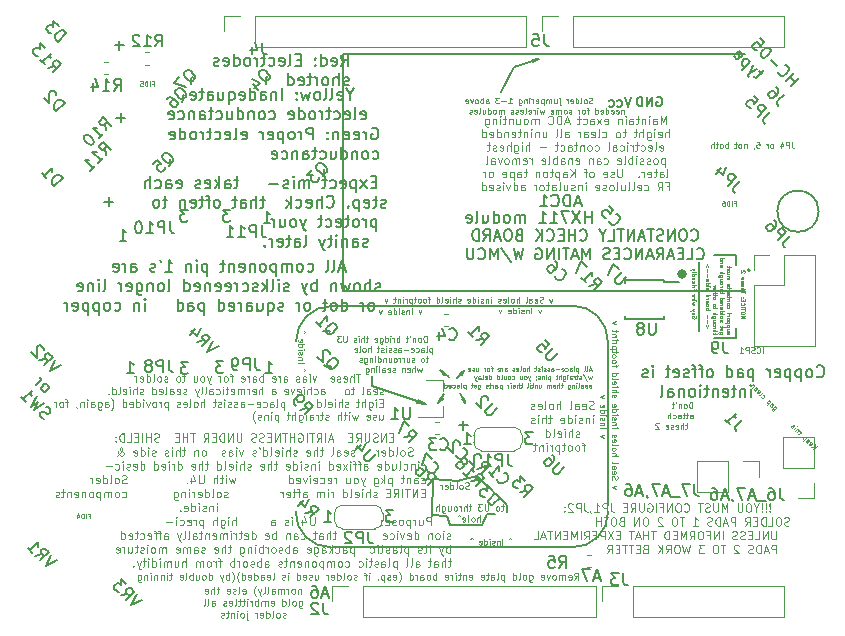
<source format=gbo>
G04 #@! TF.GenerationSoftware,KiCad,Pcbnew,5.1.4-e60b266~84~ubuntu16.04.1*
G04 #@! TF.CreationDate,2019-10-13T20:58:43-05:00*
G04 #@! TF.ProjectId,uno shield v1.0 project SMD,756e6f20-7368-4696-956c-642076312e30,rev?*
G04 #@! TF.SameCoordinates,Original*
G04 #@! TF.FileFunction,Legend,Bot*
G04 #@! TF.FilePolarity,Positive*
%FSLAX46Y46*%
G04 Gerber Fmt 4.6, Leading zero omitted, Abs format (unit mm)*
G04 Created by KiCad (PCBNEW 5.1.4-e60b266~84~ubuntu16.04.1) date 2019-10-13 20:58:43*
%MOMM*%
%LPD*%
G04 APERTURE LIST*
%ADD10C,0.150000*%
%ADD11C,0.080000*%
%ADD12C,0.125000*%
%ADD13C,0.120000*%
%ADD14C,0.100000*%
%ADD15C,0.200000*%
%ADD16C,0.500000*%
%ADD17C,0.075000*%
%ADD18C,0.127000*%
G04 APERTURE END LIST*
D10*
X144025552Y-119123009D02*
X144025552Y-119190352D01*
X144092896Y-119325039D01*
X144160240Y-119392383D01*
X144294927Y-119459726D01*
X144429614Y-119459726D01*
X144530629Y-119426055D01*
X144698988Y-119325039D01*
X144800003Y-119224024D01*
X144901018Y-119055665D01*
X144934690Y-118954650D01*
X144934690Y-118819963D01*
X144867346Y-118685276D01*
X144800003Y-118617932D01*
X144665316Y-118550589D01*
X144597972Y-118550589D01*
X144429614Y-118247543D02*
X143958209Y-117776139D01*
X143554148Y-118786291D01*
D11*
X170554490Y-106359249D02*
X170894490Y-106359249D01*
X170554490Y-106164963D01*
X170894490Y-106164963D01*
X170894490Y-105938297D02*
X170894490Y-105873535D01*
X170878300Y-105841154D01*
X170845919Y-105808773D01*
X170781157Y-105792582D01*
X170667823Y-105792582D01*
X170603061Y-105808773D01*
X170570680Y-105841154D01*
X170554490Y-105873535D01*
X170554490Y-105938297D01*
X170570680Y-105970678D01*
X170603061Y-106003059D01*
X170667823Y-106019249D01*
X170781157Y-106019249D01*
X170845919Y-106003059D01*
X170878300Y-105970678D01*
X170894490Y-105938297D01*
X170894490Y-105695440D02*
X170894490Y-105501154D01*
X170554490Y-105598297D02*
X170894490Y-105598297D01*
X170554490Y-105387820D02*
X170894490Y-105387820D01*
X170586871Y-105031630D02*
X170570680Y-105047820D01*
X170554490Y-105096392D01*
X170554490Y-105128773D01*
X170570680Y-105177344D01*
X170603061Y-105209725D01*
X170635442Y-105225916D01*
X170700204Y-105242106D01*
X170748776Y-105242106D01*
X170813538Y-105225916D01*
X170845919Y-105209725D01*
X170878300Y-105177344D01*
X170894490Y-105128773D01*
X170894490Y-105096392D01*
X170878300Y-105047820D01*
X170862109Y-105031630D01*
X170732585Y-104885916D02*
X170732585Y-104772582D01*
X170554490Y-104724011D02*
X170554490Y-104885916D01*
X170894490Y-104885916D01*
X170894490Y-104724011D01*
X170586871Y-104578297D02*
X170570680Y-104562106D01*
X170554490Y-104578297D01*
X170570680Y-104594487D01*
X170586871Y-104578297D01*
X170554490Y-104578297D01*
X170764966Y-104578297D02*
X170748776Y-104562106D01*
X170732585Y-104578297D01*
X170748776Y-104594487D01*
X170764966Y-104578297D01*
X170732585Y-104578297D01*
X170894490Y-104205916D02*
X170894490Y-104011630D01*
X170554490Y-104108773D02*
X170894490Y-104108773D01*
X170554490Y-103898297D02*
X170894490Y-103898297D01*
X170554490Y-103752582D02*
X170732585Y-103752582D01*
X170764966Y-103768773D01*
X170781157Y-103801154D01*
X170781157Y-103849725D01*
X170764966Y-103882106D01*
X170748776Y-103898297D01*
X170570680Y-103461154D02*
X170554490Y-103493535D01*
X170554490Y-103558297D01*
X170570680Y-103590678D01*
X170603061Y-103606868D01*
X170732585Y-103606868D01*
X170764966Y-103590678D01*
X170781157Y-103558297D01*
X170781157Y-103493535D01*
X170764966Y-103461154D01*
X170732585Y-103444963D01*
X170700204Y-103444963D01*
X170667823Y-103606868D01*
X170570680Y-103315440D02*
X170554490Y-103283059D01*
X170554490Y-103218297D01*
X170570680Y-103185916D01*
X170603061Y-103169725D01*
X170619252Y-103169725D01*
X170651633Y-103185916D01*
X170667823Y-103218297D01*
X170667823Y-103266868D01*
X170684014Y-103299249D01*
X170716395Y-103315440D01*
X170732585Y-103315440D01*
X170764966Y-103299249D01*
X170781157Y-103266868D01*
X170781157Y-103218297D01*
X170764966Y-103185916D01*
X170570680Y-102894487D02*
X170554490Y-102926868D01*
X170554490Y-102991630D01*
X170570680Y-103024011D01*
X170603061Y-103040201D01*
X170732585Y-103040201D01*
X170764966Y-103024011D01*
X170781157Y-102991630D01*
X170781157Y-102926868D01*
X170764966Y-102894487D01*
X170732585Y-102878297D01*
X170700204Y-102878297D01*
X170667823Y-103040201D01*
X170862109Y-102489725D02*
X170878300Y-102473535D01*
X170894490Y-102441154D01*
X170894490Y-102360201D01*
X170878300Y-102327820D01*
X170862109Y-102311630D01*
X170829728Y-102295440D01*
X170797347Y-102295440D01*
X170748776Y-102311630D01*
X170554490Y-102505916D01*
X170554490Y-102295440D01*
X169390680Y-107670678D02*
X169374490Y-107638297D01*
X169374490Y-107573535D01*
X169390680Y-107541154D01*
X169423061Y-107524963D01*
X169439252Y-107524963D01*
X169471633Y-107541154D01*
X169487823Y-107573535D01*
X169487823Y-107622106D01*
X169504014Y-107654487D01*
X169536395Y-107670678D01*
X169552585Y-107670678D01*
X169584966Y-107654487D01*
X169601157Y-107622106D01*
X169601157Y-107573535D01*
X169584966Y-107541154D01*
X169601157Y-107233535D02*
X169374490Y-107233535D01*
X169601157Y-107379249D02*
X169423061Y-107379249D01*
X169390680Y-107363059D01*
X169374490Y-107330678D01*
X169374490Y-107282106D01*
X169390680Y-107249725D01*
X169406871Y-107233535D01*
X169601157Y-107071630D02*
X169261157Y-107071630D01*
X169584966Y-107071630D02*
X169601157Y-107039249D01*
X169601157Y-106974487D01*
X169584966Y-106942106D01*
X169568776Y-106925916D01*
X169536395Y-106909725D01*
X169439252Y-106909725D01*
X169406871Y-106925916D01*
X169390680Y-106942106D01*
X169374490Y-106974487D01*
X169374490Y-107039249D01*
X169390680Y-107071630D01*
X169601157Y-106764011D02*
X169261157Y-106764011D01*
X169584966Y-106764011D02*
X169601157Y-106731630D01*
X169601157Y-106666868D01*
X169584966Y-106634487D01*
X169568776Y-106618297D01*
X169536395Y-106602106D01*
X169439252Y-106602106D01*
X169406871Y-106618297D01*
X169390680Y-106634487D01*
X169374490Y-106666868D01*
X169374490Y-106731630D01*
X169390680Y-106764011D01*
X169374490Y-106407820D02*
X169390680Y-106440201D01*
X169406871Y-106456392D01*
X169439252Y-106472582D01*
X169536395Y-106472582D01*
X169568776Y-106456392D01*
X169584966Y-106440201D01*
X169601157Y-106407820D01*
X169601157Y-106359249D01*
X169584966Y-106326868D01*
X169568776Y-106310678D01*
X169536395Y-106294487D01*
X169439252Y-106294487D01*
X169406871Y-106310678D01*
X169390680Y-106326868D01*
X169374490Y-106359249D01*
X169374490Y-106407820D01*
X169374490Y-106148773D02*
X169601157Y-106148773D01*
X169536395Y-106148773D02*
X169568776Y-106132582D01*
X169584966Y-106116392D01*
X169601157Y-106084011D01*
X169601157Y-106051630D01*
X169601157Y-105986868D02*
X169601157Y-105857344D01*
X169714490Y-105938297D02*
X169423061Y-105938297D01*
X169390680Y-105922106D01*
X169374490Y-105889725D01*
X169374490Y-105857344D01*
X169390680Y-105339249D02*
X169374490Y-105371630D01*
X169374490Y-105436392D01*
X169390680Y-105468773D01*
X169406871Y-105484963D01*
X169439252Y-105501154D01*
X169536395Y-105501154D01*
X169568776Y-105484963D01*
X169584966Y-105468773D01*
X169601157Y-105436392D01*
X169601157Y-105371630D01*
X169584966Y-105339249D01*
X169374490Y-105144963D02*
X169390680Y-105177344D01*
X169406871Y-105193535D01*
X169439252Y-105209725D01*
X169536395Y-105209725D01*
X169568776Y-105193535D01*
X169584966Y-105177344D01*
X169601157Y-105144963D01*
X169601157Y-105096392D01*
X169584966Y-105064011D01*
X169568776Y-105047820D01*
X169536395Y-105031630D01*
X169439252Y-105031630D01*
X169406871Y-105047820D01*
X169390680Y-105064011D01*
X169374490Y-105096392D01*
X169374490Y-105144963D01*
X169601157Y-104885916D02*
X169374490Y-104885916D01*
X169568776Y-104885916D02*
X169584966Y-104869725D01*
X169601157Y-104837344D01*
X169601157Y-104788773D01*
X169584966Y-104756392D01*
X169552585Y-104740201D01*
X169374490Y-104740201D01*
X169601157Y-104626868D02*
X169601157Y-104497344D01*
X169714490Y-104578297D02*
X169423061Y-104578297D01*
X169390680Y-104562106D01*
X169374490Y-104529725D01*
X169374490Y-104497344D01*
X169374490Y-104238297D02*
X169552585Y-104238297D01*
X169584966Y-104254487D01*
X169601157Y-104286868D01*
X169601157Y-104351630D01*
X169584966Y-104384011D01*
X169390680Y-104238297D02*
X169374490Y-104270678D01*
X169374490Y-104351630D01*
X169390680Y-104384011D01*
X169423061Y-104400201D01*
X169455442Y-104400201D01*
X169487823Y-104384011D01*
X169504014Y-104351630D01*
X169504014Y-104270678D01*
X169520204Y-104238297D01*
X169390680Y-103930678D02*
X169374490Y-103963059D01*
X169374490Y-104027820D01*
X169390680Y-104060201D01*
X169406871Y-104076392D01*
X169439252Y-104092582D01*
X169536395Y-104092582D01*
X169568776Y-104076392D01*
X169584966Y-104060201D01*
X169601157Y-104027820D01*
X169601157Y-103963059D01*
X169584966Y-103930678D01*
X169601157Y-103833535D02*
X169601157Y-103704011D01*
X169714490Y-103784963D02*
X169423061Y-103784963D01*
X169390680Y-103768773D01*
X169374490Y-103736392D01*
X169374490Y-103704011D01*
X169390680Y-103606868D02*
X169374490Y-103574487D01*
X169374490Y-103509725D01*
X169390680Y-103477344D01*
X169423061Y-103461154D01*
X169439252Y-103461154D01*
X169471633Y-103477344D01*
X169487823Y-103509725D01*
X169487823Y-103558297D01*
X169504014Y-103590678D01*
X169536395Y-103606868D01*
X169552585Y-103606868D01*
X169584966Y-103590678D01*
X169601157Y-103558297D01*
X169601157Y-103509725D01*
X169584966Y-103477344D01*
X169374490Y-103056392D02*
X169601157Y-103056392D01*
X169568776Y-103056392D02*
X169584966Y-103040201D01*
X169601157Y-103007820D01*
X169601157Y-102959249D01*
X169584966Y-102926868D01*
X169552585Y-102910678D01*
X169374490Y-102910678D01*
X169552585Y-102910678D02*
X169584966Y-102894487D01*
X169601157Y-102862106D01*
X169601157Y-102813535D01*
X169584966Y-102781154D01*
X169552585Y-102764963D01*
X169374490Y-102764963D01*
X169601157Y-102457344D02*
X169374490Y-102457344D01*
X169601157Y-102603059D02*
X169423061Y-102603059D01*
X169390680Y-102586868D01*
X169374490Y-102554487D01*
X169374490Y-102505916D01*
X169390680Y-102473535D01*
X169406871Y-102457344D01*
X169390680Y-102311630D02*
X169374490Y-102279249D01*
X169374490Y-102214487D01*
X169390680Y-102182106D01*
X169423061Y-102165916D01*
X169439252Y-102165916D01*
X169471633Y-102182106D01*
X169487823Y-102214487D01*
X169487823Y-102263059D01*
X169504014Y-102295440D01*
X169536395Y-102311630D01*
X169552585Y-102311630D01*
X169584966Y-102295440D01*
X169601157Y-102263059D01*
X169601157Y-102214487D01*
X169584966Y-102182106D01*
X169601157Y-102068773D02*
X169601157Y-101939249D01*
X169714490Y-102020201D02*
X169423061Y-102020201D01*
X169390680Y-102004011D01*
X169374490Y-101971630D01*
X169374490Y-101939249D01*
X169011157Y-107508773D02*
X168735919Y-107508773D01*
X168703538Y-107524963D01*
X168687347Y-107541154D01*
X168671157Y-107573535D01*
X168671157Y-107622106D01*
X168687347Y-107654487D01*
X168800680Y-107508773D02*
X168784490Y-107541154D01*
X168784490Y-107605916D01*
X168800680Y-107638297D01*
X168816871Y-107654487D01*
X168849252Y-107670678D01*
X168946395Y-107670678D01*
X168978776Y-107654487D01*
X168994966Y-107638297D01*
X169011157Y-107605916D01*
X169011157Y-107541154D01*
X168994966Y-107508773D01*
X168800680Y-107217344D02*
X168784490Y-107249725D01*
X168784490Y-107314487D01*
X168800680Y-107346868D01*
X168833061Y-107363059D01*
X168962585Y-107363059D01*
X168994966Y-107346868D01*
X169011157Y-107314487D01*
X169011157Y-107249725D01*
X168994966Y-107217344D01*
X168962585Y-107201154D01*
X168930204Y-107201154D01*
X168897823Y-107363059D01*
X169011157Y-107104011D02*
X169011157Y-106974487D01*
X169124490Y-107055440D02*
X168833061Y-107055440D01*
X168800680Y-107039249D01*
X168784490Y-107006868D01*
X168784490Y-106974487D01*
X168800680Y-106618297D02*
X168784490Y-106585916D01*
X168784490Y-106521154D01*
X168800680Y-106488773D01*
X168833061Y-106472582D01*
X168849252Y-106472582D01*
X168881633Y-106488773D01*
X168897823Y-106521154D01*
X168897823Y-106569725D01*
X168914014Y-106602106D01*
X168946395Y-106618297D01*
X168962585Y-106618297D01*
X168994966Y-106602106D01*
X169011157Y-106569725D01*
X169011157Y-106521154D01*
X168994966Y-106488773D01*
X168784490Y-106278297D02*
X168800680Y-106310678D01*
X168816871Y-106326868D01*
X168849252Y-106343059D01*
X168946395Y-106343059D01*
X168978776Y-106326868D01*
X168994966Y-106310678D01*
X169011157Y-106278297D01*
X169011157Y-106229725D01*
X168994966Y-106197344D01*
X168978776Y-106181154D01*
X168946395Y-106164963D01*
X168849252Y-106164963D01*
X168816871Y-106181154D01*
X168800680Y-106197344D01*
X168784490Y-106229725D01*
X168784490Y-106278297D01*
X168784490Y-105970678D02*
X168800680Y-106003059D01*
X168833061Y-106019249D01*
X169124490Y-106019249D01*
X168784490Y-105695440D02*
X169124490Y-105695440D01*
X168800680Y-105695440D02*
X168784490Y-105727820D01*
X168784490Y-105792582D01*
X168800680Y-105824963D01*
X168816871Y-105841154D01*
X168849252Y-105857344D01*
X168946395Y-105857344D01*
X168978776Y-105841154D01*
X168994966Y-105824963D01*
X169011157Y-105792582D01*
X169011157Y-105727820D01*
X168994966Y-105695440D01*
X168800680Y-105404011D02*
X168784490Y-105436392D01*
X168784490Y-105501154D01*
X168800680Y-105533535D01*
X168833061Y-105549725D01*
X168962585Y-105549725D01*
X168994966Y-105533535D01*
X169011157Y-105501154D01*
X169011157Y-105436392D01*
X168994966Y-105404011D01*
X168962585Y-105387820D01*
X168930204Y-105387820D01*
X168897823Y-105549725D01*
X168784490Y-105242106D02*
X169011157Y-105242106D01*
X168946395Y-105242106D02*
X168978776Y-105225916D01*
X168994966Y-105209725D01*
X169011157Y-105177344D01*
X169011157Y-105144963D01*
X168800680Y-104902106D02*
X168784490Y-104934487D01*
X168784490Y-104999249D01*
X168800680Y-105031630D01*
X168833061Y-105047820D01*
X168962585Y-105047820D01*
X168994966Y-105031630D01*
X169011157Y-104999249D01*
X169011157Y-104934487D01*
X168994966Y-104902106D01*
X168962585Y-104885916D01*
X168930204Y-104885916D01*
X168897823Y-105047820D01*
X168784490Y-104594487D02*
X169124490Y-104594487D01*
X168800680Y-104594487D02*
X168784490Y-104626868D01*
X168784490Y-104691630D01*
X168800680Y-104724011D01*
X168816871Y-104740201D01*
X168849252Y-104756392D01*
X168946395Y-104756392D01*
X168978776Y-104740201D01*
X168994966Y-104724011D01*
X169011157Y-104691630D01*
X169011157Y-104626868D01*
X168994966Y-104594487D01*
X169011157Y-104222106D02*
X169011157Y-104092582D01*
X169124490Y-104173535D02*
X168833061Y-104173535D01*
X168800680Y-104157344D01*
X168784490Y-104124963D01*
X168784490Y-104092582D01*
X168784490Y-103979249D02*
X169124490Y-103979249D01*
X168784490Y-103833535D02*
X168962585Y-103833535D01*
X168994966Y-103849725D01*
X169011157Y-103882106D01*
X169011157Y-103930678D01*
X168994966Y-103963059D01*
X168978776Y-103979249D01*
X168784490Y-103671630D02*
X169011157Y-103671630D01*
X168946395Y-103671630D02*
X168978776Y-103655440D01*
X168994966Y-103639249D01*
X169011157Y-103606868D01*
X169011157Y-103574487D01*
X168784490Y-103412582D02*
X168800680Y-103444963D01*
X168816871Y-103461154D01*
X168849252Y-103477344D01*
X168946395Y-103477344D01*
X168978776Y-103461154D01*
X168994966Y-103444963D01*
X169011157Y-103412582D01*
X169011157Y-103364011D01*
X168994966Y-103331630D01*
X168978776Y-103315440D01*
X168946395Y-103299249D01*
X168849252Y-103299249D01*
X168816871Y-103315440D01*
X168800680Y-103331630D01*
X168784490Y-103364011D01*
X168784490Y-103412582D01*
X169011157Y-103007820D02*
X168784490Y-103007820D01*
X169011157Y-103153535D02*
X168833061Y-103153535D01*
X168800680Y-103137344D01*
X168784490Y-103104963D01*
X168784490Y-103056392D01*
X168800680Y-103024011D01*
X168816871Y-103007820D01*
X169011157Y-102700201D02*
X168735919Y-102700201D01*
X168703538Y-102716392D01*
X168687347Y-102732582D01*
X168671157Y-102764963D01*
X168671157Y-102813535D01*
X168687347Y-102845916D01*
X168800680Y-102700201D02*
X168784490Y-102732582D01*
X168784490Y-102797344D01*
X168800680Y-102829725D01*
X168816871Y-102845916D01*
X168849252Y-102862106D01*
X168946395Y-102862106D01*
X168978776Y-102845916D01*
X168994966Y-102829725D01*
X169011157Y-102797344D01*
X169011157Y-102732582D01*
X168994966Y-102700201D01*
X168784490Y-102538297D02*
X169124490Y-102538297D01*
X168784490Y-102392582D02*
X168962585Y-102392582D01*
X168994966Y-102408773D01*
X169011157Y-102441154D01*
X169011157Y-102489725D01*
X168994966Y-102522106D01*
X168978776Y-102538297D01*
X168784490Y-101825916D02*
X168962585Y-101825916D01*
X168994966Y-101842106D01*
X169011157Y-101874487D01*
X169011157Y-101939249D01*
X168994966Y-101971630D01*
X168800680Y-101825916D02*
X168784490Y-101858297D01*
X168784490Y-101939249D01*
X168800680Y-101971630D01*
X168833061Y-101987820D01*
X168865442Y-101987820D01*
X168897823Y-101971630D01*
X168914014Y-101939249D01*
X168914014Y-101858297D01*
X168930204Y-101825916D01*
X169011157Y-101664011D02*
X168784490Y-101664011D01*
X168978776Y-101664011D02*
X168994966Y-101647820D01*
X169011157Y-101615440D01*
X169011157Y-101566868D01*
X168994966Y-101534487D01*
X168962585Y-101518297D01*
X168784490Y-101518297D01*
X168784490Y-101210678D02*
X169124490Y-101210678D01*
X168800680Y-101210678D02*
X168784490Y-101243059D01*
X168784490Y-101307820D01*
X168800680Y-101340201D01*
X168816871Y-101356392D01*
X168849252Y-101372582D01*
X168946395Y-101372582D01*
X168978776Y-101356392D01*
X168994966Y-101340201D01*
X169011157Y-101307820D01*
X169011157Y-101243059D01*
X168994966Y-101210678D01*
X168421157Y-107703059D02*
X168421157Y-107573535D01*
X168534490Y-107654487D02*
X168243061Y-107654487D01*
X168210680Y-107638297D01*
X168194490Y-107605916D01*
X168194490Y-107573535D01*
X168194490Y-107460201D02*
X168534490Y-107460201D01*
X168194490Y-107314487D02*
X168372585Y-107314487D01*
X168404966Y-107330678D01*
X168421157Y-107363059D01*
X168421157Y-107411630D01*
X168404966Y-107444011D01*
X168388776Y-107460201D01*
X168194490Y-107152582D02*
X168421157Y-107152582D01*
X168356395Y-107152582D02*
X168388776Y-107136392D01*
X168404966Y-107120201D01*
X168421157Y-107087820D01*
X168421157Y-107055440D01*
X168194490Y-106893535D02*
X168210680Y-106925916D01*
X168226871Y-106942106D01*
X168259252Y-106958297D01*
X168356395Y-106958297D01*
X168388776Y-106942106D01*
X168404966Y-106925916D01*
X168421157Y-106893535D01*
X168421157Y-106844963D01*
X168404966Y-106812582D01*
X168388776Y-106796392D01*
X168356395Y-106780201D01*
X168259252Y-106780201D01*
X168226871Y-106796392D01*
X168210680Y-106812582D01*
X168194490Y-106844963D01*
X168194490Y-106893535D01*
X168421157Y-106488773D02*
X168194490Y-106488773D01*
X168421157Y-106634487D02*
X168243061Y-106634487D01*
X168210680Y-106618297D01*
X168194490Y-106585916D01*
X168194490Y-106537344D01*
X168210680Y-106504963D01*
X168226871Y-106488773D01*
X168421157Y-106181154D02*
X168145919Y-106181154D01*
X168113538Y-106197344D01*
X168097347Y-106213535D01*
X168081157Y-106245916D01*
X168081157Y-106294487D01*
X168097347Y-106326868D01*
X168210680Y-106181154D02*
X168194490Y-106213535D01*
X168194490Y-106278297D01*
X168210680Y-106310678D01*
X168226871Y-106326868D01*
X168259252Y-106343059D01*
X168356395Y-106343059D01*
X168388776Y-106326868D01*
X168404966Y-106310678D01*
X168421157Y-106278297D01*
X168421157Y-106213535D01*
X168404966Y-106181154D01*
X168194490Y-106019249D02*
X168534490Y-106019249D01*
X168194490Y-105873535D02*
X168372585Y-105873535D01*
X168404966Y-105889725D01*
X168421157Y-105922106D01*
X168421157Y-105970678D01*
X168404966Y-106003059D01*
X168388776Y-106019249D01*
X168421157Y-105501154D02*
X168421157Y-105371630D01*
X168534490Y-105452582D02*
X168243061Y-105452582D01*
X168210680Y-105436392D01*
X168194490Y-105404011D01*
X168194490Y-105371630D01*
X168194490Y-105209725D02*
X168210680Y-105242106D01*
X168226871Y-105258297D01*
X168259252Y-105274487D01*
X168356395Y-105274487D01*
X168388776Y-105258297D01*
X168404966Y-105242106D01*
X168421157Y-105209725D01*
X168421157Y-105161154D01*
X168404966Y-105128773D01*
X168388776Y-105112582D01*
X168356395Y-105096392D01*
X168259252Y-105096392D01*
X168226871Y-105112582D01*
X168210680Y-105128773D01*
X168194490Y-105161154D01*
X168194490Y-105209725D01*
X168194490Y-104643059D02*
X168210680Y-104675440D01*
X168226871Y-104691630D01*
X168259252Y-104707820D01*
X168356395Y-104707820D01*
X168388776Y-104691630D01*
X168404966Y-104675440D01*
X168421157Y-104643059D01*
X168421157Y-104594487D01*
X168404966Y-104562106D01*
X168388776Y-104545916D01*
X168356395Y-104529725D01*
X168259252Y-104529725D01*
X168226871Y-104545916D01*
X168210680Y-104562106D01*
X168194490Y-104594487D01*
X168194490Y-104643059D01*
X168421157Y-104432582D02*
X168421157Y-104303059D01*
X168534490Y-104384011D02*
X168243061Y-104384011D01*
X168210680Y-104367820D01*
X168194490Y-104335440D01*
X168194490Y-104303059D01*
X168194490Y-104189725D02*
X168534490Y-104189725D01*
X168194490Y-104044011D02*
X168372585Y-104044011D01*
X168404966Y-104060201D01*
X168421157Y-104092582D01*
X168421157Y-104141154D01*
X168404966Y-104173535D01*
X168388776Y-104189725D01*
X168210680Y-103752582D02*
X168194490Y-103784963D01*
X168194490Y-103849725D01*
X168210680Y-103882106D01*
X168243061Y-103898297D01*
X168372585Y-103898297D01*
X168404966Y-103882106D01*
X168421157Y-103849725D01*
X168421157Y-103784963D01*
X168404966Y-103752582D01*
X168372585Y-103736392D01*
X168340204Y-103736392D01*
X168307823Y-103898297D01*
X168194490Y-103590678D02*
X168421157Y-103590678D01*
X168356395Y-103590678D02*
X168388776Y-103574487D01*
X168404966Y-103558297D01*
X168421157Y-103525916D01*
X168421157Y-103493535D01*
X167831157Y-106877344D02*
X167734014Y-107136392D01*
X167636871Y-106877344D01*
X167734014Y-106715440D02*
X167734014Y-106456392D01*
X167734014Y-106294487D02*
X167734014Y-106035440D01*
X167604490Y-105614487D02*
X167944490Y-105614487D01*
X167814966Y-105614487D02*
X167831157Y-105582106D01*
X167831157Y-105517344D01*
X167814966Y-105484963D01*
X167798776Y-105468773D01*
X167766395Y-105452582D01*
X167669252Y-105452582D01*
X167636871Y-105468773D01*
X167620680Y-105484963D01*
X167604490Y-105517344D01*
X167604490Y-105582106D01*
X167620680Y-105614487D01*
X167604490Y-105258297D02*
X167620680Y-105290678D01*
X167636871Y-105306868D01*
X167669252Y-105323059D01*
X167766395Y-105323059D01*
X167798776Y-105306868D01*
X167814966Y-105290678D01*
X167831157Y-105258297D01*
X167831157Y-105209725D01*
X167814966Y-105177344D01*
X167798776Y-105161154D01*
X167766395Y-105144963D01*
X167669252Y-105144963D01*
X167636871Y-105161154D01*
X167620680Y-105177344D01*
X167604490Y-105209725D01*
X167604490Y-105258297D01*
X167604490Y-104853535D02*
X167782585Y-104853535D01*
X167814966Y-104869725D01*
X167831157Y-104902106D01*
X167831157Y-104966868D01*
X167814966Y-104999249D01*
X167620680Y-104853535D02*
X167604490Y-104885916D01*
X167604490Y-104966868D01*
X167620680Y-104999249D01*
X167653061Y-105015440D01*
X167685442Y-105015440D01*
X167717823Y-104999249D01*
X167734014Y-104966868D01*
X167734014Y-104885916D01*
X167750204Y-104853535D01*
X167604490Y-104691630D02*
X167831157Y-104691630D01*
X167766395Y-104691630D02*
X167798776Y-104675440D01*
X167814966Y-104659249D01*
X167831157Y-104626868D01*
X167831157Y-104594487D01*
X167604490Y-104335440D02*
X167944490Y-104335440D01*
X167620680Y-104335440D02*
X167604490Y-104367820D01*
X167604490Y-104432582D01*
X167620680Y-104464963D01*
X167636871Y-104481154D01*
X167669252Y-104497344D01*
X167766395Y-104497344D01*
X167798776Y-104481154D01*
X167814966Y-104464963D01*
X167831157Y-104432582D01*
X167831157Y-104367820D01*
X167814966Y-104335440D01*
X167620680Y-103930678D02*
X167604490Y-103898297D01*
X167604490Y-103833535D01*
X167620680Y-103801154D01*
X167653061Y-103784963D01*
X167669252Y-103784963D01*
X167701633Y-103801154D01*
X167717823Y-103833535D01*
X167717823Y-103882106D01*
X167734014Y-103914487D01*
X167766395Y-103930678D01*
X167782585Y-103930678D01*
X167814966Y-103914487D01*
X167831157Y-103882106D01*
X167831157Y-103833535D01*
X167814966Y-103801154D01*
X167604490Y-103639249D02*
X167831157Y-103639249D01*
X167944490Y-103639249D02*
X167928300Y-103655440D01*
X167912109Y-103639249D01*
X167928300Y-103623059D01*
X167944490Y-103639249D01*
X167912109Y-103639249D01*
X167604490Y-103331630D02*
X167944490Y-103331630D01*
X167620680Y-103331630D02*
X167604490Y-103364011D01*
X167604490Y-103428773D01*
X167620680Y-103461154D01*
X167636871Y-103477344D01*
X167669252Y-103493535D01*
X167766395Y-103493535D01*
X167798776Y-103477344D01*
X167814966Y-103461154D01*
X167831157Y-103428773D01*
X167831157Y-103364011D01*
X167814966Y-103331630D01*
X167620680Y-103040201D02*
X167604490Y-103072582D01*
X167604490Y-103137344D01*
X167620680Y-103169725D01*
X167653061Y-103185916D01*
X167782585Y-103185916D01*
X167814966Y-103169725D01*
X167831157Y-103137344D01*
X167831157Y-103072582D01*
X167814966Y-103040201D01*
X167782585Y-103024011D01*
X167750204Y-103024011D01*
X167717823Y-103185916D01*
X167734014Y-102878297D02*
X167734014Y-102619249D01*
X167734014Y-102457344D02*
X167734014Y-102198297D01*
X167831157Y-102036392D02*
X167734014Y-101777344D01*
X167636871Y-102036392D01*
X166748300Y-106181154D02*
X166764490Y-106213535D01*
X166764490Y-106262106D01*
X166748300Y-106310678D01*
X166715919Y-106343059D01*
X166683538Y-106359249D01*
X166618776Y-106375440D01*
X166570204Y-106375440D01*
X166505442Y-106359249D01*
X166473061Y-106343059D01*
X166440680Y-106310678D01*
X166424490Y-106262106D01*
X166424490Y-106229725D01*
X166440680Y-106181154D01*
X166456871Y-106164963D01*
X166570204Y-106164963D01*
X166570204Y-106229725D01*
X166651157Y-105873535D02*
X166424490Y-105873535D01*
X166651157Y-106019249D02*
X166473061Y-106019249D01*
X166440680Y-106003059D01*
X166424490Y-105970678D01*
X166424490Y-105922106D01*
X166440680Y-105889725D01*
X166456871Y-105873535D01*
X166651157Y-105744011D02*
X166424490Y-105663059D01*
X166651157Y-105582106D02*
X166424490Y-105663059D01*
X166343538Y-105695440D01*
X166327347Y-105711630D01*
X166311157Y-105744011D01*
X166651157Y-105225916D02*
X166424490Y-105161154D01*
X166586395Y-105096392D01*
X166424490Y-105031630D01*
X166651157Y-104966868D01*
X166424490Y-104837344D02*
X166651157Y-104837344D01*
X166764490Y-104837344D02*
X166748300Y-104853535D01*
X166732109Y-104837344D01*
X166748300Y-104821154D01*
X166764490Y-104837344D01*
X166732109Y-104837344D01*
X166424490Y-104675440D02*
X166651157Y-104675440D01*
X166586395Y-104675440D02*
X166618776Y-104659249D01*
X166634966Y-104643059D01*
X166651157Y-104610678D01*
X166651157Y-104578297D01*
X166440680Y-104335440D02*
X166424490Y-104367820D01*
X166424490Y-104432582D01*
X166440680Y-104464963D01*
X166473061Y-104481154D01*
X166602585Y-104481154D01*
X166634966Y-104464963D01*
X166651157Y-104432582D01*
X166651157Y-104367820D01*
X166634966Y-104335440D01*
X166602585Y-104319249D01*
X166570204Y-104319249D01*
X166537823Y-104481154D01*
X166651157Y-103963059D02*
X166651157Y-103833535D01*
X166424490Y-103914487D02*
X166715919Y-103914487D01*
X166748300Y-103898297D01*
X166764490Y-103865916D01*
X166764490Y-103833535D01*
X166424490Y-103720201D02*
X166651157Y-103720201D01*
X166586395Y-103720201D02*
X166618776Y-103704011D01*
X166634966Y-103687820D01*
X166651157Y-103655440D01*
X166651157Y-103623059D01*
X166424490Y-103509725D02*
X166651157Y-103509725D01*
X166764490Y-103509725D02*
X166748300Y-103525916D01*
X166732109Y-103509725D01*
X166748300Y-103493535D01*
X166764490Y-103509725D01*
X166732109Y-103509725D01*
X166440680Y-103218297D02*
X166424490Y-103250678D01*
X166424490Y-103315440D01*
X166440680Y-103347820D01*
X166473061Y-103364011D01*
X166602585Y-103364011D01*
X166634966Y-103347820D01*
X166651157Y-103315440D01*
X166651157Y-103250678D01*
X166634966Y-103218297D01*
X166602585Y-103202106D01*
X166570204Y-103202106D01*
X166537823Y-103364011D01*
X166651157Y-103056392D02*
X166424490Y-103056392D01*
X166618776Y-103056392D02*
X166634966Y-103040201D01*
X166651157Y-103007820D01*
X166651157Y-102959249D01*
X166634966Y-102926868D01*
X166602585Y-102910678D01*
X166424490Y-102910678D01*
X166424490Y-102603059D02*
X166764490Y-102603059D01*
X166440680Y-102603059D02*
X166424490Y-102635440D01*
X166424490Y-102700201D01*
X166440680Y-102732582D01*
X166456871Y-102748773D01*
X166489252Y-102764963D01*
X166586395Y-102764963D01*
X166618776Y-102748773D01*
X166634966Y-102732582D01*
X166651157Y-102700201D01*
X166651157Y-102635440D01*
X166634966Y-102603059D01*
X166424490Y-102392582D02*
X166440680Y-102424963D01*
X166473061Y-102441154D01*
X166764490Y-102441154D01*
X166651157Y-102295440D02*
X166424490Y-102214487D01*
X166651157Y-102133535D02*
X166424490Y-102214487D01*
X166343538Y-102246868D01*
X166327347Y-102263059D01*
X166311157Y-102295440D01*
D10*
X147736627Y-120131590D02*
X148309046Y-120030575D01*
X148140688Y-120535651D02*
X148847794Y-119828544D01*
X148578420Y-119559170D01*
X148477405Y-119525498D01*
X148410062Y-119525498D01*
X148309046Y-119559170D01*
X148208031Y-119660185D01*
X148174359Y-119761201D01*
X148174359Y-119828544D01*
X148208031Y-119929559D01*
X148477405Y-120198933D01*
X147063191Y-119458155D02*
X147467252Y-119862216D01*
X147265222Y-119660185D02*
X147972329Y-118953078D01*
X147938657Y-119121437D01*
X147938657Y-119256124D01*
X147972329Y-119357139D01*
X147063191Y-118650033D02*
X147164207Y-118683704D01*
X147231550Y-118683704D01*
X147332565Y-118650033D01*
X147366237Y-118616361D01*
X147399909Y-118515346D01*
X147399909Y-118448002D01*
X147366237Y-118346987D01*
X147231550Y-118212300D01*
X147130535Y-118178628D01*
X147063191Y-118178628D01*
X146962176Y-118212300D01*
X146928504Y-118245972D01*
X146894833Y-118346987D01*
X146894833Y-118414330D01*
X146928504Y-118515346D01*
X147063191Y-118650033D01*
X147096863Y-118751048D01*
X147096863Y-118818391D01*
X147063191Y-118919407D01*
X146928504Y-119054094D01*
X146827489Y-119087765D01*
X146760146Y-119087765D01*
X146659130Y-119054094D01*
X146524443Y-118919407D01*
X146490772Y-118818391D01*
X146490772Y-118751048D01*
X146524443Y-118650033D01*
X146659130Y-118515346D01*
X146760146Y-118481674D01*
X146827489Y-118481674D01*
X146928504Y-118515346D01*
X157734067Y-103578410D02*
X158306486Y-103477395D01*
X158138128Y-103982471D02*
X158845234Y-103275364D01*
X158575860Y-103005990D01*
X158474845Y-102972318D01*
X158407502Y-102972318D01*
X158306486Y-103005990D01*
X158205471Y-103107005D01*
X158171799Y-103208021D01*
X158171799Y-103275364D01*
X158205471Y-103376379D01*
X158474845Y-103645753D01*
X157060631Y-102904975D02*
X157464692Y-103309036D01*
X157262662Y-103107005D02*
X157969769Y-102399898D01*
X157936097Y-102568257D01*
X157936097Y-102702944D01*
X157969769Y-102803959D01*
X157532036Y-101962166D02*
X157060631Y-101490761D01*
X156656570Y-102500914D01*
X152963880Y-84632800D02*
X153474420Y-84381340D01*
X152897840Y-84490560D02*
X152963880Y-84632800D01*
X153474420Y-84381340D02*
X152897840Y-84490560D01*
X151394160Y-85092540D02*
X153474420Y-84381340D01*
X150279100Y-87172800D02*
X151394160Y-85092540D01*
D12*
X158015045Y-88128940D02*
X157943616Y-88152750D01*
X157824569Y-88152750D01*
X157776950Y-88128940D01*
X157753140Y-88105131D01*
X157729330Y-88057512D01*
X157729330Y-88009893D01*
X157753140Y-87962274D01*
X157776950Y-87938464D01*
X157824569Y-87914655D01*
X157919807Y-87890845D01*
X157967426Y-87867036D01*
X157991235Y-87843226D01*
X158015045Y-87795607D01*
X158015045Y-87747988D01*
X157991235Y-87700369D01*
X157967426Y-87676560D01*
X157919807Y-87652750D01*
X157800759Y-87652750D01*
X157729330Y-87676560D01*
X157443616Y-88152750D02*
X157491235Y-88128940D01*
X157515045Y-88105131D01*
X157538854Y-88057512D01*
X157538854Y-87914655D01*
X157515045Y-87867036D01*
X157491235Y-87843226D01*
X157443616Y-87819417D01*
X157372188Y-87819417D01*
X157324569Y-87843226D01*
X157300759Y-87867036D01*
X157276950Y-87914655D01*
X157276950Y-88057512D01*
X157300759Y-88105131D01*
X157324569Y-88128940D01*
X157372188Y-88152750D01*
X157443616Y-88152750D01*
X156991235Y-88152750D02*
X157038854Y-88128940D01*
X157062664Y-88081321D01*
X157062664Y-87652750D01*
X156586473Y-88152750D02*
X156586473Y-87652750D01*
X156586473Y-88128940D02*
X156634092Y-88152750D01*
X156729330Y-88152750D01*
X156776950Y-88128940D01*
X156800759Y-88105131D01*
X156824569Y-88057512D01*
X156824569Y-87914655D01*
X156800759Y-87867036D01*
X156776950Y-87843226D01*
X156729330Y-87819417D01*
X156634092Y-87819417D01*
X156586473Y-87843226D01*
X156157902Y-88128940D02*
X156205521Y-88152750D01*
X156300759Y-88152750D01*
X156348378Y-88128940D01*
X156372188Y-88081321D01*
X156372188Y-87890845D01*
X156348378Y-87843226D01*
X156300759Y-87819417D01*
X156205521Y-87819417D01*
X156157902Y-87843226D01*
X156134092Y-87890845D01*
X156134092Y-87938464D01*
X156372188Y-87986083D01*
X155919807Y-88152750D02*
X155919807Y-87819417D01*
X155919807Y-87914655D02*
X155895997Y-87867036D01*
X155872188Y-87843226D01*
X155824569Y-87819417D01*
X155776950Y-87819417D01*
X155229330Y-87819417D02*
X155229330Y-88247988D01*
X155253140Y-88295607D01*
X155300759Y-88319417D01*
X155324569Y-88319417D01*
X155229330Y-87652750D02*
X155253140Y-87676560D01*
X155229330Y-87700369D01*
X155205521Y-87676560D01*
X155229330Y-87652750D01*
X155229330Y-87700369D01*
X154776950Y-87819417D02*
X154776950Y-88152750D01*
X154991235Y-87819417D02*
X154991235Y-88081321D01*
X154967426Y-88128940D01*
X154919807Y-88152750D01*
X154848378Y-88152750D01*
X154800759Y-88128940D01*
X154776950Y-88105131D01*
X154538854Y-88152750D02*
X154538854Y-87819417D01*
X154538854Y-87867036D02*
X154515045Y-87843226D01*
X154467426Y-87819417D01*
X154395997Y-87819417D01*
X154348378Y-87843226D01*
X154324569Y-87890845D01*
X154324569Y-88152750D01*
X154324569Y-87890845D02*
X154300759Y-87843226D01*
X154253140Y-87819417D01*
X154181711Y-87819417D01*
X154134092Y-87843226D01*
X154110283Y-87890845D01*
X154110283Y-88152750D01*
X153872188Y-87819417D02*
X153872188Y-88319417D01*
X153872188Y-87843226D02*
X153824569Y-87819417D01*
X153729330Y-87819417D01*
X153681711Y-87843226D01*
X153657902Y-87867036D01*
X153634092Y-87914655D01*
X153634092Y-88057512D01*
X153657902Y-88105131D01*
X153681711Y-88128940D01*
X153729330Y-88152750D01*
X153824569Y-88152750D01*
X153872188Y-88128940D01*
X153229330Y-88128940D02*
X153276950Y-88152750D01*
X153372188Y-88152750D01*
X153419807Y-88128940D01*
X153443616Y-88081321D01*
X153443616Y-87890845D01*
X153419807Y-87843226D01*
X153372188Y-87819417D01*
X153276950Y-87819417D01*
X153229330Y-87843226D01*
X153205521Y-87890845D01*
X153205521Y-87938464D01*
X153443616Y-87986083D01*
X152991235Y-88152750D02*
X152991235Y-87819417D01*
X152991235Y-87914655D02*
X152967426Y-87867036D01*
X152943616Y-87843226D01*
X152895997Y-87819417D01*
X152848378Y-87819417D01*
X152681711Y-88152750D02*
X152681711Y-87819417D01*
X152681711Y-87652750D02*
X152705521Y-87676560D01*
X152681711Y-87700369D01*
X152657902Y-87676560D01*
X152681711Y-87652750D01*
X152681711Y-87700369D01*
X152443616Y-87819417D02*
X152443616Y-88152750D01*
X152443616Y-87867036D02*
X152419807Y-87843226D01*
X152372188Y-87819417D01*
X152300759Y-87819417D01*
X152253140Y-87843226D01*
X152229330Y-87890845D01*
X152229330Y-88152750D01*
X151776950Y-87819417D02*
X151776950Y-88224179D01*
X151800759Y-88271798D01*
X151824569Y-88295607D01*
X151872188Y-88319417D01*
X151943616Y-88319417D01*
X151991235Y-88295607D01*
X151776950Y-88128940D02*
X151824569Y-88152750D01*
X151919807Y-88152750D01*
X151967426Y-88128940D01*
X151991235Y-88105131D01*
X152015045Y-88057512D01*
X152015045Y-87914655D01*
X151991235Y-87867036D01*
X151967426Y-87843226D01*
X151919807Y-87819417D01*
X151824569Y-87819417D01*
X151776950Y-87843226D01*
X150895997Y-88152750D02*
X151181711Y-88152750D01*
X151038854Y-88152750D02*
X151038854Y-87652750D01*
X151086473Y-87724179D01*
X151134092Y-87771798D01*
X151181711Y-87795607D01*
X150681711Y-87962274D02*
X150300759Y-87962274D01*
X150110283Y-87652750D02*
X149800759Y-87652750D01*
X149967426Y-87843226D01*
X149895997Y-87843226D01*
X149848378Y-87867036D01*
X149824569Y-87890845D01*
X149800759Y-87938464D01*
X149800759Y-88057512D01*
X149824569Y-88105131D01*
X149848378Y-88128940D01*
X149895997Y-88152750D01*
X150038854Y-88152750D01*
X150086473Y-88128940D01*
X150110283Y-88105131D01*
X148991235Y-88152750D02*
X148991235Y-87890845D01*
X149015045Y-87843226D01*
X149062664Y-87819417D01*
X149157902Y-87819417D01*
X149205521Y-87843226D01*
X148991235Y-88128940D02*
X149038854Y-88152750D01*
X149157902Y-88152750D01*
X149205521Y-88128940D01*
X149229330Y-88081321D01*
X149229330Y-88033702D01*
X149205521Y-87986083D01*
X149157902Y-87962274D01*
X149038854Y-87962274D01*
X148991235Y-87938464D01*
X148753140Y-88152750D02*
X148753140Y-87652750D01*
X148753140Y-87843226D02*
X148705521Y-87819417D01*
X148610283Y-87819417D01*
X148562664Y-87843226D01*
X148538854Y-87867036D01*
X148515045Y-87914655D01*
X148515045Y-88057512D01*
X148538854Y-88105131D01*
X148562664Y-88128940D01*
X148610283Y-88152750D01*
X148705521Y-88152750D01*
X148753140Y-88128940D01*
X148229330Y-88152750D02*
X148276950Y-88128940D01*
X148300759Y-88105131D01*
X148324569Y-88057512D01*
X148324569Y-87914655D01*
X148300759Y-87867036D01*
X148276950Y-87843226D01*
X148229330Y-87819417D01*
X148157902Y-87819417D01*
X148110283Y-87843226D01*
X148086473Y-87867036D01*
X148062664Y-87914655D01*
X148062664Y-88057512D01*
X148086473Y-88105131D01*
X148110283Y-88128940D01*
X148157902Y-88152750D01*
X148229330Y-88152750D01*
X147895997Y-87819417D02*
X147776950Y-88152750D01*
X147657902Y-87819417D01*
X147276950Y-88128940D02*
X147324569Y-88152750D01*
X147419807Y-88152750D01*
X147467426Y-88128940D01*
X147491235Y-88081321D01*
X147491235Y-87890845D01*
X147467426Y-87843226D01*
X147419807Y-87819417D01*
X147324569Y-87819417D01*
X147276950Y-87843226D01*
X147253140Y-87890845D01*
X147253140Y-87938464D01*
X147491235Y-87986083D01*
X160657902Y-88694417D02*
X160657902Y-89027750D01*
X160657902Y-88742036D02*
X160634092Y-88718226D01*
X160586473Y-88694417D01*
X160515045Y-88694417D01*
X160467426Y-88718226D01*
X160443616Y-88765845D01*
X160443616Y-89027750D01*
X160015045Y-89003940D02*
X160062664Y-89027750D01*
X160157902Y-89027750D01*
X160205521Y-89003940D01*
X160229330Y-88956321D01*
X160229330Y-88765845D01*
X160205521Y-88718226D01*
X160157902Y-88694417D01*
X160062664Y-88694417D01*
X160015045Y-88718226D01*
X159991235Y-88765845D01*
X159991235Y-88813464D01*
X160229330Y-88861083D01*
X159586473Y-89003940D02*
X159634092Y-89027750D01*
X159729330Y-89027750D01*
X159776950Y-89003940D01*
X159800759Y-88956321D01*
X159800759Y-88765845D01*
X159776950Y-88718226D01*
X159729330Y-88694417D01*
X159634092Y-88694417D01*
X159586473Y-88718226D01*
X159562664Y-88765845D01*
X159562664Y-88813464D01*
X159800759Y-88861083D01*
X159134092Y-89027750D02*
X159134092Y-88527750D01*
X159134092Y-89003940D02*
X159181711Y-89027750D01*
X159276950Y-89027750D01*
X159324569Y-89003940D01*
X159348378Y-88980131D01*
X159372188Y-88932512D01*
X159372188Y-88789655D01*
X159348378Y-88742036D01*
X159324569Y-88718226D01*
X159276950Y-88694417D01*
X159181711Y-88694417D01*
X159134092Y-88718226D01*
X158705521Y-89003940D02*
X158753140Y-89027750D01*
X158848378Y-89027750D01*
X158895997Y-89003940D01*
X158919807Y-88956321D01*
X158919807Y-88765845D01*
X158895997Y-88718226D01*
X158848378Y-88694417D01*
X158753140Y-88694417D01*
X158705521Y-88718226D01*
X158681711Y-88765845D01*
X158681711Y-88813464D01*
X158919807Y-88861083D01*
X158253140Y-89027750D02*
X158253140Y-88527750D01*
X158253140Y-89003940D02*
X158300759Y-89027750D01*
X158395997Y-89027750D01*
X158443616Y-89003940D01*
X158467426Y-88980131D01*
X158491235Y-88932512D01*
X158491235Y-88789655D01*
X158467426Y-88742036D01*
X158443616Y-88718226D01*
X158395997Y-88694417D01*
X158300759Y-88694417D01*
X158253140Y-88718226D01*
X157705521Y-88694417D02*
X157515045Y-88694417D01*
X157634092Y-89027750D02*
X157634092Y-88599179D01*
X157610283Y-88551560D01*
X157562664Y-88527750D01*
X157515045Y-88527750D01*
X157276950Y-89027750D02*
X157324569Y-89003940D01*
X157348378Y-88980131D01*
X157372188Y-88932512D01*
X157372188Y-88789655D01*
X157348378Y-88742036D01*
X157324569Y-88718226D01*
X157276950Y-88694417D01*
X157205521Y-88694417D01*
X157157902Y-88718226D01*
X157134092Y-88742036D01*
X157110283Y-88789655D01*
X157110283Y-88932512D01*
X157134092Y-88980131D01*
X157157902Y-89003940D01*
X157205521Y-89027750D01*
X157276950Y-89027750D01*
X156895997Y-89027750D02*
X156895997Y-88694417D01*
X156895997Y-88789655D02*
X156872188Y-88742036D01*
X156848378Y-88718226D01*
X156800759Y-88694417D01*
X156753140Y-88694417D01*
X156229330Y-89003940D02*
X156181711Y-89027750D01*
X156086473Y-89027750D01*
X156038854Y-89003940D01*
X156015045Y-88956321D01*
X156015045Y-88932512D01*
X156038854Y-88884893D01*
X156086473Y-88861083D01*
X156157902Y-88861083D01*
X156205521Y-88837274D01*
X156229330Y-88789655D01*
X156229330Y-88765845D01*
X156205521Y-88718226D01*
X156157902Y-88694417D01*
X156086473Y-88694417D01*
X156038854Y-88718226D01*
X155729330Y-89027750D02*
X155776950Y-89003940D01*
X155800759Y-88980131D01*
X155824569Y-88932512D01*
X155824569Y-88789655D01*
X155800759Y-88742036D01*
X155776950Y-88718226D01*
X155729330Y-88694417D01*
X155657902Y-88694417D01*
X155610283Y-88718226D01*
X155586473Y-88742036D01*
X155562664Y-88789655D01*
X155562664Y-88932512D01*
X155586473Y-88980131D01*
X155610283Y-89003940D01*
X155657902Y-89027750D01*
X155729330Y-89027750D01*
X155348378Y-89027750D02*
X155348378Y-88694417D01*
X155348378Y-88742036D02*
X155324569Y-88718226D01*
X155276950Y-88694417D01*
X155205521Y-88694417D01*
X155157902Y-88718226D01*
X155134092Y-88765845D01*
X155134092Y-89027750D01*
X155134092Y-88765845D02*
X155110283Y-88718226D01*
X155062664Y-88694417D01*
X154991235Y-88694417D01*
X154943616Y-88718226D01*
X154919807Y-88765845D01*
X154919807Y-89027750D01*
X154491235Y-89003940D02*
X154538854Y-89027750D01*
X154634092Y-89027750D01*
X154681711Y-89003940D01*
X154705521Y-88956321D01*
X154705521Y-88765845D01*
X154681711Y-88718226D01*
X154634092Y-88694417D01*
X154538854Y-88694417D01*
X154491235Y-88718226D01*
X154467426Y-88765845D01*
X154467426Y-88813464D01*
X154705521Y-88861083D01*
X153919807Y-88694417D02*
X153824569Y-89027750D01*
X153729330Y-88789655D01*
X153634092Y-89027750D01*
X153538854Y-88694417D01*
X153348378Y-89027750D02*
X153348378Y-88694417D01*
X153348378Y-88527750D02*
X153372188Y-88551560D01*
X153348378Y-88575369D01*
X153324569Y-88551560D01*
X153348378Y-88527750D01*
X153348378Y-88575369D01*
X153110283Y-89027750D02*
X153110283Y-88694417D01*
X153110283Y-88789655D02*
X153086473Y-88742036D01*
X153062664Y-88718226D01*
X153015045Y-88694417D01*
X152967426Y-88694417D01*
X152610283Y-89003940D02*
X152657902Y-89027750D01*
X152753140Y-89027750D01*
X152800759Y-89003940D01*
X152824569Y-88956321D01*
X152824569Y-88765845D01*
X152800759Y-88718226D01*
X152753140Y-88694417D01*
X152657902Y-88694417D01*
X152610283Y-88718226D01*
X152586473Y-88765845D01*
X152586473Y-88813464D01*
X152824569Y-88861083D01*
X152300759Y-89027750D02*
X152348378Y-89003940D01*
X152372188Y-88956321D01*
X152372188Y-88527750D01*
X151919807Y-89003940D02*
X151967426Y-89027750D01*
X152062664Y-89027750D01*
X152110283Y-89003940D01*
X152134092Y-88956321D01*
X152134092Y-88765845D01*
X152110283Y-88718226D01*
X152062664Y-88694417D01*
X151967426Y-88694417D01*
X151919807Y-88718226D01*
X151895997Y-88765845D01*
X151895997Y-88813464D01*
X152134092Y-88861083D01*
X151705521Y-89003940D02*
X151657902Y-89027750D01*
X151562664Y-89027750D01*
X151515045Y-89003940D01*
X151491235Y-88956321D01*
X151491235Y-88932512D01*
X151515045Y-88884893D01*
X151562664Y-88861083D01*
X151634092Y-88861083D01*
X151681711Y-88837274D01*
X151705521Y-88789655D01*
X151705521Y-88765845D01*
X151681711Y-88718226D01*
X151634092Y-88694417D01*
X151562664Y-88694417D01*
X151515045Y-88718226D01*
X151300759Y-89003940D02*
X151253140Y-89027750D01*
X151157902Y-89027750D01*
X151110283Y-89003940D01*
X151086473Y-88956321D01*
X151086473Y-88932512D01*
X151110283Y-88884893D01*
X151157902Y-88861083D01*
X151229330Y-88861083D01*
X151276950Y-88837274D01*
X151300759Y-88789655D01*
X151300759Y-88765845D01*
X151276950Y-88718226D01*
X151229330Y-88694417D01*
X151157902Y-88694417D01*
X151110283Y-88718226D01*
X150491235Y-89027750D02*
X150491235Y-88694417D01*
X150491235Y-88742036D02*
X150467426Y-88718226D01*
X150419807Y-88694417D01*
X150348378Y-88694417D01*
X150300759Y-88718226D01*
X150276950Y-88765845D01*
X150276950Y-89027750D01*
X150276950Y-88765845D02*
X150253140Y-88718226D01*
X150205521Y-88694417D01*
X150134092Y-88694417D01*
X150086473Y-88718226D01*
X150062664Y-88765845D01*
X150062664Y-89027750D01*
X149753140Y-89027750D02*
X149800759Y-89003940D01*
X149824569Y-88980131D01*
X149848378Y-88932512D01*
X149848378Y-88789655D01*
X149824569Y-88742036D01*
X149800759Y-88718226D01*
X149753140Y-88694417D01*
X149681711Y-88694417D01*
X149634092Y-88718226D01*
X149610283Y-88742036D01*
X149586473Y-88789655D01*
X149586473Y-88932512D01*
X149610283Y-88980131D01*
X149634092Y-89003940D01*
X149681711Y-89027750D01*
X149753140Y-89027750D01*
X149157902Y-89027750D02*
X149157902Y-88527750D01*
X149157902Y-89003940D02*
X149205521Y-89027750D01*
X149300759Y-89027750D01*
X149348378Y-89003940D01*
X149372188Y-88980131D01*
X149395997Y-88932512D01*
X149395997Y-88789655D01*
X149372188Y-88742036D01*
X149348378Y-88718226D01*
X149300759Y-88694417D01*
X149205521Y-88694417D01*
X149157902Y-88718226D01*
X148705521Y-88694417D02*
X148705521Y-89027750D01*
X148919807Y-88694417D02*
X148919807Y-88956321D01*
X148895997Y-89003940D01*
X148848378Y-89027750D01*
X148776950Y-89027750D01*
X148729330Y-89003940D01*
X148705521Y-88980131D01*
X148395997Y-89027750D02*
X148443616Y-89003940D01*
X148467426Y-88956321D01*
X148467426Y-88527750D01*
X148015045Y-89003940D02*
X148062664Y-89027750D01*
X148157902Y-89027750D01*
X148205521Y-89003940D01*
X148229330Y-88956321D01*
X148229330Y-88765845D01*
X148205521Y-88718226D01*
X148157902Y-88694417D01*
X148062664Y-88694417D01*
X148015045Y-88718226D01*
X147991235Y-88765845D01*
X147991235Y-88813464D01*
X148229330Y-88861083D01*
X147800759Y-89003940D02*
X147753140Y-89027750D01*
X147657902Y-89027750D01*
X147610283Y-89003940D01*
X147586473Y-88956321D01*
X147586473Y-88932512D01*
X147610283Y-88884893D01*
X147657902Y-88861083D01*
X147729330Y-88861083D01*
X147776950Y-88837274D01*
X147800759Y-88789655D01*
X147800759Y-88765845D01*
X147776950Y-88718226D01*
X147729330Y-88694417D01*
X147657902Y-88694417D01*
X147610283Y-88718226D01*
X143527619Y-105672857D02*
X143408571Y-106006190D01*
X143289523Y-105672857D01*
X142718095Y-106006190D02*
X142718095Y-105506190D01*
X142480000Y-105672857D02*
X142480000Y-106006190D01*
X142480000Y-105720476D02*
X142456190Y-105696666D01*
X142408571Y-105672857D01*
X142337142Y-105672857D01*
X142289523Y-105696666D01*
X142265714Y-105744285D01*
X142265714Y-106006190D01*
X142051428Y-105982380D02*
X142003809Y-106006190D01*
X141908571Y-106006190D01*
X141860952Y-105982380D01*
X141837142Y-105934761D01*
X141837142Y-105910952D01*
X141860952Y-105863333D01*
X141908571Y-105839523D01*
X141980000Y-105839523D01*
X142027619Y-105815714D01*
X142051428Y-105768095D01*
X142051428Y-105744285D01*
X142027619Y-105696666D01*
X141980000Y-105672857D01*
X141908571Y-105672857D01*
X141860952Y-105696666D01*
X141622857Y-106006190D02*
X141622857Y-105672857D01*
X141622857Y-105506190D02*
X141646666Y-105530000D01*
X141622857Y-105553809D01*
X141599047Y-105530000D01*
X141622857Y-105506190D01*
X141622857Y-105553809D01*
X141170476Y-106006190D02*
X141170476Y-105506190D01*
X141170476Y-105982380D02*
X141218095Y-106006190D01*
X141313333Y-106006190D01*
X141360952Y-105982380D01*
X141384761Y-105958571D01*
X141408571Y-105910952D01*
X141408571Y-105768095D01*
X141384761Y-105720476D01*
X141360952Y-105696666D01*
X141313333Y-105672857D01*
X141218095Y-105672857D01*
X141170476Y-105696666D01*
X140741904Y-105982380D02*
X140789523Y-106006190D01*
X140884761Y-106006190D01*
X140932380Y-105982380D01*
X140956190Y-105934761D01*
X140956190Y-105744285D01*
X140932380Y-105696666D01*
X140884761Y-105672857D01*
X140789523Y-105672857D01*
X140741904Y-105696666D01*
X140718095Y-105744285D01*
X140718095Y-105791904D01*
X140956190Y-105839523D01*
X140170476Y-105672857D02*
X140051428Y-106006190D01*
X139932380Y-105672857D01*
X158133333Y-114010833D02*
X158033333Y-114044166D01*
X157866666Y-114044166D01*
X157800000Y-114010833D01*
X157766666Y-113977500D01*
X157733333Y-113910833D01*
X157733333Y-113844166D01*
X157766666Y-113777500D01*
X157800000Y-113744166D01*
X157866666Y-113710833D01*
X158000000Y-113677500D01*
X158066666Y-113644166D01*
X158100000Y-113610833D01*
X158133333Y-113544166D01*
X158133333Y-113477500D01*
X158100000Y-113410833D01*
X158066666Y-113377500D01*
X158000000Y-113344166D01*
X157833333Y-113344166D01*
X157733333Y-113377500D01*
X157166666Y-114010833D02*
X157233333Y-114044166D01*
X157366666Y-114044166D01*
X157433333Y-114010833D01*
X157466666Y-113944166D01*
X157466666Y-113677500D01*
X157433333Y-113610833D01*
X157366666Y-113577500D01*
X157233333Y-113577500D01*
X157166666Y-113610833D01*
X157133333Y-113677500D01*
X157133333Y-113744166D01*
X157466666Y-113810833D01*
X156533333Y-114044166D02*
X156533333Y-113677500D01*
X156566666Y-113610833D01*
X156633333Y-113577500D01*
X156766666Y-113577500D01*
X156833333Y-113610833D01*
X156533333Y-114010833D02*
X156600000Y-114044166D01*
X156766666Y-114044166D01*
X156833333Y-114010833D01*
X156866666Y-113944166D01*
X156866666Y-113877500D01*
X156833333Y-113810833D01*
X156766666Y-113777500D01*
X156600000Y-113777500D01*
X156533333Y-113744166D01*
X156100000Y-114044166D02*
X156166666Y-114010833D01*
X156200000Y-113944166D01*
X156200000Y-113344166D01*
X155300000Y-114044166D02*
X155300000Y-113344166D01*
X155000000Y-114044166D02*
X155000000Y-113677500D01*
X155033333Y-113610833D01*
X155100000Y-113577500D01*
X155200000Y-113577500D01*
X155266666Y-113610833D01*
X155300000Y-113644166D01*
X154566666Y-114044166D02*
X154633333Y-114010833D01*
X154666666Y-113977500D01*
X154700000Y-113910833D01*
X154700000Y-113710833D01*
X154666666Y-113644166D01*
X154633333Y-113610833D01*
X154566666Y-113577500D01*
X154466666Y-113577500D01*
X154400000Y-113610833D01*
X154366666Y-113644166D01*
X154333333Y-113710833D01*
X154333333Y-113910833D01*
X154366666Y-113977500D01*
X154400000Y-114010833D01*
X154466666Y-114044166D01*
X154566666Y-114044166D01*
X153933333Y-114044166D02*
X154000000Y-114010833D01*
X154033333Y-113944166D01*
X154033333Y-113344166D01*
X153400000Y-114010833D02*
X153466666Y-114044166D01*
X153600000Y-114044166D01*
X153666666Y-114010833D01*
X153700000Y-113944166D01*
X153700000Y-113677500D01*
X153666666Y-113610833D01*
X153600000Y-113577500D01*
X153466666Y-113577500D01*
X153400000Y-113610833D01*
X153366666Y-113677500D01*
X153366666Y-113744166D01*
X153700000Y-113810833D01*
X153100000Y-114010833D02*
X153033333Y-114044166D01*
X152900000Y-114044166D01*
X152833333Y-114010833D01*
X152800000Y-113944166D01*
X152800000Y-113910833D01*
X152833333Y-113844166D01*
X152900000Y-113810833D01*
X153000000Y-113810833D01*
X153066666Y-113777500D01*
X153100000Y-113710833D01*
X153100000Y-113677500D01*
X153066666Y-113610833D01*
X153000000Y-113577500D01*
X152900000Y-113577500D01*
X152833333Y-113610833D01*
X158083333Y-115219166D02*
X158083333Y-114752500D01*
X158083333Y-114519166D02*
X158116666Y-114552500D01*
X158083333Y-114585833D01*
X158050000Y-114552500D01*
X158083333Y-114519166D01*
X158083333Y-114585833D01*
X157750000Y-114752500D02*
X157750000Y-115219166D01*
X157750000Y-114819166D02*
X157716666Y-114785833D01*
X157650000Y-114752500D01*
X157550000Y-114752500D01*
X157483333Y-114785833D01*
X157450000Y-114852500D01*
X157450000Y-115219166D01*
X157150000Y-115185833D02*
X157083333Y-115219166D01*
X156950000Y-115219166D01*
X156883333Y-115185833D01*
X156850000Y-115119166D01*
X156850000Y-115085833D01*
X156883333Y-115019166D01*
X156950000Y-114985833D01*
X157050000Y-114985833D01*
X157116666Y-114952500D01*
X157150000Y-114885833D01*
X157150000Y-114852500D01*
X157116666Y-114785833D01*
X157050000Y-114752500D01*
X156950000Y-114752500D01*
X156883333Y-114785833D01*
X156550000Y-115219166D02*
X156550000Y-114752500D01*
X156550000Y-114519166D02*
X156583333Y-114552500D01*
X156550000Y-114585833D01*
X156516666Y-114552500D01*
X156550000Y-114519166D01*
X156550000Y-114585833D01*
X155916666Y-115219166D02*
X155916666Y-114519166D01*
X155916666Y-115185833D02*
X155983333Y-115219166D01*
X156116666Y-115219166D01*
X156183333Y-115185833D01*
X156216666Y-115152500D01*
X156250000Y-115085833D01*
X156250000Y-114885833D01*
X156216666Y-114819166D01*
X156183333Y-114785833D01*
X156116666Y-114752500D01*
X155983333Y-114752500D01*
X155916666Y-114785833D01*
X155316666Y-115185833D02*
X155383333Y-115219166D01*
X155516666Y-115219166D01*
X155583333Y-115185833D01*
X155616666Y-115119166D01*
X155616666Y-114852500D01*
X155583333Y-114785833D01*
X155516666Y-114752500D01*
X155383333Y-114752500D01*
X155316666Y-114785833D01*
X155283333Y-114852500D01*
X155283333Y-114919166D01*
X155616666Y-114985833D01*
X154550000Y-114752500D02*
X154283333Y-114752500D01*
X154450000Y-114519166D02*
X154450000Y-115119166D01*
X154416666Y-115185833D01*
X154350000Y-115219166D01*
X154283333Y-115219166D01*
X154050000Y-115219166D02*
X154050000Y-114519166D01*
X153750000Y-115219166D02*
X153750000Y-114852500D01*
X153783333Y-114785833D01*
X153850000Y-114752500D01*
X153950000Y-114752500D01*
X154016666Y-114785833D01*
X154050000Y-114819166D01*
X153416666Y-115219166D02*
X153416666Y-114752500D01*
X153416666Y-114519166D02*
X153450000Y-114552500D01*
X153416666Y-114585833D01*
X153383333Y-114552500D01*
X153416666Y-114519166D01*
X153416666Y-114585833D01*
X153116666Y-115185833D02*
X153050000Y-115219166D01*
X152916666Y-115219166D01*
X152850000Y-115185833D01*
X152816666Y-115119166D01*
X152816666Y-115085833D01*
X152850000Y-115019166D01*
X152916666Y-114985833D01*
X153016666Y-114985833D01*
X153083333Y-114952500D01*
X153116666Y-114885833D01*
X153116666Y-114852500D01*
X153083333Y-114785833D01*
X153016666Y-114752500D01*
X152916666Y-114752500D01*
X152850000Y-114785833D01*
X156900000Y-116360833D02*
X156833333Y-116394166D01*
X156700000Y-116394166D01*
X156633333Y-116360833D01*
X156600000Y-116294166D01*
X156600000Y-116260833D01*
X156633333Y-116194166D01*
X156700000Y-116160833D01*
X156800000Y-116160833D01*
X156866666Y-116127500D01*
X156900000Y-116060833D01*
X156900000Y-116027500D01*
X156866666Y-115960833D01*
X156800000Y-115927500D01*
X156700000Y-115927500D01*
X156633333Y-115960833D01*
X156300000Y-116394166D02*
X156300000Y-115694166D01*
X156000000Y-116394166D02*
X156000000Y-116027500D01*
X156033333Y-115960833D01*
X156100000Y-115927500D01*
X156200000Y-115927500D01*
X156266666Y-115960833D01*
X156300000Y-115994166D01*
X155666666Y-116394166D02*
X155666666Y-115927500D01*
X155666666Y-115694166D02*
X155700000Y-115727500D01*
X155666666Y-115760833D01*
X155633333Y-115727500D01*
X155666666Y-115694166D01*
X155666666Y-115760833D01*
X155066666Y-116360833D02*
X155133333Y-116394166D01*
X155266666Y-116394166D01*
X155333333Y-116360833D01*
X155366666Y-116294166D01*
X155366666Y-116027500D01*
X155333333Y-115960833D01*
X155266666Y-115927500D01*
X155133333Y-115927500D01*
X155066666Y-115960833D01*
X155033333Y-116027500D01*
X155033333Y-116094166D01*
X155366666Y-116160833D01*
X154633333Y-116394166D02*
X154700000Y-116360833D01*
X154733333Y-116294166D01*
X154733333Y-115694166D01*
X154066666Y-116394166D02*
X154066666Y-115694166D01*
X154066666Y-116360833D02*
X154133333Y-116394166D01*
X154266666Y-116394166D01*
X154333333Y-116360833D01*
X154366666Y-116327500D01*
X154400000Y-116260833D01*
X154400000Y-116060833D01*
X154366666Y-115994166D01*
X154333333Y-115960833D01*
X154266666Y-115927500D01*
X154133333Y-115927500D01*
X154066666Y-115960833D01*
X157383333Y-117102500D02*
X157116666Y-117102500D01*
X157283333Y-117569166D02*
X157283333Y-116969166D01*
X157250000Y-116902500D01*
X157183333Y-116869166D01*
X157116666Y-116869166D01*
X156783333Y-117569166D02*
X156850000Y-117535833D01*
X156883333Y-117502500D01*
X156916666Y-117435833D01*
X156916666Y-117235833D01*
X156883333Y-117169166D01*
X156850000Y-117135833D01*
X156783333Y-117102500D01*
X156683333Y-117102500D01*
X156616666Y-117135833D01*
X156583333Y-117169166D01*
X156550000Y-117235833D01*
X156550000Y-117435833D01*
X156583333Y-117502500D01*
X156616666Y-117535833D01*
X156683333Y-117569166D01*
X156783333Y-117569166D01*
X156150000Y-117569166D02*
X156216666Y-117535833D01*
X156250000Y-117502500D01*
X156283333Y-117435833D01*
X156283333Y-117235833D01*
X156250000Y-117169166D01*
X156216666Y-117135833D01*
X156150000Y-117102500D01*
X156050000Y-117102500D01*
X155983333Y-117135833D01*
X155950000Y-117169166D01*
X155916666Y-117235833D01*
X155916666Y-117435833D01*
X155950000Y-117502500D01*
X155983333Y-117535833D01*
X156050000Y-117569166D01*
X156150000Y-117569166D01*
X155716666Y-117102500D02*
X155450000Y-117102500D01*
X155616666Y-116869166D02*
X155616666Y-117469166D01*
X155583333Y-117535833D01*
X155516666Y-117569166D01*
X155450000Y-117569166D01*
X155216666Y-117102500D02*
X155216666Y-117802500D01*
X155216666Y-117135833D02*
X155150000Y-117102500D01*
X155016666Y-117102500D01*
X154950000Y-117135833D01*
X154916666Y-117169166D01*
X154883333Y-117235833D01*
X154883333Y-117435833D01*
X154916666Y-117502500D01*
X154950000Y-117535833D01*
X155016666Y-117569166D01*
X155150000Y-117569166D01*
X155216666Y-117535833D01*
X154583333Y-117569166D02*
X154583333Y-117102500D01*
X154583333Y-117235833D02*
X154550000Y-117169166D01*
X154516666Y-117135833D01*
X154450000Y-117102500D01*
X154383333Y-117102500D01*
X154150000Y-117569166D02*
X154150000Y-117102500D01*
X154150000Y-116869166D02*
X154183333Y-116902500D01*
X154150000Y-116935833D01*
X154116666Y-116902500D01*
X154150000Y-116869166D01*
X154150000Y-116935833D01*
X153816666Y-117102500D02*
X153816666Y-117569166D01*
X153816666Y-117169166D02*
X153783333Y-117135833D01*
X153716666Y-117102500D01*
X153616666Y-117102500D01*
X153550000Y-117135833D01*
X153516666Y-117202500D01*
X153516666Y-117569166D01*
X153283333Y-117102500D02*
X153016666Y-117102500D01*
X153183333Y-116869166D02*
X153183333Y-117469166D01*
X153150000Y-117535833D01*
X153083333Y-117569166D01*
X153016666Y-117569166D01*
X151134070Y-125046609D02*
X151038832Y-124975180D01*
X150943594Y-125046609D01*
X150395975Y-125498990D02*
X150395975Y-124998990D01*
X150157880Y-125165657D02*
X150157880Y-125498990D01*
X150157880Y-125213276D02*
X150134070Y-125189466D01*
X150086451Y-125165657D01*
X150015022Y-125165657D01*
X149967403Y-125189466D01*
X149943594Y-125237085D01*
X149943594Y-125498990D01*
X149729308Y-125475180D02*
X149681689Y-125498990D01*
X149586451Y-125498990D01*
X149538832Y-125475180D01*
X149515022Y-125427561D01*
X149515022Y-125403752D01*
X149538832Y-125356133D01*
X149586451Y-125332323D01*
X149657880Y-125332323D01*
X149705499Y-125308514D01*
X149729308Y-125260895D01*
X149729308Y-125237085D01*
X149705499Y-125189466D01*
X149657880Y-125165657D01*
X149586451Y-125165657D01*
X149538832Y-125189466D01*
X149300737Y-125498990D02*
X149300737Y-125165657D01*
X149300737Y-124998990D02*
X149324546Y-125022800D01*
X149300737Y-125046609D01*
X149276927Y-125022800D01*
X149300737Y-124998990D01*
X149300737Y-125046609D01*
X148848356Y-125498990D02*
X148848356Y-124998990D01*
X148848356Y-125475180D02*
X148895975Y-125498990D01*
X148991213Y-125498990D01*
X149038832Y-125475180D01*
X149062641Y-125451371D01*
X149086451Y-125403752D01*
X149086451Y-125260895D01*
X149062641Y-125213276D01*
X149038832Y-125189466D01*
X148991213Y-125165657D01*
X148895975Y-125165657D01*
X148848356Y-125189466D01*
X148419784Y-125475180D02*
X148467403Y-125498990D01*
X148562641Y-125498990D01*
X148610260Y-125475180D01*
X148634070Y-125427561D01*
X148634070Y-125237085D01*
X148610260Y-125189466D01*
X148562641Y-125165657D01*
X148467403Y-125165657D01*
X148419784Y-125189466D01*
X148395975Y-125237085D01*
X148395975Y-125284704D01*
X148634070Y-125332323D01*
X147872165Y-125046609D02*
X147776927Y-124975180D01*
X147681689Y-125046609D01*
D10*
X156301280Y-125739052D02*
X135941280Y-125739052D01*
D12*
X153657619Y-105602857D02*
X153538571Y-105936190D01*
X153419523Y-105602857D01*
X152848095Y-105936190D02*
X152848095Y-105436190D01*
X152610000Y-105602857D02*
X152610000Y-105936190D01*
X152610000Y-105650476D02*
X152586190Y-105626666D01*
X152538571Y-105602857D01*
X152467142Y-105602857D01*
X152419523Y-105626666D01*
X152395714Y-105674285D01*
X152395714Y-105936190D01*
X152181428Y-105912380D02*
X152133809Y-105936190D01*
X152038571Y-105936190D01*
X151990952Y-105912380D01*
X151967142Y-105864761D01*
X151967142Y-105840952D01*
X151990952Y-105793333D01*
X152038571Y-105769523D01*
X152110000Y-105769523D01*
X152157619Y-105745714D01*
X152181428Y-105698095D01*
X152181428Y-105674285D01*
X152157619Y-105626666D01*
X152110000Y-105602857D01*
X152038571Y-105602857D01*
X151990952Y-105626666D01*
X151752857Y-105936190D02*
X151752857Y-105602857D01*
X151752857Y-105436190D02*
X151776666Y-105460000D01*
X151752857Y-105483809D01*
X151729047Y-105460000D01*
X151752857Y-105436190D01*
X151752857Y-105483809D01*
X151300476Y-105936190D02*
X151300476Y-105436190D01*
X151300476Y-105912380D02*
X151348095Y-105936190D01*
X151443333Y-105936190D01*
X151490952Y-105912380D01*
X151514761Y-105888571D01*
X151538571Y-105840952D01*
X151538571Y-105698095D01*
X151514761Y-105650476D01*
X151490952Y-105626666D01*
X151443333Y-105602857D01*
X151348095Y-105602857D01*
X151300476Y-105626666D01*
X150871904Y-105912380D02*
X150919523Y-105936190D01*
X151014761Y-105936190D01*
X151062380Y-105912380D01*
X151086190Y-105864761D01*
X151086190Y-105674285D01*
X151062380Y-105626666D01*
X151014761Y-105602857D01*
X150919523Y-105602857D01*
X150871904Y-105626666D01*
X150848095Y-105674285D01*
X150848095Y-105721904D01*
X151086190Y-105769523D01*
X150300476Y-105602857D02*
X150181428Y-105936190D01*
X150062380Y-105602857D01*
X158997142Y-116467619D02*
X158663809Y-116348571D01*
X158997142Y-116229523D01*
X158663809Y-115658095D02*
X159163809Y-115658095D01*
X158997142Y-115420000D02*
X158663809Y-115420000D01*
X158949523Y-115420000D02*
X158973333Y-115396190D01*
X158997142Y-115348571D01*
X158997142Y-115277142D01*
X158973333Y-115229523D01*
X158925714Y-115205714D01*
X158663809Y-115205714D01*
X158687619Y-114991428D02*
X158663809Y-114943809D01*
X158663809Y-114848571D01*
X158687619Y-114800952D01*
X158735238Y-114777142D01*
X158759047Y-114777142D01*
X158806666Y-114800952D01*
X158830476Y-114848571D01*
X158830476Y-114920000D01*
X158854285Y-114967619D01*
X158901904Y-114991428D01*
X158925714Y-114991428D01*
X158973333Y-114967619D01*
X158997142Y-114920000D01*
X158997142Y-114848571D01*
X158973333Y-114800952D01*
X158663809Y-114562857D02*
X158997142Y-114562857D01*
X159163809Y-114562857D02*
X159140000Y-114586666D01*
X159116190Y-114562857D01*
X159140000Y-114539047D01*
X159163809Y-114562857D01*
X159116190Y-114562857D01*
X158663809Y-114110476D02*
X159163809Y-114110476D01*
X158687619Y-114110476D02*
X158663809Y-114158095D01*
X158663809Y-114253333D01*
X158687619Y-114300952D01*
X158711428Y-114324761D01*
X158759047Y-114348571D01*
X158901904Y-114348571D01*
X158949523Y-114324761D01*
X158973333Y-114300952D01*
X158997142Y-114253333D01*
X158997142Y-114158095D01*
X158973333Y-114110476D01*
X158687619Y-113681904D02*
X158663809Y-113729523D01*
X158663809Y-113824761D01*
X158687619Y-113872380D01*
X158735238Y-113896190D01*
X158925714Y-113896190D01*
X158973333Y-113872380D01*
X158997142Y-113824761D01*
X158997142Y-113729523D01*
X158973333Y-113681904D01*
X158925714Y-113658095D01*
X158878095Y-113658095D01*
X158830476Y-113896190D01*
X158997142Y-113110476D02*
X158663809Y-112991428D01*
X158997142Y-112872380D01*
X133566190Y-110836190D02*
X133637619Y-110740952D01*
X133566190Y-110645714D01*
X133113809Y-110098095D02*
X133613809Y-110098095D01*
X133447142Y-109860000D02*
X133113809Y-109860000D01*
X133399523Y-109860000D02*
X133423333Y-109836190D01*
X133447142Y-109788571D01*
X133447142Y-109717142D01*
X133423333Y-109669523D01*
X133375714Y-109645714D01*
X133113809Y-109645714D01*
X133137619Y-109431428D02*
X133113809Y-109383809D01*
X133113809Y-109288571D01*
X133137619Y-109240952D01*
X133185238Y-109217142D01*
X133209047Y-109217142D01*
X133256666Y-109240952D01*
X133280476Y-109288571D01*
X133280476Y-109360000D01*
X133304285Y-109407619D01*
X133351904Y-109431428D01*
X133375714Y-109431428D01*
X133423333Y-109407619D01*
X133447142Y-109360000D01*
X133447142Y-109288571D01*
X133423333Y-109240952D01*
X133113809Y-109002857D02*
X133447142Y-109002857D01*
X133613809Y-109002857D02*
X133590000Y-109026666D01*
X133566190Y-109002857D01*
X133590000Y-108979047D01*
X133613809Y-109002857D01*
X133566190Y-109002857D01*
X133113809Y-108550476D02*
X133613809Y-108550476D01*
X133137619Y-108550476D02*
X133113809Y-108598095D01*
X133113809Y-108693333D01*
X133137619Y-108740952D01*
X133161428Y-108764761D01*
X133209047Y-108788571D01*
X133351904Y-108788571D01*
X133399523Y-108764761D01*
X133423333Y-108740952D01*
X133447142Y-108693333D01*
X133447142Y-108598095D01*
X133423333Y-108550476D01*
X133137619Y-108121904D02*
X133113809Y-108169523D01*
X133113809Y-108264761D01*
X133137619Y-108312380D01*
X133185238Y-108336190D01*
X133375714Y-108336190D01*
X133423333Y-108312380D01*
X133447142Y-108264761D01*
X133447142Y-108169523D01*
X133423333Y-108121904D01*
X133375714Y-108098095D01*
X133328095Y-108098095D01*
X133280476Y-108336190D01*
X133566190Y-107574285D02*
X133637619Y-107479047D01*
X133566190Y-107383809D01*
X154610818Y-104675477D02*
X154491770Y-105008810D01*
X154372722Y-104675477D01*
X153825103Y-104985000D02*
X153753675Y-105008810D01*
X153634627Y-105008810D01*
X153587008Y-104985000D01*
X153563199Y-104961191D01*
X153539389Y-104913572D01*
X153539389Y-104865953D01*
X153563199Y-104818334D01*
X153587008Y-104794524D01*
X153634627Y-104770715D01*
X153729865Y-104746905D01*
X153777484Y-104723096D01*
X153801294Y-104699286D01*
X153825103Y-104651667D01*
X153825103Y-104604048D01*
X153801294Y-104556429D01*
X153777484Y-104532620D01*
X153729865Y-104508810D01*
X153610818Y-104508810D01*
X153539389Y-104532620D01*
X153134627Y-104985000D02*
X153182246Y-105008810D01*
X153277484Y-105008810D01*
X153325103Y-104985000D01*
X153348913Y-104937381D01*
X153348913Y-104746905D01*
X153325103Y-104699286D01*
X153277484Y-104675477D01*
X153182246Y-104675477D01*
X153134627Y-104699286D01*
X153110818Y-104746905D01*
X153110818Y-104794524D01*
X153348913Y-104842143D01*
X152682246Y-105008810D02*
X152682246Y-104746905D01*
X152706056Y-104699286D01*
X152753675Y-104675477D01*
X152848913Y-104675477D01*
X152896532Y-104699286D01*
X152682246Y-104985000D02*
X152729865Y-105008810D01*
X152848913Y-105008810D01*
X152896532Y-104985000D01*
X152920341Y-104937381D01*
X152920341Y-104889762D01*
X152896532Y-104842143D01*
X152848913Y-104818334D01*
X152729865Y-104818334D01*
X152682246Y-104794524D01*
X152372722Y-105008810D02*
X152420341Y-104985000D01*
X152444151Y-104937381D01*
X152444151Y-104508810D01*
X151801294Y-105008810D02*
X151801294Y-104508810D01*
X151587008Y-105008810D02*
X151587008Y-104746905D01*
X151610818Y-104699286D01*
X151658437Y-104675477D01*
X151729865Y-104675477D01*
X151777484Y-104699286D01*
X151801294Y-104723096D01*
X151277484Y-105008810D02*
X151325103Y-104985000D01*
X151348913Y-104961191D01*
X151372722Y-104913572D01*
X151372722Y-104770715D01*
X151348913Y-104723096D01*
X151325103Y-104699286D01*
X151277484Y-104675477D01*
X151206056Y-104675477D01*
X151158437Y-104699286D01*
X151134627Y-104723096D01*
X151110818Y-104770715D01*
X151110818Y-104913572D01*
X151134627Y-104961191D01*
X151158437Y-104985000D01*
X151206056Y-105008810D01*
X151277484Y-105008810D01*
X150825103Y-105008810D02*
X150872722Y-104985000D01*
X150896532Y-104937381D01*
X150896532Y-104508810D01*
X150444151Y-104985000D02*
X150491770Y-105008810D01*
X150587008Y-105008810D01*
X150634627Y-104985000D01*
X150658437Y-104937381D01*
X150658437Y-104746905D01*
X150634627Y-104699286D01*
X150587008Y-104675477D01*
X150491770Y-104675477D01*
X150444151Y-104699286D01*
X150420341Y-104746905D01*
X150420341Y-104794524D01*
X150658437Y-104842143D01*
X150229865Y-104985000D02*
X150182246Y-105008810D01*
X150087008Y-105008810D01*
X150039389Y-104985000D01*
X150015580Y-104937381D01*
X150015580Y-104913572D01*
X150039389Y-104865953D01*
X150087008Y-104842143D01*
X150158437Y-104842143D01*
X150206056Y-104818334D01*
X150229865Y-104770715D01*
X150229865Y-104746905D01*
X150206056Y-104699286D01*
X150158437Y-104675477D01*
X150087008Y-104675477D01*
X150039389Y-104699286D01*
X149420341Y-105008810D02*
X149420341Y-104675477D01*
X149420341Y-104508810D02*
X149444151Y-104532620D01*
X149420341Y-104556429D01*
X149396532Y-104532620D01*
X149420341Y-104508810D01*
X149420341Y-104556429D01*
X149182246Y-104675477D02*
X149182246Y-105008810D01*
X149182246Y-104723096D02*
X149158437Y-104699286D01*
X149110818Y-104675477D01*
X149039389Y-104675477D01*
X148991770Y-104699286D01*
X148967960Y-104746905D01*
X148967960Y-105008810D01*
X148753675Y-104985000D02*
X148706056Y-105008810D01*
X148610818Y-105008810D01*
X148563199Y-104985000D01*
X148539389Y-104937381D01*
X148539389Y-104913572D01*
X148563199Y-104865953D01*
X148610818Y-104842143D01*
X148682246Y-104842143D01*
X148729865Y-104818334D01*
X148753675Y-104770715D01*
X148753675Y-104746905D01*
X148729865Y-104699286D01*
X148682246Y-104675477D01*
X148610818Y-104675477D01*
X148563199Y-104699286D01*
X148325103Y-105008810D02*
X148325103Y-104675477D01*
X148325103Y-104508810D02*
X148348913Y-104532620D01*
X148325103Y-104556429D01*
X148301294Y-104532620D01*
X148325103Y-104508810D01*
X148325103Y-104556429D01*
X147872722Y-105008810D02*
X147872722Y-104508810D01*
X147872722Y-104985000D02*
X147920341Y-105008810D01*
X148015580Y-105008810D01*
X148063199Y-104985000D01*
X148087008Y-104961191D01*
X148110818Y-104913572D01*
X148110818Y-104770715D01*
X148087008Y-104723096D01*
X148063199Y-104699286D01*
X148015580Y-104675477D01*
X147920341Y-104675477D01*
X147872722Y-104699286D01*
X147444151Y-104985000D02*
X147491770Y-105008810D01*
X147587008Y-105008810D01*
X147634627Y-104985000D01*
X147658437Y-104937381D01*
X147658437Y-104746905D01*
X147634627Y-104699286D01*
X147587008Y-104675477D01*
X147491770Y-104675477D01*
X147444151Y-104699286D01*
X147420341Y-104746905D01*
X147420341Y-104794524D01*
X147658437Y-104842143D01*
X146848913Y-104985000D02*
X146801294Y-105008810D01*
X146706056Y-105008810D01*
X146658437Y-104985000D01*
X146634627Y-104937381D01*
X146634627Y-104913572D01*
X146658437Y-104865953D01*
X146706056Y-104842143D01*
X146777484Y-104842143D01*
X146825103Y-104818334D01*
X146848913Y-104770715D01*
X146848913Y-104746905D01*
X146825103Y-104699286D01*
X146777484Y-104675477D01*
X146706056Y-104675477D01*
X146658437Y-104699286D01*
X146420341Y-105008810D02*
X146420341Y-104508810D01*
X146206056Y-105008810D02*
X146206056Y-104746905D01*
X146229865Y-104699286D01*
X146277484Y-104675477D01*
X146348913Y-104675477D01*
X146396532Y-104699286D01*
X146420341Y-104723096D01*
X145967960Y-105008810D02*
X145967960Y-104675477D01*
X145967960Y-104508810D02*
X145991770Y-104532620D01*
X145967960Y-104556429D01*
X145944151Y-104532620D01*
X145967960Y-104508810D01*
X145967960Y-104556429D01*
X145539389Y-104985000D02*
X145587008Y-105008810D01*
X145682246Y-105008810D01*
X145729865Y-104985000D01*
X145753675Y-104937381D01*
X145753675Y-104746905D01*
X145729865Y-104699286D01*
X145682246Y-104675477D01*
X145587008Y-104675477D01*
X145539389Y-104699286D01*
X145515580Y-104746905D01*
X145515580Y-104794524D01*
X145753675Y-104842143D01*
X145229865Y-105008810D02*
X145277484Y-104985000D01*
X145301294Y-104937381D01*
X145301294Y-104508810D01*
X144825103Y-105008810D02*
X144825103Y-104508810D01*
X144825103Y-104985000D02*
X144872722Y-105008810D01*
X144967960Y-105008810D01*
X145015580Y-104985000D01*
X145039389Y-104961191D01*
X145063199Y-104913572D01*
X145063199Y-104770715D01*
X145039389Y-104723096D01*
X145015580Y-104699286D01*
X144967960Y-104675477D01*
X144872722Y-104675477D01*
X144825103Y-104699286D01*
X144277484Y-104675477D02*
X144087008Y-104675477D01*
X144206056Y-105008810D02*
X144206056Y-104580239D01*
X144182246Y-104532620D01*
X144134627Y-104508810D01*
X144087008Y-104508810D01*
X143848913Y-105008810D02*
X143896532Y-104985000D01*
X143920341Y-104961191D01*
X143944151Y-104913572D01*
X143944151Y-104770715D01*
X143920341Y-104723096D01*
X143896532Y-104699286D01*
X143848913Y-104675477D01*
X143777484Y-104675477D01*
X143729865Y-104699286D01*
X143706056Y-104723096D01*
X143682246Y-104770715D01*
X143682246Y-104913572D01*
X143706056Y-104961191D01*
X143729865Y-104985000D01*
X143777484Y-105008810D01*
X143848913Y-105008810D01*
X143396532Y-105008810D02*
X143444151Y-104985000D01*
X143467960Y-104961191D01*
X143491770Y-104913572D01*
X143491770Y-104770715D01*
X143467960Y-104723096D01*
X143444151Y-104699286D01*
X143396532Y-104675477D01*
X143325103Y-104675477D01*
X143277484Y-104699286D01*
X143253675Y-104723096D01*
X143229865Y-104770715D01*
X143229865Y-104913572D01*
X143253675Y-104961191D01*
X143277484Y-104985000D01*
X143325103Y-105008810D01*
X143396532Y-105008810D01*
X143087008Y-104675477D02*
X142896532Y-104675477D01*
X143015580Y-104508810D02*
X143015580Y-104937381D01*
X142991770Y-104985000D01*
X142944151Y-105008810D01*
X142896532Y-105008810D01*
X142729865Y-104675477D02*
X142729865Y-105175477D01*
X142729865Y-104699286D02*
X142682246Y-104675477D01*
X142587008Y-104675477D01*
X142539389Y-104699286D01*
X142515580Y-104723096D01*
X142491770Y-104770715D01*
X142491770Y-104913572D01*
X142515580Y-104961191D01*
X142539389Y-104985000D01*
X142587008Y-105008810D01*
X142682246Y-105008810D01*
X142729865Y-104985000D01*
X142277484Y-105008810D02*
X142277484Y-104675477D01*
X142277484Y-104770715D02*
X142253675Y-104723096D01*
X142229865Y-104699286D01*
X142182246Y-104675477D01*
X142134627Y-104675477D01*
X141967960Y-105008810D02*
X141967960Y-104675477D01*
X141967960Y-104508810D02*
X141991770Y-104532620D01*
X141967960Y-104556429D01*
X141944151Y-104532620D01*
X141967960Y-104508810D01*
X141967960Y-104556429D01*
X141729865Y-104675477D02*
X141729865Y-105008810D01*
X141729865Y-104723096D02*
X141706056Y-104699286D01*
X141658437Y-104675477D01*
X141587008Y-104675477D01*
X141539389Y-104699286D01*
X141515580Y-104746905D01*
X141515580Y-105008810D01*
X141348913Y-104675477D02*
X141158437Y-104675477D01*
X141277484Y-104508810D02*
X141277484Y-104937381D01*
X141253675Y-104985000D01*
X141206056Y-105008810D01*
X141158437Y-105008810D01*
X140658437Y-104675477D02*
X140539389Y-105008810D01*
X140420341Y-104675477D01*
X159969662Y-120785638D02*
X159636329Y-120666590D01*
X159969662Y-120547542D01*
X159660139Y-119999923D02*
X159636329Y-119928495D01*
X159636329Y-119809447D01*
X159660139Y-119761828D01*
X159683948Y-119738019D01*
X159731567Y-119714209D01*
X159779186Y-119714209D01*
X159826805Y-119738019D01*
X159850615Y-119761828D01*
X159874424Y-119809447D01*
X159898234Y-119904685D01*
X159922043Y-119952304D01*
X159945853Y-119976114D01*
X159993472Y-119999923D01*
X160041091Y-119999923D01*
X160088710Y-119976114D01*
X160112520Y-119952304D01*
X160136329Y-119904685D01*
X160136329Y-119785638D01*
X160112520Y-119714209D01*
X159660139Y-119309447D02*
X159636329Y-119357066D01*
X159636329Y-119452304D01*
X159660139Y-119499923D01*
X159707758Y-119523733D01*
X159898234Y-119523733D01*
X159945853Y-119499923D01*
X159969662Y-119452304D01*
X159969662Y-119357066D01*
X159945853Y-119309447D01*
X159898234Y-119285638D01*
X159850615Y-119285638D01*
X159802996Y-119523733D01*
X159636329Y-118857066D02*
X159898234Y-118857066D01*
X159945853Y-118880876D01*
X159969662Y-118928495D01*
X159969662Y-119023733D01*
X159945853Y-119071352D01*
X159660139Y-118857066D02*
X159636329Y-118904685D01*
X159636329Y-119023733D01*
X159660139Y-119071352D01*
X159707758Y-119095161D01*
X159755377Y-119095161D01*
X159802996Y-119071352D01*
X159826805Y-119023733D01*
X159826805Y-118904685D01*
X159850615Y-118857066D01*
X159636329Y-118547542D02*
X159660139Y-118595161D01*
X159707758Y-118618971D01*
X160136329Y-118618971D01*
X159636329Y-117976114D02*
X160136329Y-117976114D01*
X159636329Y-117761828D02*
X159898234Y-117761828D01*
X159945853Y-117785638D01*
X159969662Y-117833257D01*
X159969662Y-117904685D01*
X159945853Y-117952304D01*
X159922043Y-117976114D01*
X159636329Y-117452304D02*
X159660139Y-117499923D01*
X159683948Y-117523733D01*
X159731567Y-117547542D01*
X159874424Y-117547542D01*
X159922043Y-117523733D01*
X159945853Y-117499923D01*
X159969662Y-117452304D01*
X159969662Y-117380876D01*
X159945853Y-117333257D01*
X159922043Y-117309447D01*
X159874424Y-117285638D01*
X159731567Y-117285638D01*
X159683948Y-117309447D01*
X159660139Y-117333257D01*
X159636329Y-117380876D01*
X159636329Y-117452304D01*
X159636329Y-116999923D02*
X159660139Y-117047542D01*
X159707758Y-117071352D01*
X160136329Y-117071352D01*
X159660139Y-116618971D02*
X159636329Y-116666590D01*
X159636329Y-116761828D01*
X159660139Y-116809447D01*
X159707758Y-116833257D01*
X159898234Y-116833257D01*
X159945853Y-116809447D01*
X159969662Y-116761828D01*
X159969662Y-116666590D01*
X159945853Y-116618971D01*
X159898234Y-116595161D01*
X159850615Y-116595161D01*
X159802996Y-116833257D01*
X159660139Y-116404685D02*
X159636329Y-116357066D01*
X159636329Y-116261828D01*
X159660139Y-116214209D01*
X159707758Y-116190400D01*
X159731567Y-116190400D01*
X159779186Y-116214209D01*
X159802996Y-116261828D01*
X159802996Y-116333257D01*
X159826805Y-116380876D01*
X159874424Y-116404685D01*
X159898234Y-116404685D01*
X159945853Y-116380876D01*
X159969662Y-116333257D01*
X159969662Y-116261828D01*
X159945853Y-116214209D01*
X159636329Y-115595161D02*
X159969662Y-115595161D01*
X160136329Y-115595161D02*
X160112520Y-115618971D01*
X160088710Y-115595161D01*
X160112520Y-115571352D01*
X160136329Y-115595161D01*
X160088710Y-115595161D01*
X159969662Y-115357066D02*
X159636329Y-115357066D01*
X159922043Y-115357066D02*
X159945853Y-115333257D01*
X159969662Y-115285638D01*
X159969662Y-115214209D01*
X159945853Y-115166590D01*
X159898234Y-115142780D01*
X159636329Y-115142780D01*
X159660139Y-114928495D02*
X159636329Y-114880876D01*
X159636329Y-114785638D01*
X159660139Y-114738019D01*
X159707758Y-114714209D01*
X159731567Y-114714209D01*
X159779186Y-114738019D01*
X159802996Y-114785638D01*
X159802996Y-114857066D01*
X159826805Y-114904685D01*
X159874424Y-114928495D01*
X159898234Y-114928495D01*
X159945853Y-114904685D01*
X159969662Y-114857066D01*
X159969662Y-114785638D01*
X159945853Y-114738019D01*
X159636329Y-114499923D02*
X159969662Y-114499923D01*
X160136329Y-114499923D02*
X160112520Y-114523733D01*
X160088710Y-114499923D01*
X160112520Y-114476114D01*
X160136329Y-114499923D01*
X160088710Y-114499923D01*
X159636329Y-114047542D02*
X160136329Y-114047542D01*
X159660139Y-114047542D02*
X159636329Y-114095161D01*
X159636329Y-114190400D01*
X159660139Y-114238019D01*
X159683948Y-114261828D01*
X159731567Y-114285638D01*
X159874424Y-114285638D01*
X159922043Y-114261828D01*
X159945853Y-114238019D01*
X159969662Y-114190400D01*
X159969662Y-114095161D01*
X159945853Y-114047542D01*
X159660139Y-113618971D02*
X159636329Y-113666590D01*
X159636329Y-113761828D01*
X159660139Y-113809447D01*
X159707758Y-113833257D01*
X159898234Y-113833257D01*
X159945853Y-113809447D01*
X159969662Y-113761828D01*
X159969662Y-113666590D01*
X159945853Y-113618971D01*
X159898234Y-113595161D01*
X159850615Y-113595161D01*
X159802996Y-113833257D01*
X159660139Y-113023733D02*
X159636329Y-112976114D01*
X159636329Y-112880876D01*
X159660139Y-112833257D01*
X159707758Y-112809447D01*
X159731567Y-112809447D01*
X159779186Y-112833257D01*
X159802996Y-112880876D01*
X159802996Y-112952304D01*
X159826805Y-112999923D01*
X159874424Y-113023733D01*
X159898234Y-113023733D01*
X159945853Y-112999923D01*
X159969662Y-112952304D01*
X159969662Y-112880876D01*
X159945853Y-112833257D01*
X159636329Y-112595161D02*
X160136329Y-112595161D01*
X159636329Y-112380876D02*
X159898234Y-112380876D01*
X159945853Y-112404685D01*
X159969662Y-112452304D01*
X159969662Y-112523733D01*
X159945853Y-112571352D01*
X159922043Y-112595161D01*
X159636329Y-112142780D02*
X159969662Y-112142780D01*
X160136329Y-112142780D02*
X160112520Y-112166590D01*
X160088710Y-112142780D01*
X160112520Y-112118971D01*
X160136329Y-112142780D01*
X160088710Y-112142780D01*
X159660139Y-111714209D02*
X159636329Y-111761828D01*
X159636329Y-111857066D01*
X159660139Y-111904685D01*
X159707758Y-111928495D01*
X159898234Y-111928495D01*
X159945853Y-111904685D01*
X159969662Y-111857066D01*
X159969662Y-111761828D01*
X159945853Y-111714209D01*
X159898234Y-111690400D01*
X159850615Y-111690400D01*
X159802996Y-111928495D01*
X159636329Y-111404685D02*
X159660139Y-111452304D01*
X159707758Y-111476114D01*
X160136329Y-111476114D01*
X159636329Y-110999923D02*
X160136329Y-110999923D01*
X159660139Y-110999923D02*
X159636329Y-111047542D01*
X159636329Y-111142780D01*
X159660139Y-111190400D01*
X159683948Y-111214209D01*
X159731567Y-111238019D01*
X159874424Y-111238019D01*
X159922043Y-111214209D01*
X159945853Y-111190400D01*
X159969662Y-111142780D01*
X159969662Y-111047542D01*
X159945853Y-110999923D01*
X159969662Y-110452304D02*
X159969662Y-110261828D01*
X159636329Y-110380876D02*
X160064900Y-110380876D01*
X160112520Y-110357066D01*
X160136329Y-110309447D01*
X160136329Y-110261828D01*
X159636329Y-110023733D02*
X159660139Y-110071352D01*
X159683948Y-110095161D01*
X159731567Y-110118971D01*
X159874424Y-110118971D01*
X159922043Y-110095161D01*
X159945853Y-110071352D01*
X159969662Y-110023733D01*
X159969662Y-109952304D01*
X159945853Y-109904685D01*
X159922043Y-109880876D01*
X159874424Y-109857066D01*
X159731567Y-109857066D01*
X159683948Y-109880876D01*
X159660139Y-109904685D01*
X159636329Y-109952304D01*
X159636329Y-110023733D01*
X159636329Y-109571352D02*
X159660139Y-109618971D01*
X159683948Y-109642780D01*
X159731567Y-109666590D01*
X159874424Y-109666590D01*
X159922043Y-109642780D01*
X159945853Y-109618971D01*
X159969662Y-109571352D01*
X159969662Y-109499923D01*
X159945853Y-109452304D01*
X159922043Y-109428495D01*
X159874424Y-109404685D01*
X159731567Y-109404685D01*
X159683948Y-109428495D01*
X159660139Y-109452304D01*
X159636329Y-109499923D01*
X159636329Y-109571352D01*
X159969662Y-109261828D02*
X159969662Y-109071352D01*
X160136329Y-109190400D02*
X159707758Y-109190400D01*
X159660139Y-109166590D01*
X159636329Y-109118971D01*
X159636329Y-109071352D01*
X159969662Y-108904685D02*
X159469662Y-108904685D01*
X159945853Y-108904685D02*
X159969662Y-108857066D01*
X159969662Y-108761828D01*
X159945853Y-108714209D01*
X159922043Y-108690400D01*
X159874424Y-108666590D01*
X159731567Y-108666590D01*
X159683948Y-108690400D01*
X159660139Y-108714209D01*
X159636329Y-108761828D01*
X159636329Y-108857066D01*
X159660139Y-108904685D01*
X159636329Y-108452304D02*
X159969662Y-108452304D01*
X159874424Y-108452304D02*
X159922043Y-108428495D01*
X159945853Y-108404685D01*
X159969662Y-108357066D01*
X159969662Y-108309447D01*
X159636329Y-108142780D02*
X159969662Y-108142780D01*
X160136329Y-108142780D02*
X160112520Y-108166590D01*
X160088710Y-108142780D01*
X160112520Y-108118971D01*
X160136329Y-108142780D01*
X160088710Y-108142780D01*
X159969662Y-107904685D02*
X159636329Y-107904685D01*
X159922043Y-107904685D02*
X159945853Y-107880876D01*
X159969662Y-107833257D01*
X159969662Y-107761828D01*
X159945853Y-107714209D01*
X159898234Y-107690400D01*
X159636329Y-107690400D01*
X159969662Y-107523733D02*
X159969662Y-107333257D01*
X160136329Y-107452304D02*
X159707758Y-107452304D01*
X159660139Y-107428495D01*
X159636329Y-107380876D01*
X159636329Y-107333257D01*
X159969662Y-106833257D02*
X159636329Y-106714209D01*
X159969662Y-106595161D01*
D10*
X156300000Y-105300000D02*
X135940000Y-105300000D01*
X159300000Y-108280000D02*
X159300000Y-122170000D01*
X159341996Y-122735386D02*
G75*
G02X156331182Y-125727953I-2970676J-22080D01*
G01*
X135873546Y-125733994D02*
G75*
G02X132880979Y-122723180I-22080J2970676D01*
G01*
X132920502Y-108295802D02*
G75*
G02X135931316Y-105303235I2970676J22080D01*
G01*
X156319183Y-105270621D02*
G75*
G02X159311750Y-108281435I22080J-2970676D01*
G01*
D13*
X133361428Y-129261428D02*
X133361428Y-129661428D01*
X133361428Y-129318571D02*
X133332857Y-129290000D01*
X133275714Y-129261428D01*
X133190000Y-129261428D01*
X133132857Y-129290000D01*
X133104285Y-129347142D01*
X133104285Y-129661428D01*
X132732857Y-129661428D02*
X132790000Y-129632857D01*
X132818571Y-129604285D01*
X132847142Y-129547142D01*
X132847142Y-129375714D01*
X132818571Y-129318571D01*
X132790000Y-129290000D01*
X132732857Y-129261428D01*
X132647142Y-129261428D01*
X132590000Y-129290000D01*
X132561428Y-129318571D01*
X132532857Y-129375714D01*
X132532857Y-129547142D01*
X132561428Y-129604285D01*
X132590000Y-129632857D01*
X132647142Y-129661428D01*
X132732857Y-129661428D01*
X132275714Y-129661428D02*
X132275714Y-129261428D01*
X132275714Y-129375714D02*
X132247142Y-129318571D01*
X132218571Y-129290000D01*
X132161428Y-129261428D01*
X132104285Y-129261428D01*
X131904285Y-129661428D02*
X131904285Y-129261428D01*
X131904285Y-129318571D02*
X131875714Y-129290000D01*
X131818571Y-129261428D01*
X131732857Y-129261428D01*
X131675714Y-129290000D01*
X131647142Y-129347142D01*
X131647142Y-129661428D01*
X131647142Y-129347142D02*
X131618571Y-129290000D01*
X131561428Y-129261428D01*
X131475714Y-129261428D01*
X131418571Y-129290000D01*
X131390000Y-129347142D01*
X131390000Y-129661428D01*
X130847142Y-129661428D02*
X130847142Y-129347142D01*
X130875714Y-129290000D01*
X130932857Y-129261428D01*
X131047142Y-129261428D01*
X131104285Y-129290000D01*
X130847142Y-129632857D02*
X130904285Y-129661428D01*
X131047142Y-129661428D01*
X131104285Y-129632857D01*
X131132857Y-129575714D01*
X131132857Y-129518571D01*
X131104285Y-129461428D01*
X131047142Y-129432857D01*
X130904285Y-129432857D01*
X130847142Y-129404285D01*
X130475714Y-129661428D02*
X130532857Y-129632857D01*
X130561428Y-129575714D01*
X130561428Y-129061428D01*
X130161428Y-129661428D02*
X130218571Y-129632857D01*
X130247142Y-129575714D01*
X130247142Y-129061428D01*
X129990000Y-129261428D02*
X129847142Y-129661428D01*
X129704285Y-129261428D02*
X129847142Y-129661428D01*
X129904285Y-129804285D01*
X129932857Y-129832857D01*
X129990000Y-129861428D01*
X129532857Y-129890000D02*
X129504285Y-129861428D01*
X129447142Y-129775714D01*
X129418571Y-129718571D01*
X129390000Y-129632857D01*
X129361428Y-129490000D01*
X129361428Y-129375714D01*
X129390000Y-129232857D01*
X129418571Y-129147142D01*
X129447142Y-129090000D01*
X129504285Y-129004285D01*
X129532857Y-128975714D01*
X128390000Y-129632857D02*
X128447142Y-129661428D01*
X128561428Y-129661428D01*
X128618571Y-129632857D01*
X128647142Y-129575714D01*
X128647142Y-129347142D01*
X128618571Y-129290000D01*
X128561428Y-129261428D01*
X128447142Y-129261428D01*
X128390000Y-129290000D01*
X128361428Y-129347142D01*
X128361428Y-129404285D01*
X128647142Y-129461428D01*
X128018571Y-129661428D02*
X128075714Y-129632857D01*
X128104285Y-129575714D01*
X128104285Y-129061428D01*
X127818571Y-129632857D02*
X127761428Y-129661428D01*
X127647142Y-129661428D01*
X127590000Y-129632857D01*
X127561428Y-129575714D01*
X127561428Y-129547142D01*
X127590000Y-129490000D01*
X127647142Y-129461428D01*
X127732857Y-129461428D01*
X127790000Y-129432857D01*
X127818571Y-129375714D01*
X127818571Y-129347142D01*
X127790000Y-129290000D01*
X127732857Y-129261428D01*
X127647142Y-129261428D01*
X127590000Y-129290000D01*
X127075714Y-129632857D02*
X127132857Y-129661428D01*
X127247142Y-129661428D01*
X127304285Y-129632857D01*
X127332857Y-129575714D01*
X127332857Y-129347142D01*
X127304285Y-129290000D01*
X127247142Y-129261428D01*
X127132857Y-129261428D01*
X127075714Y-129290000D01*
X127047142Y-129347142D01*
X127047142Y-129404285D01*
X127332857Y-129461428D01*
X126418571Y-129261428D02*
X126190000Y-129261428D01*
X126332857Y-129061428D02*
X126332857Y-129575714D01*
X126304285Y-129632857D01*
X126247142Y-129661428D01*
X126190000Y-129661428D01*
X125990000Y-129661428D02*
X125990000Y-129061428D01*
X125732857Y-129661428D02*
X125732857Y-129347142D01*
X125761428Y-129290000D01*
X125818571Y-129261428D01*
X125904285Y-129261428D01*
X125961428Y-129290000D01*
X125990000Y-129318571D01*
X125218571Y-129632857D02*
X125275714Y-129661428D01*
X125390000Y-129661428D01*
X125447142Y-129632857D01*
X125475714Y-129575714D01*
X125475714Y-129347142D01*
X125447142Y-129290000D01*
X125390000Y-129261428D01*
X125275714Y-129261428D01*
X125218571Y-129290000D01*
X125190000Y-129347142D01*
X125190000Y-129404285D01*
X125475714Y-129461428D01*
X133161428Y-130281428D02*
X133161428Y-130767142D01*
X133190000Y-130824285D01*
X133218571Y-130852857D01*
X133275714Y-130881428D01*
X133361428Y-130881428D01*
X133418571Y-130852857D01*
X133161428Y-130652857D02*
X133218571Y-130681428D01*
X133332857Y-130681428D01*
X133390000Y-130652857D01*
X133418571Y-130624285D01*
X133447142Y-130567142D01*
X133447142Y-130395714D01*
X133418571Y-130338571D01*
X133390000Y-130310000D01*
X133332857Y-130281428D01*
X133218571Y-130281428D01*
X133161428Y-130310000D01*
X132790000Y-130681428D02*
X132847142Y-130652857D01*
X132875714Y-130624285D01*
X132904285Y-130567142D01*
X132904285Y-130395714D01*
X132875714Y-130338571D01*
X132847142Y-130310000D01*
X132790000Y-130281428D01*
X132704285Y-130281428D01*
X132647142Y-130310000D01*
X132618571Y-130338571D01*
X132590000Y-130395714D01*
X132590000Y-130567142D01*
X132618571Y-130624285D01*
X132647142Y-130652857D01*
X132704285Y-130681428D01*
X132790000Y-130681428D01*
X132247142Y-130681428D02*
X132304285Y-130652857D01*
X132332857Y-130595714D01*
X132332857Y-130081428D01*
X131761428Y-130681428D02*
X131761428Y-130081428D01*
X131761428Y-130652857D02*
X131818571Y-130681428D01*
X131932857Y-130681428D01*
X131990000Y-130652857D01*
X132018571Y-130624285D01*
X132047142Y-130567142D01*
X132047142Y-130395714D01*
X132018571Y-130338571D01*
X131990000Y-130310000D01*
X131932857Y-130281428D01*
X131818571Y-130281428D01*
X131761428Y-130310000D01*
X130790000Y-130652857D02*
X130847142Y-130681428D01*
X130961428Y-130681428D01*
X131018571Y-130652857D01*
X131047142Y-130595714D01*
X131047142Y-130367142D01*
X131018571Y-130310000D01*
X130961428Y-130281428D01*
X130847142Y-130281428D01*
X130790000Y-130310000D01*
X130761428Y-130367142D01*
X130761428Y-130424285D01*
X131047142Y-130481428D01*
X130504285Y-130681428D02*
X130504285Y-130281428D01*
X130504285Y-130338571D02*
X130475714Y-130310000D01*
X130418571Y-130281428D01*
X130332857Y-130281428D01*
X130275714Y-130310000D01*
X130247142Y-130367142D01*
X130247142Y-130681428D01*
X130247142Y-130367142D02*
X130218571Y-130310000D01*
X130161428Y-130281428D01*
X130075714Y-130281428D01*
X130018571Y-130310000D01*
X129990000Y-130367142D01*
X129990000Y-130681428D01*
X129704285Y-130681428D02*
X129704285Y-130081428D01*
X129704285Y-130310000D02*
X129647142Y-130281428D01*
X129532857Y-130281428D01*
X129475714Y-130310000D01*
X129447142Y-130338571D01*
X129418571Y-130395714D01*
X129418571Y-130567142D01*
X129447142Y-130624285D01*
X129475714Y-130652857D01*
X129532857Y-130681428D01*
X129647142Y-130681428D01*
X129704285Y-130652857D01*
X129161428Y-130681428D02*
X129161428Y-130281428D01*
X129161428Y-130395714D02*
X129132857Y-130338571D01*
X129104285Y-130310000D01*
X129047142Y-130281428D01*
X128990000Y-130281428D01*
X128790000Y-130681428D02*
X128790000Y-130281428D01*
X128790000Y-130081428D02*
X128818571Y-130110000D01*
X128790000Y-130138571D01*
X128761428Y-130110000D01*
X128790000Y-130081428D01*
X128790000Y-130138571D01*
X128590000Y-130281428D02*
X128361428Y-130281428D01*
X128504285Y-130081428D02*
X128504285Y-130595714D01*
X128475714Y-130652857D01*
X128418571Y-130681428D01*
X128361428Y-130681428D01*
X128247142Y-130281428D02*
X128018571Y-130281428D01*
X128161428Y-130081428D02*
X128161428Y-130595714D01*
X128132857Y-130652857D01*
X128075714Y-130681428D01*
X128018571Y-130681428D01*
X127732857Y-130681428D02*
X127790000Y-130652857D01*
X127818571Y-130595714D01*
X127818571Y-130081428D01*
X127275714Y-130652857D02*
X127332857Y-130681428D01*
X127447142Y-130681428D01*
X127504285Y-130652857D01*
X127532857Y-130595714D01*
X127532857Y-130367142D01*
X127504285Y-130310000D01*
X127447142Y-130281428D01*
X127332857Y-130281428D01*
X127275714Y-130310000D01*
X127247142Y-130367142D01*
X127247142Y-130424285D01*
X127532857Y-130481428D01*
X127018571Y-130652857D02*
X126961428Y-130681428D01*
X126847142Y-130681428D01*
X126790000Y-130652857D01*
X126761428Y-130595714D01*
X126761428Y-130567142D01*
X126790000Y-130510000D01*
X126847142Y-130481428D01*
X126932857Y-130481428D01*
X126990000Y-130452857D01*
X127018571Y-130395714D01*
X127018571Y-130367142D01*
X126990000Y-130310000D01*
X126932857Y-130281428D01*
X126847142Y-130281428D01*
X126790000Y-130310000D01*
X125790000Y-130681428D02*
X125790000Y-130367142D01*
X125818571Y-130310000D01*
X125875714Y-130281428D01*
X125990000Y-130281428D01*
X126047142Y-130310000D01*
X125790000Y-130652857D02*
X125847142Y-130681428D01*
X125990000Y-130681428D01*
X126047142Y-130652857D01*
X126075714Y-130595714D01*
X126075714Y-130538571D01*
X126047142Y-130481428D01*
X125990000Y-130452857D01*
X125847142Y-130452857D01*
X125790000Y-130424285D01*
X125418571Y-130681428D02*
X125475714Y-130652857D01*
X125504285Y-130595714D01*
X125504285Y-130081428D01*
X125104285Y-130681428D02*
X125161428Y-130652857D01*
X125190000Y-130595714D01*
X125190000Y-130081428D01*
X132032857Y-131672857D02*
X131975714Y-131701428D01*
X131861428Y-131701428D01*
X131804285Y-131672857D01*
X131775714Y-131615714D01*
X131775714Y-131587142D01*
X131804285Y-131530000D01*
X131861428Y-131501428D01*
X131947142Y-131501428D01*
X132004285Y-131472857D01*
X132032857Y-131415714D01*
X132032857Y-131387142D01*
X132004285Y-131330000D01*
X131947142Y-131301428D01*
X131861428Y-131301428D01*
X131804285Y-131330000D01*
X131432857Y-131701428D02*
X131490000Y-131672857D01*
X131518571Y-131644285D01*
X131547142Y-131587142D01*
X131547142Y-131415714D01*
X131518571Y-131358571D01*
X131490000Y-131330000D01*
X131432857Y-131301428D01*
X131347142Y-131301428D01*
X131290000Y-131330000D01*
X131261428Y-131358571D01*
X131232857Y-131415714D01*
X131232857Y-131587142D01*
X131261428Y-131644285D01*
X131290000Y-131672857D01*
X131347142Y-131701428D01*
X131432857Y-131701428D01*
X130890000Y-131701428D02*
X130947142Y-131672857D01*
X130975714Y-131615714D01*
X130975714Y-131101428D01*
X130404285Y-131701428D02*
X130404285Y-131101428D01*
X130404285Y-131672857D02*
X130461428Y-131701428D01*
X130575714Y-131701428D01*
X130632857Y-131672857D01*
X130661428Y-131644285D01*
X130690000Y-131587142D01*
X130690000Y-131415714D01*
X130661428Y-131358571D01*
X130632857Y-131330000D01*
X130575714Y-131301428D01*
X130461428Y-131301428D01*
X130404285Y-131330000D01*
X129890000Y-131672857D02*
X129947142Y-131701428D01*
X130061428Y-131701428D01*
X130118571Y-131672857D01*
X130147142Y-131615714D01*
X130147142Y-131387142D01*
X130118571Y-131330000D01*
X130061428Y-131301428D01*
X129947142Y-131301428D01*
X129890000Y-131330000D01*
X129861428Y-131387142D01*
X129861428Y-131444285D01*
X130147142Y-131501428D01*
X129604285Y-131701428D02*
X129604285Y-131301428D01*
X129604285Y-131415714D02*
X129575714Y-131358571D01*
X129547142Y-131330000D01*
X129490000Y-131301428D01*
X129432857Y-131301428D01*
X128775714Y-131301428D02*
X128775714Y-131815714D01*
X128804285Y-131872857D01*
X128861428Y-131901428D01*
X128890000Y-131901428D01*
X128775714Y-131101428D02*
X128804285Y-131130000D01*
X128775714Y-131158571D01*
X128747142Y-131130000D01*
X128775714Y-131101428D01*
X128775714Y-131158571D01*
X128404285Y-131701428D02*
X128461428Y-131672857D01*
X128490000Y-131644285D01*
X128518571Y-131587142D01*
X128518571Y-131415714D01*
X128490000Y-131358571D01*
X128461428Y-131330000D01*
X128404285Y-131301428D01*
X128318571Y-131301428D01*
X128261428Y-131330000D01*
X128232857Y-131358571D01*
X128204285Y-131415714D01*
X128204285Y-131587142D01*
X128232857Y-131644285D01*
X128261428Y-131672857D01*
X128318571Y-131701428D01*
X128404285Y-131701428D01*
X127947142Y-131701428D02*
X127947142Y-131301428D01*
X127947142Y-131101428D02*
X127975714Y-131130000D01*
X127947142Y-131158571D01*
X127918571Y-131130000D01*
X127947142Y-131101428D01*
X127947142Y-131158571D01*
X127661428Y-131301428D02*
X127661428Y-131701428D01*
X127661428Y-131358571D02*
X127632857Y-131330000D01*
X127575714Y-131301428D01*
X127490000Y-131301428D01*
X127432857Y-131330000D01*
X127404285Y-131387142D01*
X127404285Y-131701428D01*
X127204285Y-131301428D02*
X126975714Y-131301428D01*
X127118571Y-131101428D02*
X127118571Y-131615714D01*
X127090000Y-131672857D01*
X127032857Y-131701428D01*
X126975714Y-131701428D01*
X126804285Y-131672857D02*
X126747142Y-131701428D01*
X126632857Y-131701428D01*
X126575714Y-131672857D01*
X126547142Y-131615714D01*
X126547142Y-131587142D01*
X126575714Y-131530000D01*
X126632857Y-131501428D01*
X126718571Y-131501428D01*
X126775714Y-131472857D01*
X126804285Y-131415714D01*
X126804285Y-131387142D01*
X126775714Y-131330000D01*
X126718571Y-131301428D01*
X126632857Y-131301428D01*
X126575714Y-131330000D01*
X156480000Y-128471428D02*
X156680000Y-128185714D01*
X156822857Y-128471428D02*
X156822857Y-127871428D01*
X156594285Y-127871428D01*
X156537142Y-127900000D01*
X156508571Y-127928571D01*
X156480000Y-127985714D01*
X156480000Y-128071428D01*
X156508571Y-128128571D01*
X156537142Y-128157142D01*
X156594285Y-128185714D01*
X156822857Y-128185714D01*
X155994285Y-128442857D02*
X156051428Y-128471428D01*
X156165714Y-128471428D01*
X156222857Y-128442857D01*
X156251428Y-128385714D01*
X156251428Y-128157142D01*
X156222857Y-128100000D01*
X156165714Y-128071428D01*
X156051428Y-128071428D01*
X155994285Y-128100000D01*
X155965714Y-128157142D01*
X155965714Y-128214285D01*
X156251428Y-128271428D01*
X155708571Y-128471428D02*
X155708571Y-128071428D01*
X155708571Y-128128571D02*
X155680000Y-128100000D01*
X155622857Y-128071428D01*
X155537142Y-128071428D01*
X155480000Y-128100000D01*
X155451428Y-128157142D01*
X155451428Y-128471428D01*
X155451428Y-128157142D02*
X155422857Y-128100000D01*
X155365714Y-128071428D01*
X155280000Y-128071428D01*
X155222857Y-128100000D01*
X155194285Y-128157142D01*
X155194285Y-128471428D01*
X154822857Y-128471428D02*
X154880000Y-128442857D01*
X154908571Y-128414285D01*
X154937142Y-128357142D01*
X154937142Y-128185714D01*
X154908571Y-128128571D01*
X154880000Y-128100000D01*
X154822857Y-128071428D01*
X154737142Y-128071428D01*
X154680000Y-128100000D01*
X154651428Y-128128571D01*
X154622857Y-128185714D01*
X154622857Y-128357142D01*
X154651428Y-128414285D01*
X154680000Y-128442857D01*
X154737142Y-128471428D01*
X154822857Y-128471428D01*
X154422857Y-128071428D02*
X154280000Y-128471428D01*
X154137142Y-128071428D01*
X153680000Y-128442857D02*
X153737142Y-128471428D01*
X153851428Y-128471428D01*
X153908571Y-128442857D01*
X153937142Y-128385714D01*
X153937142Y-128157142D01*
X153908571Y-128100000D01*
X153851428Y-128071428D01*
X153737142Y-128071428D01*
X153680000Y-128100000D01*
X153651428Y-128157142D01*
X153651428Y-128214285D01*
X153937142Y-128271428D01*
X152680000Y-128071428D02*
X152680000Y-128557142D01*
X152708571Y-128614285D01*
X152737142Y-128642857D01*
X152794285Y-128671428D01*
X152880000Y-128671428D01*
X152937142Y-128642857D01*
X152680000Y-128442857D02*
X152737142Y-128471428D01*
X152851428Y-128471428D01*
X152908571Y-128442857D01*
X152937142Y-128414285D01*
X152965714Y-128357142D01*
X152965714Y-128185714D01*
X152937142Y-128128571D01*
X152908571Y-128100000D01*
X152851428Y-128071428D01*
X152737142Y-128071428D01*
X152680000Y-128100000D01*
X152308571Y-128471428D02*
X152365714Y-128442857D01*
X152394285Y-128414285D01*
X152422857Y-128357142D01*
X152422857Y-128185714D01*
X152394285Y-128128571D01*
X152365714Y-128100000D01*
X152308571Y-128071428D01*
X152222857Y-128071428D01*
X152165714Y-128100000D01*
X152137142Y-128128571D01*
X152108571Y-128185714D01*
X152108571Y-128357142D01*
X152137142Y-128414285D01*
X152165714Y-128442857D01*
X152222857Y-128471428D01*
X152308571Y-128471428D01*
X151765714Y-128471428D02*
X151822857Y-128442857D01*
X151851428Y-128385714D01*
X151851428Y-127871428D01*
X151280000Y-128471428D02*
X151280000Y-127871428D01*
X151280000Y-128442857D02*
X151337142Y-128471428D01*
X151451428Y-128471428D01*
X151508571Y-128442857D01*
X151537142Y-128414285D01*
X151565714Y-128357142D01*
X151565714Y-128185714D01*
X151537142Y-128128571D01*
X151508571Y-128100000D01*
X151451428Y-128071428D01*
X151337142Y-128071428D01*
X151280000Y-128100000D01*
X150537142Y-128071428D02*
X150537142Y-128671428D01*
X150537142Y-128100000D02*
X150480000Y-128071428D01*
X150365714Y-128071428D01*
X150308571Y-128100000D01*
X150280000Y-128128571D01*
X150251428Y-128185714D01*
X150251428Y-128357142D01*
X150280000Y-128414285D01*
X150308571Y-128442857D01*
X150365714Y-128471428D01*
X150480000Y-128471428D01*
X150537142Y-128442857D01*
X149908571Y-128471428D02*
X149965714Y-128442857D01*
X149994285Y-128385714D01*
X149994285Y-127871428D01*
X149422857Y-128471428D02*
X149422857Y-128157142D01*
X149451428Y-128100000D01*
X149508571Y-128071428D01*
X149622857Y-128071428D01*
X149680000Y-128100000D01*
X149422857Y-128442857D02*
X149480000Y-128471428D01*
X149622857Y-128471428D01*
X149680000Y-128442857D01*
X149708571Y-128385714D01*
X149708571Y-128328571D01*
X149680000Y-128271428D01*
X149622857Y-128242857D01*
X149480000Y-128242857D01*
X149422857Y-128214285D01*
X149222857Y-128071428D02*
X148994285Y-128071428D01*
X149137142Y-127871428D02*
X149137142Y-128385714D01*
X149108571Y-128442857D01*
X149051428Y-128471428D01*
X148994285Y-128471428D01*
X148565714Y-128442857D02*
X148622857Y-128471428D01*
X148737142Y-128471428D01*
X148794285Y-128442857D01*
X148822857Y-128385714D01*
X148822857Y-128157142D01*
X148794285Y-128100000D01*
X148737142Y-128071428D01*
X148622857Y-128071428D01*
X148565714Y-128100000D01*
X148537142Y-128157142D01*
X148537142Y-128214285D01*
X148822857Y-128271428D01*
X147594285Y-128442857D02*
X147651428Y-128471428D01*
X147765714Y-128471428D01*
X147822857Y-128442857D01*
X147851428Y-128385714D01*
X147851428Y-128157142D01*
X147822857Y-128100000D01*
X147765714Y-128071428D01*
X147651428Y-128071428D01*
X147594285Y-128100000D01*
X147565714Y-128157142D01*
X147565714Y-128214285D01*
X147851428Y-128271428D01*
X147308571Y-128071428D02*
X147308571Y-128471428D01*
X147308571Y-128128571D02*
X147280000Y-128100000D01*
X147222857Y-128071428D01*
X147137142Y-128071428D01*
X147080000Y-128100000D01*
X147051428Y-128157142D01*
X147051428Y-128471428D01*
X146851428Y-128071428D02*
X146622857Y-128071428D01*
X146765714Y-127871428D02*
X146765714Y-128385714D01*
X146737142Y-128442857D01*
X146680000Y-128471428D01*
X146622857Y-128471428D01*
X146422857Y-128471428D02*
X146422857Y-128071428D01*
X146422857Y-127871428D02*
X146451428Y-127900000D01*
X146422857Y-127928571D01*
X146394285Y-127900000D01*
X146422857Y-127871428D01*
X146422857Y-127928571D01*
X146137142Y-128471428D02*
X146137142Y-128071428D01*
X146137142Y-128185714D02*
X146108571Y-128128571D01*
X146080000Y-128100000D01*
X146022857Y-128071428D01*
X145965714Y-128071428D01*
X145537142Y-128442857D02*
X145594285Y-128471428D01*
X145708571Y-128471428D01*
X145765714Y-128442857D01*
X145794285Y-128385714D01*
X145794285Y-128157142D01*
X145765714Y-128100000D01*
X145708571Y-128071428D01*
X145594285Y-128071428D01*
X145537142Y-128100000D01*
X145508571Y-128157142D01*
X145508571Y-128214285D01*
X145794285Y-128271428D01*
X144794285Y-128471428D02*
X144794285Y-127871428D01*
X144794285Y-128100000D02*
X144737142Y-128071428D01*
X144622857Y-128071428D01*
X144565714Y-128100000D01*
X144537142Y-128128571D01*
X144508571Y-128185714D01*
X144508571Y-128357142D01*
X144537142Y-128414285D01*
X144565714Y-128442857D01*
X144622857Y-128471428D01*
X144737142Y-128471428D01*
X144794285Y-128442857D01*
X144165714Y-128471428D02*
X144222857Y-128442857D01*
X144251428Y-128414285D01*
X144280000Y-128357142D01*
X144280000Y-128185714D01*
X144251428Y-128128571D01*
X144222857Y-128100000D01*
X144165714Y-128071428D01*
X144080000Y-128071428D01*
X144022857Y-128100000D01*
X143994285Y-128128571D01*
X143965714Y-128185714D01*
X143965714Y-128357142D01*
X143994285Y-128414285D01*
X144022857Y-128442857D01*
X144080000Y-128471428D01*
X144165714Y-128471428D01*
X143451428Y-128471428D02*
X143451428Y-128157142D01*
X143480000Y-128100000D01*
X143537142Y-128071428D01*
X143651428Y-128071428D01*
X143708571Y-128100000D01*
X143451428Y-128442857D02*
X143508571Y-128471428D01*
X143651428Y-128471428D01*
X143708571Y-128442857D01*
X143737142Y-128385714D01*
X143737142Y-128328571D01*
X143708571Y-128271428D01*
X143651428Y-128242857D01*
X143508571Y-128242857D01*
X143451428Y-128214285D01*
X143165714Y-128471428D02*
X143165714Y-128071428D01*
X143165714Y-128185714D02*
X143137142Y-128128571D01*
X143108571Y-128100000D01*
X143051428Y-128071428D01*
X142994285Y-128071428D01*
X142537142Y-128471428D02*
X142537142Y-127871428D01*
X142537142Y-128442857D02*
X142594285Y-128471428D01*
X142708571Y-128471428D01*
X142765714Y-128442857D01*
X142794285Y-128414285D01*
X142822857Y-128357142D01*
X142822857Y-128185714D01*
X142794285Y-128128571D01*
X142765714Y-128100000D01*
X142708571Y-128071428D01*
X142594285Y-128071428D01*
X142537142Y-128100000D01*
X141622857Y-128700000D02*
X141651428Y-128671428D01*
X141708571Y-128585714D01*
X141737142Y-128528571D01*
X141765714Y-128442857D01*
X141794285Y-128300000D01*
X141794285Y-128185714D01*
X141765714Y-128042857D01*
X141737142Y-127957142D01*
X141708571Y-127900000D01*
X141651428Y-127814285D01*
X141622857Y-127785714D01*
X141165714Y-128442857D02*
X141222857Y-128471428D01*
X141337142Y-128471428D01*
X141394285Y-128442857D01*
X141422857Y-128385714D01*
X141422857Y-128157142D01*
X141394285Y-128100000D01*
X141337142Y-128071428D01*
X141222857Y-128071428D01*
X141165714Y-128100000D01*
X141137142Y-128157142D01*
X141137142Y-128214285D01*
X141422857Y-128271428D01*
X140908571Y-128442857D02*
X140851428Y-128471428D01*
X140737142Y-128471428D01*
X140680000Y-128442857D01*
X140651428Y-128385714D01*
X140651428Y-128357142D01*
X140680000Y-128300000D01*
X140737142Y-128271428D01*
X140822857Y-128271428D01*
X140880000Y-128242857D01*
X140908571Y-128185714D01*
X140908571Y-128157142D01*
X140880000Y-128100000D01*
X140822857Y-128071428D01*
X140737142Y-128071428D01*
X140680000Y-128100000D01*
X140394285Y-128071428D02*
X140394285Y-128671428D01*
X140394285Y-128100000D02*
X140337142Y-128071428D01*
X140222857Y-128071428D01*
X140165714Y-128100000D01*
X140137142Y-128128571D01*
X140108571Y-128185714D01*
X140108571Y-128357142D01*
X140137142Y-128414285D01*
X140165714Y-128442857D01*
X140222857Y-128471428D01*
X140337142Y-128471428D01*
X140394285Y-128442857D01*
X139851428Y-128414285D02*
X139822857Y-128442857D01*
X139851428Y-128471428D01*
X139880000Y-128442857D01*
X139851428Y-128414285D01*
X139851428Y-128471428D01*
X139108571Y-128471428D02*
X139108571Y-128071428D01*
X139108571Y-127871428D02*
X139137142Y-127900000D01*
X139108571Y-127928571D01*
X139080000Y-127900000D01*
X139108571Y-127871428D01*
X139108571Y-127928571D01*
X138908571Y-128071428D02*
X138680000Y-128071428D01*
X138822857Y-128471428D02*
X138822857Y-127957142D01*
X138794285Y-127900000D01*
X138737142Y-127871428D01*
X138680000Y-127871428D01*
X138051428Y-128442857D02*
X137994285Y-128471428D01*
X137880000Y-128471428D01*
X137822857Y-128442857D01*
X137794285Y-128385714D01*
X137794285Y-128357142D01*
X137822857Y-128300000D01*
X137880000Y-128271428D01*
X137965714Y-128271428D01*
X138022857Y-128242857D01*
X138051428Y-128185714D01*
X138051428Y-128157142D01*
X138022857Y-128100000D01*
X137965714Y-128071428D01*
X137880000Y-128071428D01*
X137822857Y-128100000D01*
X137451428Y-128471428D02*
X137508571Y-128442857D01*
X137537142Y-128414285D01*
X137565714Y-128357142D01*
X137565714Y-128185714D01*
X137537142Y-128128571D01*
X137508571Y-128100000D01*
X137451428Y-128071428D01*
X137365714Y-128071428D01*
X137308571Y-128100000D01*
X137280000Y-128128571D01*
X137251428Y-128185714D01*
X137251428Y-128357142D01*
X137280000Y-128414285D01*
X137308571Y-128442857D01*
X137365714Y-128471428D01*
X137451428Y-128471428D01*
X136908571Y-128471428D02*
X136965714Y-128442857D01*
X136994285Y-128385714D01*
X136994285Y-127871428D01*
X136422857Y-128471428D02*
X136422857Y-127871428D01*
X136422857Y-128442857D02*
X136480000Y-128471428D01*
X136594285Y-128471428D01*
X136651428Y-128442857D01*
X136680000Y-128414285D01*
X136708571Y-128357142D01*
X136708571Y-128185714D01*
X136680000Y-128128571D01*
X136651428Y-128100000D01*
X136594285Y-128071428D01*
X136480000Y-128071428D01*
X136422857Y-128100000D01*
X135908571Y-128442857D02*
X135965714Y-128471428D01*
X136080000Y-128471428D01*
X136137142Y-128442857D01*
X136165714Y-128385714D01*
X136165714Y-128157142D01*
X136137142Y-128100000D01*
X136080000Y-128071428D01*
X135965714Y-128071428D01*
X135908571Y-128100000D01*
X135880000Y-128157142D01*
X135880000Y-128214285D01*
X136165714Y-128271428D01*
X135622857Y-128471428D02*
X135622857Y-128071428D01*
X135622857Y-128185714D02*
X135594285Y-128128571D01*
X135565714Y-128100000D01*
X135508571Y-128071428D01*
X135451428Y-128071428D01*
X134537142Y-128071428D02*
X134537142Y-128471428D01*
X134794285Y-128071428D02*
X134794285Y-128385714D01*
X134765714Y-128442857D01*
X134708571Y-128471428D01*
X134622857Y-128471428D01*
X134565714Y-128442857D01*
X134537142Y-128414285D01*
X134280000Y-128442857D02*
X134222857Y-128471428D01*
X134108571Y-128471428D01*
X134051428Y-128442857D01*
X134022857Y-128385714D01*
X134022857Y-128357142D01*
X134051428Y-128300000D01*
X134108571Y-128271428D01*
X134194285Y-128271428D01*
X134251428Y-128242857D01*
X134280000Y-128185714D01*
X134280000Y-128157142D01*
X134251428Y-128100000D01*
X134194285Y-128071428D01*
X134108571Y-128071428D01*
X134051428Y-128100000D01*
X133537142Y-128442857D02*
X133594285Y-128471428D01*
X133708571Y-128471428D01*
X133765714Y-128442857D01*
X133794285Y-128385714D01*
X133794285Y-128157142D01*
X133765714Y-128100000D01*
X133708571Y-128071428D01*
X133594285Y-128071428D01*
X133537142Y-128100000D01*
X133508571Y-128157142D01*
X133508571Y-128214285D01*
X133794285Y-128271428D01*
X132994285Y-128471428D02*
X132994285Y-127871428D01*
X132994285Y-128442857D02*
X133051428Y-128471428D01*
X133165714Y-128471428D01*
X133222857Y-128442857D01*
X133251428Y-128414285D01*
X133280000Y-128357142D01*
X133280000Y-128185714D01*
X133251428Y-128128571D01*
X133222857Y-128100000D01*
X133165714Y-128071428D01*
X133051428Y-128071428D01*
X132994285Y-128100000D01*
X132251428Y-128471428D02*
X132251428Y-128071428D01*
X132251428Y-127871428D02*
X132280000Y-127900000D01*
X132251428Y-127928571D01*
X132222857Y-127900000D01*
X132251428Y-127871428D01*
X132251428Y-127928571D01*
X131994285Y-128442857D02*
X131937142Y-128471428D01*
X131822857Y-128471428D01*
X131765714Y-128442857D01*
X131737142Y-128385714D01*
X131737142Y-128357142D01*
X131765714Y-128300000D01*
X131822857Y-128271428D01*
X131908571Y-128271428D01*
X131965714Y-128242857D01*
X131994285Y-128185714D01*
X131994285Y-128157142D01*
X131965714Y-128100000D01*
X131908571Y-128071428D01*
X131822857Y-128071428D01*
X131765714Y-128100000D01*
X130937142Y-128471428D02*
X130994285Y-128442857D01*
X131022857Y-128385714D01*
X131022857Y-127871428D01*
X130480000Y-128442857D02*
X130537142Y-128471428D01*
X130651428Y-128471428D01*
X130708571Y-128442857D01*
X130737142Y-128385714D01*
X130737142Y-128157142D01*
X130708571Y-128100000D01*
X130651428Y-128071428D01*
X130537142Y-128071428D01*
X130480000Y-128100000D01*
X130451428Y-128157142D01*
X130451428Y-128214285D01*
X130737142Y-128271428D01*
X129937142Y-128471428D02*
X129937142Y-128157142D01*
X129965714Y-128100000D01*
X130022857Y-128071428D01*
X130137142Y-128071428D01*
X130194285Y-128100000D01*
X129937142Y-128442857D02*
X129994285Y-128471428D01*
X130137142Y-128471428D01*
X130194285Y-128442857D01*
X130222857Y-128385714D01*
X130222857Y-128328571D01*
X130194285Y-128271428D01*
X130137142Y-128242857D01*
X129994285Y-128242857D01*
X129937142Y-128214285D01*
X129394285Y-128471428D02*
X129394285Y-127871428D01*
X129394285Y-128442857D02*
X129451428Y-128471428D01*
X129565714Y-128471428D01*
X129622857Y-128442857D01*
X129651428Y-128414285D01*
X129680000Y-128357142D01*
X129680000Y-128185714D01*
X129651428Y-128128571D01*
X129622857Y-128100000D01*
X129565714Y-128071428D01*
X129451428Y-128071428D01*
X129394285Y-128100000D01*
X128880000Y-128442857D02*
X128937142Y-128471428D01*
X129051428Y-128471428D01*
X129108571Y-128442857D01*
X129137142Y-128385714D01*
X129137142Y-128157142D01*
X129108571Y-128100000D01*
X129051428Y-128071428D01*
X128937142Y-128071428D01*
X128880000Y-128100000D01*
X128851428Y-128157142D01*
X128851428Y-128214285D01*
X129137142Y-128271428D01*
X128337142Y-128471428D02*
X128337142Y-127871428D01*
X128337142Y-128442857D02*
X128394285Y-128471428D01*
X128508571Y-128471428D01*
X128565714Y-128442857D01*
X128594285Y-128414285D01*
X128622857Y-128357142D01*
X128622857Y-128185714D01*
X128594285Y-128128571D01*
X128565714Y-128100000D01*
X128508571Y-128071428D01*
X128394285Y-128071428D01*
X128337142Y-128100000D01*
X128108571Y-128700000D02*
X128080000Y-128671428D01*
X128022857Y-128585714D01*
X127994285Y-128528571D01*
X127965714Y-128442857D01*
X127937142Y-128300000D01*
X127937142Y-128185714D01*
X127965714Y-128042857D01*
X127994285Y-127957142D01*
X128022857Y-127900000D01*
X128080000Y-127814285D01*
X128108571Y-127785714D01*
X127480000Y-128700000D02*
X127508571Y-128671428D01*
X127565714Y-128585714D01*
X127594285Y-128528571D01*
X127622857Y-128442857D01*
X127651428Y-128300000D01*
X127651428Y-128185714D01*
X127622857Y-128042857D01*
X127594285Y-127957142D01*
X127565714Y-127900000D01*
X127508571Y-127814285D01*
X127480000Y-127785714D01*
X127251428Y-128471428D02*
X127251428Y-127871428D01*
X127251428Y-128100000D02*
X127194285Y-128071428D01*
X127080000Y-128071428D01*
X127022857Y-128100000D01*
X126994285Y-128128571D01*
X126965714Y-128185714D01*
X126965714Y-128357142D01*
X126994285Y-128414285D01*
X127022857Y-128442857D01*
X127080000Y-128471428D01*
X127194285Y-128471428D01*
X127251428Y-128442857D01*
X126765714Y-128071428D02*
X126622857Y-128471428D01*
X126480000Y-128071428D02*
X126622857Y-128471428D01*
X126680000Y-128614285D01*
X126708571Y-128642857D01*
X126765714Y-128671428D01*
X125537142Y-128471428D02*
X125537142Y-127871428D01*
X125537142Y-128442857D02*
X125594285Y-128471428D01*
X125708571Y-128471428D01*
X125765714Y-128442857D01*
X125794285Y-128414285D01*
X125822857Y-128357142D01*
X125822857Y-128185714D01*
X125794285Y-128128571D01*
X125765714Y-128100000D01*
X125708571Y-128071428D01*
X125594285Y-128071428D01*
X125537142Y-128100000D01*
X125165714Y-128471428D02*
X125222857Y-128442857D01*
X125251428Y-128414285D01*
X125280000Y-128357142D01*
X125280000Y-128185714D01*
X125251428Y-128128571D01*
X125222857Y-128100000D01*
X125165714Y-128071428D01*
X125080000Y-128071428D01*
X125022857Y-128100000D01*
X124994285Y-128128571D01*
X124965714Y-128185714D01*
X124965714Y-128357142D01*
X124994285Y-128414285D01*
X125022857Y-128442857D01*
X125080000Y-128471428D01*
X125165714Y-128471428D01*
X124451428Y-128071428D02*
X124451428Y-128471428D01*
X124708571Y-128071428D02*
X124708571Y-128385714D01*
X124680000Y-128442857D01*
X124622857Y-128471428D01*
X124537142Y-128471428D01*
X124480000Y-128442857D01*
X124451428Y-128414285D01*
X124165714Y-128471428D02*
X124165714Y-127871428D01*
X124165714Y-128100000D02*
X124108571Y-128071428D01*
X123994285Y-128071428D01*
X123937142Y-128100000D01*
X123908571Y-128128571D01*
X123880000Y-128185714D01*
X123880000Y-128357142D01*
X123908571Y-128414285D01*
X123937142Y-128442857D01*
X123994285Y-128471428D01*
X124108571Y-128471428D01*
X124165714Y-128442857D01*
X123537142Y-128471428D02*
X123594285Y-128442857D01*
X123622857Y-128385714D01*
X123622857Y-127871428D01*
X123080000Y-128442857D02*
X123137142Y-128471428D01*
X123251428Y-128471428D01*
X123308571Y-128442857D01*
X123337142Y-128385714D01*
X123337142Y-128157142D01*
X123308571Y-128100000D01*
X123251428Y-128071428D01*
X123137142Y-128071428D01*
X123080000Y-128100000D01*
X123051428Y-128157142D01*
X123051428Y-128214285D01*
X123337142Y-128271428D01*
X122422857Y-128071428D02*
X122194285Y-128071428D01*
X122337142Y-127871428D02*
X122337142Y-128385714D01*
X122308571Y-128442857D01*
X122251428Y-128471428D01*
X122194285Y-128471428D01*
X121994285Y-128471428D02*
X121994285Y-128071428D01*
X121994285Y-127871428D02*
X122022857Y-127900000D01*
X121994285Y-127928571D01*
X121965714Y-127900000D01*
X121994285Y-127871428D01*
X121994285Y-127928571D01*
X121708571Y-128071428D02*
X121708571Y-128471428D01*
X121708571Y-128128571D02*
X121680000Y-128100000D01*
X121622857Y-128071428D01*
X121537142Y-128071428D01*
X121480000Y-128100000D01*
X121451428Y-128157142D01*
X121451428Y-128471428D01*
X121165714Y-128071428D02*
X121165714Y-128471428D01*
X121165714Y-128128571D02*
X121137142Y-128100000D01*
X121080000Y-128071428D01*
X120994285Y-128071428D01*
X120937142Y-128100000D01*
X120908571Y-128157142D01*
X120908571Y-128471428D01*
X120622857Y-128471428D02*
X120622857Y-128071428D01*
X120622857Y-127871428D02*
X120651428Y-127900000D01*
X120622857Y-127928571D01*
X120594285Y-127900000D01*
X120622857Y-127871428D01*
X120622857Y-127928571D01*
X120337142Y-128071428D02*
X120337142Y-128471428D01*
X120337142Y-128128571D02*
X120308571Y-128100000D01*
X120251428Y-128071428D01*
X120165714Y-128071428D01*
X120108571Y-128100000D01*
X120080000Y-128157142D01*
X120080000Y-128471428D01*
X119537142Y-128071428D02*
X119537142Y-128557142D01*
X119565714Y-128614285D01*
X119594285Y-128642857D01*
X119651428Y-128671428D01*
X119737142Y-128671428D01*
X119794285Y-128642857D01*
X119537142Y-128442857D02*
X119594285Y-128471428D01*
X119708571Y-128471428D01*
X119765714Y-128442857D01*
X119794285Y-128414285D01*
X119822857Y-128357142D01*
X119822857Y-128185714D01*
X119794285Y-128128571D01*
X119765714Y-128100000D01*
X119708571Y-128071428D01*
X119594285Y-128071428D01*
X119537142Y-128100000D01*
D10*
X143200000Y-113520000D02*
X143830000Y-113560000D01*
X143270000Y-113260000D02*
X143200000Y-113520000D01*
X143900000Y-113590000D02*
X143270000Y-113260000D01*
X139330000Y-112050000D02*
X143900000Y-113590000D01*
X139310000Y-111190000D02*
X139322028Y-112047168D01*
D14*
X143981428Y-108336190D02*
X143981428Y-107836190D01*
X143862380Y-107836190D01*
X143790952Y-107860000D01*
X143743333Y-107907619D01*
X143719523Y-107955238D01*
X143695714Y-108050476D01*
X143695714Y-108121904D01*
X143719523Y-108217142D01*
X143743333Y-108264761D01*
X143790952Y-108312380D01*
X143862380Y-108336190D01*
X143981428Y-108336190D01*
X143410000Y-108336190D02*
X143457619Y-108312380D01*
X143481428Y-108288571D01*
X143505238Y-108240952D01*
X143505238Y-108098095D01*
X143481428Y-108050476D01*
X143457619Y-108026666D01*
X143410000Y-108002857D01*
X143338571Y-108002857D01*
X143290952Y-108026666D01*
X143267142Y-108050476D01*
X143243333Y-108098095D01*
X143243333Y-108240952D01*
X143267142Y-108288571D01*
X143290952Y-108312380D01*
X143338571Y-108336190D01*
X143410000Y-108336190D01*
X143029047Y-108002857D02*
X143029047Y-108336190D01*
X143029047Y-108050476D02*
X143005238Y-108026666D01*
X142957619Y-108002857D01*
X142886190Y-108002857D01*
X142838571Y-108026666D01*
X142814761Y-108074285D01*
X142814761Y-108336190D01*
X142552857Y-107836190D02*
X142600476Y-107931428D01*
X142410000Y-108002857D02*
X142219523Y-108002857D01*
X142338571Y-107836190D02*
X142338571Y-108264761D01*
X142314761Y-108312380D01*
X142267142Y-108336190D01*
X142219523Y-108336190D01*
X141671904Y-108336190D02*
X141671904Y-107836190D01*
X141671904Y-108026666D02*
X141624285Y-108002857D01*
X141529047Y-108002857D01*
X141481428Y-108026666D01*
X141457619Y-108050476D01*
X141433809Y-108098095D01*
X141433809Y-108240952D01*
X141457619Y-108288571D01*
X141481428Y-108312380D01*
X141529047Y-108336190D01*
X141624285Y-108336190D01*
X141671904Y-108312380D01*
X141219523Y-108336190D02*
X141219523Y-108002857D01*
X141219523Y-108098095D02*
X141195714Y-108050476D01*
X141171904Y-108026666D01*
X141124285Y-108002857D01*
X141076666Y-108002857D01*
X140910000Y-108336190D02*
X140910000Y-108002857D01*
X140910000Y-107836190D02*
X140933809Y-107860000D01*
X140910000Y-107883809D01*
X140886190Y-107860000D01*
X140910000Y-107836190D01*
X140910000Y-107883809D01*
X140457619Y-108336190D02*
X140457619Y-107836190D01*
X140457619Y-108312380D02*
X140505238Y-108336190D01*
X140600476Y-108336190D01*
X140648095Y-108312380D01*
X140671904Y-108288571D01*
X140695714Y-108240952D01*
X140695714Y-108098095D01*
X140671904Y-108050476D01*
X140648095Y-108026666D01*
X140600476Y-108002857D01*
X140505238Y-108002857D01*
X140457619Y-108026666D01*
X140005238Y-108002857D02*
X140005238Y-108407619D01*
X140029047Y-108455238D01*
X140052857Y-108479047D01*
X140100476Y-108502857D01*
X140171904Y-108502857D01*
X140219523Y-108479047D01*
X140005238Y-108312380D02*
X140052857Y-108336190D01*
X140148095Y-108336190D01*
X140195714Y-108312380D01*
X140219523Y-108288571D01*
X140243333Y-108240952D01*
X140243333Y-108098095D01*
X140219523Y-108050476D01*
X140195714Y-108026666D01*
X140148095Y-108002857D01*
X140052857Y-108002857D01*
X140005238Y-108026666D01*
X139576666Y-108312380D02*
X139624285Y-108336190D01*
X139719523Y-108336190D01*
X139767142Y-108312380D01*
X139790952Y-108264761D01*
X139790952Y-108074285D01*
X139767142Y-108026666D01*
X139719523Y-108002857D01*
X139624285Y-108002857D01*
X139576666Y-108026666D01*
X139552857Y-108074285D01*
X139552857Y-108121904D01*
X139790952Y-108169523D01*
X139029047Y-108002857D02*
X138838571Y-108002857D01*
X138957619Y-107836190D02*
X138957619Y-108264761D01*
X138933809Y-108312380D01*
X138886190Y-108336190D01*
X138838571Y-108336190D01*
X138671904Y-108336190D02*
X138671904Y-107836190D01*
X138457619Y-108336190D02*
X138457619Y-108074285D01*
X138481428Y-108026666D01*
X138529047Y-108002857D01*
X138600476Y-108002857D01*
X138648095Y-108026666D01*
X138671904Y-108050476D01*
X138219523Y-108336190D02*
X138219523Y-108002857D01*
X138219523Y-107836190D02*
X138243333Y-107860000D01*
X138219523Y-107883809D01*
X138195714Y-107860000D01*
X138219523Y-107836190D01*
X138219523Y-107883809D01*
X138005238Y-108312380D02*
X137957619Y-108336190D01*
X137862380Y-108336190D01*
X137814761Y-108312380D01*
X137790952Y-108264761D01*
X137790952Y-108240952D01*
X137814761Y-108193333D01*
X137862380Y-108169523D01*
X137933809Y-108169523D01*
X137981428Y-108145714D01*
X138005238Y-108098095D01*
X138005238Y-108074285D01*
X137981428Y-108026666D01*
X137933809Y-108002857D01*
X137862380Y-108002857D01*
X137814761Y-108026666D01*
X137195714Y-107836190D02*
X137195714Y-108240952D01*
X137171904Y-108288571D01*
X137148095Y-108312380D01*
X137100476Y-108336190D01*
X137005238Y-108336190D01*
X136957619Y-108312380D01*
X136933809Y-108288571D01*
X136910000Y-108240952D01*
X136910000Y-107836190D01*
X136719523Y-107836190D02*
X136410000Y-107836190D01*
X136576666Y-108026666D01*
X136505238Y-108026666D01*
X136457619Y-108050476D01*
X136433809Y-108074285D01*
X136410000Y-108121904D01*
X136410000Y-108240952D01*
X136433809Y-108288571D01*
X136457619Y-108312380D01*
X136505238Y-108336190D01*
X136648095Y-108336190D01*
X136695714Y-108312380D01*
X136719523Y-108288571D01*
X144445714Y-108852857D02*
X144445714Y-109352857D01*
X144445714Y-108876666D02*
X144398095Y-108852857D01*
X144302857Y-108852857D01*
X144255238Y-108876666D01*
X144231428Y-108900476D01*
X144207619Y-108948095D01*
X144207619Y-109090952D01*
X144231428Y-109138571D01*
X144255238Y-109162380D01*
X144302857Y-109186190D01*
X144398095Y-109186190D01*
X144445714Y-109162380D01*
X143921904Y-109186190D02*
X143969523Y-109162380D01*
X143993333Y-109114761D01*
X143993333Y-108686190D01*
X143517142Y-109186190D02*
X143517142Y-108924285D01*
X143540952Y-108876666D01*
X143588571Y-108852857D01*
X143683809Y-108852857D01*
X143731428Y-108876666D01*
X143517142Y-109162380D02*
X143564761Y-109186190D01*
X143683809Y-109186190D01*
X143731428Y-109162380D01*
X143755238Y-109114761D01*
X143755238Y-109067142D01*
X143731428Y-109019523D01*
X143683809Y-108995714D01*
X143564761Y-108995714D01*
X143517142Y-108971904D01*
X143064761Y-109162380D02*
X143112380Y-109186190D01*
X143207619Y-109186190D01*
X143255238Y-109162380D01*
X143279047Y-109138571D01*
X143302857Y-109090952D01*
X143302857Y-108948095D01*
X143279047Y-108900476D01*
X143255238Y-108876666D01*
X143207619Y-108852857D01*
X143112380Y-108852857D01*
X143064761Y-108876666D01*
X142660000Y-109162380D02*
X142707619Y-109186190D01*
X142802857Y-109186190D01*
X142850476Y-109162380D01*
X142874285Y-109114761D01*
X142874285Y-108924285D01*
X142850476Y-108876666D01*
X142802857Y-108852857D01*
X142707619Y-108852857D01*
X142660000Y-108876666D01*
X142636190Y-108924285D01*
X142636190Y-108971904D01*
X142874285Y-109019523D01*
X142421904Y-108995714D02*
X142040952Y-108995714D01*
X141588571Y-109186190D02*
X141588571Y-108924285D01*
X141612380Y-108876666D01*
X141660000Y-108852857D01*
X141755238Y-108852857D01*
X141802857Y-108876666D01*
X141588571Y-109162380D02*
X141636190Y-109186190D01*
X141755238Y-109186190D01*
X141802857Y-109162380D01*
X141826666Y-109114761D01*
X141826666Y-109067142D01*
X141802857Y-109019523D01*
X141755238Y-108995714D01*
X141636190Y-108995714D01*
X141588571Y-108971904D01*
X141374285Y-109162380D02*
X141326666Y-109186190D01*
X141231428Y-109186190D01*
X141183809Y-109162380D01*
X141160000Y-109114761D01*
X141160000Y-109090952D01*
X141183809Y-109043333D01*
X141231428Y-109019523D01*
X141302857Y-109019523D01*
X141350476Y-108995714D01*
X141374285Y-108948095D01*
X141374285Y-108924285D01*
X141350476Y-108876666D01*
X141302857Y-108852857D01*
X141231428Y-108852857D01*
X141183809Y-108876666D01*
X140969523Y-109162380D02*
X140921904Y-109186190D01*
X140826666Y-109186190D01*
X140779047Y-109162380D01*
X140755238Y-109114761D01*
X140755238Y-109090952D01*
X140779047Y-109043333D01*
X140826666Y-109019523D01*
X140898095Y-109019523D01*
X140945714Y-108995714D01*
X140969523Y-108948095D01*
X140969523Y-108924285D01*
X140945714Y-108876666D01*
X140898095Y-108852857D01*
X140826666Y-108852857D01*
X140779047Y-108876666D01*
X140540952Y-109186190D02*
X140540952Y-108852857D01*
X140540952Y-108686190D02*
X140564761Y-108710000D01*
X140540952Y-108733809D01*
X140517142Y-108710000D01*
X140540952Y-108686190D01*
X140540952Y-108733809D01*
X140326666Y-109162380D02*
X140279047Y-109186190D01*
X140183809Y-109186190D01*
X140136190Y-109162380D01*
X140112380Y-109114761D01*
X140112380Y-109090952D01*
X140136190Y-109043333D01*
X140183809Y-109019523D01*
X140255238Y-109019523D01*
X140302857Y-108995714D01*
X140326666Y-108948095D01*
X140326666Y-108924285D01*
X140302857Y-108876666D01*
X140255238Y-108852857D01*
X140183809Y-108852857D01*
X140136190Y-108876666D01*
X139969523Y-108852857D02*
X139779047Y-108852857D01*
X139898095Y-108686190D02*
X139898095Y-109114761D01*
X139874285Y-109162380D01*
X139826666Y-109186190D01*
X139779047Y-109186190D01*
X139231428Y-109186190D02*
X139231428Y-108686190D01*
X139017142Y-109186190D02*
X139017142Y-108924285D01*
X139040952Y-108876666D01*
X139088571Y-108852857D01*
X139160000Y-108852857D01*
X139207619Y-108876666D01*
X139231428Y-108900476D01*
X138707619Y-109186190D02*
X138755238Y-109162380D01*
X138779047Y-109138571D01*
X138802857Y-109090952D01*
X138802857Y-108948095D01*
X138779047Y-108900476D01*
X138755238Y-108876666D01*
X138707619Y-108852857D01*
X138636190Y-108852857D01*
X138588571Y-108876666D01*
X138564761Y-108900476D01*
X138540952Y-108948095D01*
X138540952Y-109090952D01*
X138564761Y-109138571D01*
X138588571Y-109162380D01*
X138636190Y-109186190D01*
X138707619Y-109186190D01*
X138255238Y-109186190D02*
X138302857Y-109162380D01*
X138326666Y-109114761D01*
X138326666Y-108686190D01*
X137874285Y-109162380D02*
X137921904Y-109186190D01*
X138017142Y-109186190D01*
X138064761Y-109162380D01*
X138088571Y-109114761D01*
X138088571Y-108924285D01*
X138064761Y-108876666D01*
X138017142Y-108852857D01*
X137921904Y-108852857D01*
X137874285Y-108876666D01*
X137850476Y-108924285D01*
X137850476Y-108971904D01*
X138088571Y-109019523D01*
X144088571Y-109702857D02*
X143898095Y-109702857D01*
X144017142Y-109536190D02*
X144017142Y-109964761D01*
X143993333Y-110012380D01*
X143945714Y-110036190D01*
X143898095Y-110036190D01*
X143660000Y-110036190D02*
X143707619Y-110012380D01*
X143731428Y-109988571D01*
X143755238Y-109940952D01*
X143755238Y-109798095D01*
X143731428Y-109750476D01*
X143707619Y-109726666D01*
X143660000Y-109702857D01*
X143588571Y-109702857D01*
X143540952Y-109726666D01*
X143517142Y-109750476D01*
X143493333Y-109798095D01*
X143493333Y-109940952D01*
X143517142Y-109988571D01*
X143540952Y-110012380D01*
X143588571Y-110036190D01*
X143660000Y-110036190D01*
X142921904Y-110012380D02*
X142874285Y-110036190D01*
X142779047Y-110036190D01*
X142731428Y-110012380D01*
X142707619Y-109964761D01*
X142707619Y-109940952D01*
X142731428Y-109893333D01*
X142779047Y-109869523D01*
X142850476Y-109869523D01*
X142898095Y-109845714D01*
X142921904Y-109798095D01*
X142921904Y-109774285D01*
X142898095Y-109726666D01*
X142850476Y-109702857D01*
X142779047Y-109702857D01*
X142731428Y-109726666D01*
X142279047Y-109702857D02*
X142279047Y-110036190D01*
X142493333Y-109702857D02*
X142493333Y-109964761D01*
X142469523Y-110012380D01*
X142421904Y-110036190D01*
X142350476Y-110036190D01*
X142302857Y-110012380D01*
X142279047Y-109988571D01*
X142040952Y-110036190D02*
X142040952Y-109702857D01*
X142040952Y-109798095D02*
X142017142Y-109750476D01*
X141993333Y-109726666D01*
X141945714Y-109702857D01*
X141898095Y-109702857D01*
X141731428Y-110036190D02*
X141731428Y-109702857D01*
X141731428Y-109798095D02*
X141707619Y-109750476D01*
X141683809Y-109726666D01*
X141636190Y-109702857D01*
X141588571Y-109702857D01*
X141350476Y-110036190D02*
X141398095Y-110012380D01*
X141421904Y-109988571D01*
X141445714Y-109940952D01*
X141445714Y-109798095D01*
X141421904Y-109750476D01*
X141398095Y-109726666D01*
X141350476Y-109702857D01*
X141279047Y-109702857D01*
X141231428Y-109726666D01*
X141207619Y-109750476D01*
X141183809Y-109798095D01*
X141183809Y-109940952D01*
X141207619Y-109988571D01*
X141231428Y-110012380D01*
X141279047Y-110036190D01*
X141350476Y-110036190D01*
X140755238Y-109702857D02*
X140755238Y-110036190D01*
X140969523Y-109702857D02*
X140969523Y-109964761D01*
X140945714Y-110012380D01*
X140898095Y-110036190D01*
X140826666Y-110036190D01*
X140779047Y-110012380D01*
X140755238Y-109988571D01*
X140517142Y-109702857D02*
X140517142Y-110036190D01*
X140517142Y-109750476D02*
X140493333Y-109726666D01*
X140445714Y-109702857D01*
X140374285Y-109702857D01*
X140326666Y-109726666D01*
X140302857Y-109774285D01*
X140302857Y-110036190D01*
X139850476Y-110036190D02*
X139850476Y-109536190D01*
X139850476Y-110012380D02*
X139898095Y-110036190D01*
X139993333Y-110036190D01*
X140040952Y-110012380D01*
X140064761Y-109988571D01*
X140088571Y-109940952D01*
X140088571Y-109798095D01*
X140064761Y-109750476D01*
X140040952Y-109726666D01*
X139993333Y-109702857D01*
X139898095Y-109702857D01*
X139850476Y-109726666D01*
X139612380Y-110036190D02*
X139612380Y-109702857D01*
X139612380Y-109536190D02*
X139636190Y-109560000D01*
X139612380Y-109583809D01*
X139588571Y-109560000D01*
X139612380Y-109536190D01*
X139612380Y-109583809D01*
X139374285Y-109702857D02*
X139374285Y-110036190D01*
X139374285Y-109750476D02*
X139350476Y-109726666D01*
X139302857Y-109702857D01*
X139231428Y-109702857D01*
X139183809Y-109726666D01*
X139160000Y-109774285D01*
X139160000Y-110036190D01*
X138707619Y-109702857D02*
X138707619Y-110107619D01*
X138731428Y-110155238D01*
X138755238Y-110179047D01*
X138802857Y-110202857D01*
X138874285Y-110202857D01*
X138921904Y-110179047D01*
X138707619Y-110012380D02*
X138755238Y-110036190D01*
X138850476Y-110036190D01*
X138898095Y-110012380D01*
X138921904Y-109988571D01*
X138945714Y-109940952D01*
X138945714Y-109798095D01*
X138921904Y-109750476D01*
X138898095Y-109726666D01*
X138850476Y-109702857D01*
X138755238Y-109702857D01*
X138707619Y-109726666D01*
X138493333Y-110012380D02*
X138445714Y-110036190D01*
X138350476Y-110036190D01*
X138302857Y-110012380D01*
X138279047Y-109964761D01*
X138279047Y-109940952D01*
X138302857Y-109893333D01*
X138350476Y-109869523D01*
X138421904Y-109869523D01*
X138469523Y-109845714D01*
X138493333Y-109798095D01*
X138493333Y-109774285D01*
X138469523Y-109726666D01*
X138421904Y-109702857D01*
X138350476Y-109702857D01*
X138302857Y-109726666D01*
X143552857Y-110552857D02*
X143457619Y-110886190D01*
X143362380Y-110648095D01*
X143267142Y-110886190D01*
X143171904Y-110552857D01*
X142981428Y-110886190D02*
X142981428Y-110386190D01*
X142767142Y-110886190D02*
X142767142Y-110624285D01*
X142790952Y-110576666D01*
X142838571Y-110552857D01*
X142910000Y-110552857D01*
X142957619Y-110576666D01*
X142981428Y-110600476D01*
X142338571Y-110862380D02*
X142386190Y-110886190D01*
X142481428Y-110886190D01*
X142529047Y-110862380D01*
X142552857Y-110814761D01*
X142552857Y-110624285D01*
X142529047Y-110576666D01*
X142481428Y-110552857D01*
X142386190Y-110552857D01*
X142338571Y-110576666D01*
X142314761Y-110624285D01*
X142314761Y-110671904D01*
X142552857Y-110719523D01*
X142100476Y-110552857D02*
X142100476Y-110886190D01*
X142100476Y-110600476D02*
X142076666Y-110576666D01*
X142029047Y-110552857D01*
X141957619Y-110552857D01*
X141910000Y-110576666D01*
X141886190Y-110624285D01*
X141886190Y-110886190D01*
X141290952Y-110862380D02*
X141243333Y-110886190D01*
X141148095Y-110886190D01*
X141100476Y-110862380D01*
X141076666Y-110814761D01*
X141076666Y-110790952D01*
X141100476Y-110743333D01*
X141148095Y-110719523D01*
X141219523Y-110719523D01*
X141267142Y-110695714D01*
X141290952Y-110648095D01*
X141290952Y-110624285D01*
X141267142Y-110576666D01*
X141219523Y-110552857D01*
X141148095Y-110552857D01*
X141100476Y-110576666D01*
X140671904Y-110862380D02*
X140719523Y-110886190D01*
X140814761Y-110886190D01*
X140862380Y-110862380D01*
X140886190Y-110814761D01*
X140886190Y-110624285D01*
X140862380Y-110576666D01*
X140814761Y-110552857D01*
X140719523Y-110552857D01*
X140671904Y-110576666D01*
X140648095Y-110624285D01*
X140648095Y-110671904D01*
X140886190Y-110719523D01*
X140219523Y-110886190D02*
X140219523Y-110624285D01*
X140243333Y-110576666D01*
X140290952Y-110552857D01*
X140386190Y-110552857D01*
X140433809Y-110576666D01*
X140219523Y-110862380D02*
X140267142Y-110886190D01*
X140386190Y-110886190D01*
X140433809Y-110862380D01*
X140457619Y-110814761D01*
X140457619Y-110767142D01*
X140433809Y-110719523D01*
X140386190Y-110695714D01*
X140267142Y-110695714D01*
X140219523Y-110671904D01*
X139910000Y-110886190D02*
X139957619Y-110862380D01*
X139981428Y-110814761D01*
X139981428Y-110386190D01*
X139719523Y-110886190D02*
X139719523Y-110552857D01*
X139719523Y-110386190D02*
X139743333Y-110410000D01*
X139719523Y-110433809D01*
X139695714Y-110410000D01*
X139719523Y-110386190D01*
X139719523Y-110433809D01*
X139481428Y-110552857D02*
X139481428Y-110886190D01*
X139481428Y-110600476D02*
X139457619Y-110576666D01*
X139410000Y-110552857D01*
X139338571Y-110552857D01*
X139290952Y-110576666D01*
X139267142Y-110624285D01*
X139267142Y-110886190D01*
X138814761Y-110552857D02*
X138814761Y-110957619D01*
X138838571Y-111005238D01*
X138862380Y-111029047D01*
X138910000Y-111052857D01*
X138981428Y-111052857D01*
X139029047Y-111029047D01*
X138814761Y-110862380D02*
X138862380Y-110886190D01*
X138957619Y-110886190D01*
X139005238Y-110862380D01*
X139029047Y-110838571D01*
X139052857Y-110790952D01*
X139052857Y-110648095D01*
X139029047Y-110600476D01*
X139005238Y-110576666D01*
X138957619Y-110552857D01*
X138862380Y-110552857D01*
X138814761Y-110576666D01*
D10*
X145410000Y-111120000D02*
X145120000Y-110740000D01*
X145560000Y-110970000D02*
X145410000Y-111120000D01*
X145100000Y-110740000D02*
X145560000Y-110970000D01*
X145830000Y-111310000D02*
X145100000Y-110740000D01*
X145370000Y-113190000D02*
X145020000Y-113440000D01*
X145180000Y-113050000D02*
X145370000Y-113190000D01*
X144960000Y-113500000D02*
X145180000Y-113050000D01*
X145470000Y-112790000D02*
X144960000Y-113500000D01*
X146950000Y-113210000D02*
X147210000Y-113480000D01*
X147110000Y-113090000D02*
X146950000Y-113210000D01*
X147210000Y-113480000D02*
X147110000Y-113090000D01*
X146830000Y-112710000D02*
X147210000Y-113480000D01*
X146770000Y-110960000D02*
X147130000Y-110770000D01*
X146896434Y-111140771D02*
X146760000Y-110974826D01*
X147112168Y-110765805D02*
X146930000Y-111130000D01*
X146580000Y-111360000D02*
X147109371Y-110767203D01*
D14*
X157915389Y-110705026D02*
X157724913Y-110705026D01*
X157953484Y-110819312D02*
X157820151Y-110419312D01*
X157686818Y-110819312D01*
X157496341Y-110819312D02*
X157534437Y-110800264D01*
X157553484Y-110762169D01*
X157553484Y-110419312D01*
X157286818Y-110819312D02*
X157324913Y-110800264D01*
X157343960Y-110762169D01*
X157343960Y-110419312D01*
X156829675Y-110552645D02*
X156829675Y-110952645D01*
X156829675Y-110571693D02*
X156791580Y-110552645D01*
X156715389Y-110552645D01*
X156677294Y-110571693D01*
X156658246Y-110590740D01*
X156639199Y-110628836D01*
X156639199Y-110743121D01*
X156658246Y-110781217D01*
X156677294Y-110800264D01*
X156715389Y-110819312D01*
X156791580Y-110819312D01*
X156829675Y-110800264D01*
X156410627Y-110819312D02*
X156448722Y-110800264D01*
X156467770Y-110762169D01*
X156467770Y-110419312D01*
X156086818Y-110819312D02*
X156086818Y-110609788D01*
X156105865Y-110571693D01*
X156143960Y-110552645D01*
X156220151Y-110552645D01*
X156258246Y-110571693D01*
X156086818Y-110800264D02*
X156124913Y-110819312D01*
X156220151Y-110819312D01*
X156258246Y-110800264D01*
X156277294Y-110762169D01*
X156277294Y-110724074D01*
X156258246Y-110685979D01*
X156220151Y-110666931D01*
X156124913Y-110666931D01*
X156086818Y-110647883D01*
X155724913Y-110800264D02*
X155763008Y-110819312D01*
X155839199Y-110819312D01*
X155877294Y-110800264D01*
X155896341Y-110781217D01*
X155915389Y-110743121D01*
X155915389Y-110628836D01*
X155896341Y-110590740D01*
X155877294Y-110571693D01*
X155839199Y-110552645D01*
X155763008Y-110552645D01*
X155724913Y-110571693D01*
X155401103Y-110800264D02*
X155439199Y-110819312D01*
X155515389Y-110819312D01*
X155553484Y-110800264D01*
X155572532Y-110762169D01*
X155572532Y-110609788D01*
X155553484Y-110571693D01*
X155515389Y-110552645D01*
X155439199Y-110552645D01*
X155401103Y-110571693D01*
X155382056Y-110609788D01*
X155382056Y-110647883D01*
X155572532Y-110685979D01*
X155210627Y-110666931D02*
X154905865Y-110666931D01*
X154543960Y-110819312D02*
X154543960Y-110609788D01*
X154563008Y-110571693D01*
X154601103Y-110552645D01*
X154677294Y-110552645D01*
X154715389Y-110571693D01*
X154543960Y-110800264D02*
X154582056Y-110819312D01*
X154677294Y-110819312D01*
X154715389Y-110800264D01*
X154734437Y-110762169D01*
X154734437Y-110724074D01*
X154715389Y-110685979D01*
X154677294Y-110666931D01*
X154582056Y-110666931D01*
X154543960Y-110647883D01*
X154372532Y-110800264D02*
X154334437Y-110819312D01*
X154258246Y-110819312D01*
X154220151Y-110800264D01*
X154201103Y-110762169D01*
X154201103Y-110743121D01*
X154220151Y-110705026D01*
X154258246Y-110685979D01*
X154315389Y-110685979D01*
X154353484Y-110666931D01*
X154372532Y-110628836D01*
X154372532Y-110609788D01*
X154353484Y-110571693D01*
X154315389Y-110552645D01*
X154258246Y-110552645D01*
X154220151Y-110571693D01*
X154048722Y-110800264D02*
X154010627Y-110819312D01*
X153934437Y-110819312D01*
X153896341Y-110800264D01*
X153877294Y-110762169D01*
X153877294Y-110743121D01*
X153896341Y-110705026D01*
X153934437Y-110685979D01*
X153991580Y-110685979D01*
X154029675Y-110666931D01*
X154048722Y-110628836D01*
X154048722Y-110609788D01*
X154029675Y-110571693D01*
X153991580Y-110552645D01*
X153934437Y-110552645D01*
X153896341Y-110571693D01*
X153705865Y-110819312D02*
X153705865Y-110552645D01*
X153705865Y-110419312D02*
X153724913Y-110438360D01*
X153705865Y-110457407D01*
X153686818Y-110438360D01*
X153705865Y-110419312D01*
X153705865Y-110457407D01*
X153534437Y-110800264D02*
X153496341Y-110819312D01*
X153420151Y-110819312D01*
X153382056Y-110800264D01*
X153363008Y-110762169D01*
X153363008Y-110743121D01*
X153382056Y-110705026D01*
X153420151Y-110685979D01*
X153477294Y-110685979D01*
X153515389Y-110666931D01*
X153534437Y-110628836D01*
X153534437Y-110609788D01*
X153515389Y-110571693D01*
X153477294Y-110552645D01*
X153420151Y-110552645D01*
X153382056Y-110571693D01*
X153248722Y-110552645D02*
X153096341Y-110552645D01*
X153191580Y-110419312D02*
X153191580Y-110762169D01*
X153172532Y-110800264D01*
X153134437Y-110819312D01*
X153096341Y-110819312D01*
X152658246Y-110819312D02*
X152658246Y-110419312D01*
X152486818Y-110819312D02*
X152486818Y-110609788D01*
X152505865Y-110571693D01*
X152543960Y-110552645D01*
X152601103Y-110552645D01*
X152639199Y-110571693D01*
X152658246Y-110590740D01*
X152239199Y-110819312D02*
X152277294Y-110800264D01*
X152296341Y-110781217D01*
X152315389Y-110743121D01*
X152315389Y-110628836D01*
X152296341Y-110590740D01*
X152277294Y-110571693D01*
X152239199Y-110552645D01*
X152182056Y-110552645D01*
X152143960Y-110571693D01*
X152124913Y-110590740D01*
X152105865Y-110628836D01*
X152105865Y-110743121D01*
X152124913Y-110781217D01*
X152143960Y-110800264D01*
X152182056Y-110819312D01*
X152239199Y-110819312D01*
X151877294Y-110819312D02*
X151915389Y-110800264D01*
X151934437Y-110762169D01*
X151934437Y-110419312D01*
X151572532Y-110800264D02*
X151610627Y-110819312D01*
X151686818Y-110819312D01*
X151724913Y-110800264D01*
X151743960Y-110762169D01*
X151743960Y-110609788D01*
X151724913Y-110571693D01*
X151686818Y-110552645D01*
X151610627Y-110552645D01*
X151572532Y-110571693D01*
X151553484Y-110609788D01*
X151553484Y-110647883D01*
X151743960Y-110685979D01*
X151401103Y-110800264D02*
X151363008Y-110819312D01*
X151286818Y-110819312D01*
X151248722Y-110800264D01*
X151229675Y-110762169D01*
X151229675Y-110743121D01*
X151248722Y-110705026D01*
X151286818Y-110685979D01*
X151343960Y-110685979D01*
X151382056Y-110666931D01*
X151401103Y-110628836D01*
X151401103Y-110609788D01*
X151382056Y-110571693D01*
X151343960Y-110552645D01*
X151286818Y-110552645D01*
X151248722Y-110571693D01*
X150582056Y-110819312D02*
X150582056Y-110609788D01*
X150601103Y-110571693D01*
X150639199Y-110552645D01*
X150715389Y-110552645D01*
X150753484Y-110571693D01*
X150582056Y-110800264D02*
X150620151Y-110819312D01*
X150715389Y-110819312D01*
X150753484Y-110800264D01*
X150772532Y-110762169D01*
X150772532Y-110724074D01*
X150753484Y-110685979D01*
X150715389Y-110666931D01*
X150620151Y-110666931D01*
X150582056Y-110647883D01*
X150391580Y-110819312D02*
X150391580Y-110552645D01*
X150391580Y-110628836D02*
X150372532Y-110590740D01*
X150353484Y-110571693D01*
X150315389Y-110552645D01*
X150277294Y-110552645D01*
X149991580Y-110800264D02*
X150029675Y-110819312D01*
X150105865Y-110819312D01*
X150143960Y-110800264D01*
X150163008Y-110762169D01*
X150163008Y-110609788D01*
X150143960Y-110571693D01*
X150105865Y-110552645D01*
X150029675Y-110552645D01*
X149991580Y-110571693D01*
X149972532Y-110609788D01*
X149972532Y-110647883D01*
X150163008Y-110685979D01*
X149553484Y-110552645D02*
X149401103Y-110552645D01*
X149496341Y-110819312D02*
X149496341Y-110476455D01*
X149477294Y-110438360D01*
X149439199Y-110419312D01*
X149401103Y-110419312D01*
X149210627Y-110819312D02*
X149248722Y-110800264D01*
X149267770Y-110781217D01*
X149286818Y-110743121D01*
X149286818Y-110628836D01*
X149267770Y-110590740D01*
X149248722Y-110571693D01*
X149210627Y-110552645D01*
X149153484Y-110552645D01*
X149115389Y-110571693D01*
X149096341Y-110590740D01*
X149077294Y-110628836D01*
X149077294Y-110743121D01*
X149096341Y-110781217D01*
X149115389Y-110800264D01*
X149153484Y-110819312D01*
X149210627Y-110819312D01*
X148905865Y-110819312D02*
X148905865Y-110552645D01*
X148905865Y-110628836D02*
X148886818Y-110590740D01*
X148867770Y-110571693D01*
X148829675Y-110552645D01*
X148791580Y-110552645D01*
X148182056Y-110552645D02*
X148182056Y-110819312D01*
X148353484Y-110552645D02*
X148353484Y-110762169D01*
X148334437Y-110800264D01*
X148296341Y-110819312D01*
X148239199Y-110819312D01*
X148201103Y-110800264D01*
X148182056Y-110781217D01*
X148010627Y-110800264D02*
X147972532Y-110819312D01*
X147896341Y-110819312D01*
X147858246Y-110800264D01*
X147839199Y-110762169D01*
X147839199Y-110743121D01*
X147858246Y-110705026D01*
X147896341Y-110685979D01*
X147953484Y-110685979D01*
X147991580Y-110666931D01*
X148010627Y-110628836D01*
X148010627Y-110609788D01*
X147991580Y-110571693D01*
X147953484Y-110552645D01*
X147896341Y-110552645D01*
X147858246Y-110571693D01*
X147515389Y-110800264D02*
X147553484Y-110819312D01*
X147629675Y-110819312D01*
X147667770Y-110800264D01*
X147686818Y-110762169D01*
X147686818Y-110609788D01*
X147667770Y-110571693D01*
X147629675Y-110552645D01*
X147553484Y-110552645D01*
X147515389Y-110571693D01*
X147496341Y-110609788D01*
X147496341Y-110647883D01*
X147686818Y-110685979D01*
X157934437Y-111252645D02*
X157858246Y-111519312D01*
X157782056Y-111328836D01*
X157705865Y-111519312D01*
X157629675Y-111252645D01*
X157191580Y-111100264D02*
X157534437Y-111614550D01*
X157077294Y-111500264D02*
X157039199Y-111519312D01*
X156963008Y-111519312D01*
X156924913Y-111500264D01*
X156905865Y-111462169D01*
X156905865Y-111443121D01*
X156924913Y-111405026D01*
X156963008Y-111385979D01*
X157020151Y-111385979D01*
X157058246Y-111366931D01*
X157077294Y-111328836D01*
X157077294Y-111309788D01*
X157058246Y-111271693D01*
X157020151Y-111252645D01*
X156963008Y-111252645D01*
X156924913Y-111271693D01*
X156791580Y-111252645D02*
X156639199Y-111252645D01*
X156734437Y-111119312D02*
X156734437Y-111462169D01*
X156715389Y-111500264D01*
X156677294Y-111519312D01*
X156639199Y-111519312D01*
X156505865Y-111519312D02*
X156505865Y-111252645D01*
X156505865Y-111328836D02*
X156486818Y-111290740D01*
X156467770Y-111271693D01*
X156429675Y-111252645D01*
X156391580Y-111252645D01*
X156086818Y-111519312D02*
X156086818Y-111309788D01*
X156105865Y-111271693D01*
X156143960Y-111252645D01*
X156220151Y-111252645D01*
X156258246Y-111271693D01*
X156086818Y-111500264D02*
X156124913Y-111519312D01*
X156220151Y-111519312D01*
X156258246Y-111500264D01*
X156277294Y-111462169D01*
X156277294Y-111424074D01*
X156258246Y-111385979D01*
X156220151Y-111366931D01*
X156124913Y-111366931D01*
X156086818Y-111347883D01*
X155896341Y-111519312D02*
X155896341Y-111252645D01*
X155896341Y-111119312D02*
X155915389Y-111138360D01*
X155896341Y-111157407D01*
X155877294Y-111138360D01*
X155896341Y-111119312D01*
X155896341Y-111157407D01*
X155534437Y-111252645D02*
X155534437Y-111576455D01*
X155553484Y-111614550D01*
X155572532Y-111633598D01*
X155610627Y-111652645D01*
X155667770Y-111652645D01*
X155705865Y-111633598D01*
X155534437Y-111500264D02*
X155572532Y-111519312D01*
X155648722Y-111519312D01*
X155686818Y-111500264D01*
X155705865Y-111481217D01*
X155724913Y-111443121D01*
X155724913Y-111328836D01*
X155705865Y-111290740D01*
X155686818Y-111271693D01*
X155648722Y-111252645D01*
X155572532Y-111252645D01*
X155534437Y-111271693D01*
X155343960Y-111519312D02*
X155343960Y-111119312D01*
X155172532Y-111519312D02*
X155172532Y-111309788D01*
X155191580Y-111271693D01*
X155229675Y-111252645D01*
X155286818Y-111252645D01*
X155324913Y-111271693D01*
X155343960Y-111290740D01*
X155039199Y-111252645D02*
X154886818Y-111252645D01*
X154982056Y-111119312D02*
X154982056Y-111462169D01*
X154963008Y-111500264D01*
X154924913Y-111519312D01*
X154886818Y-111519312D01*
X154448722Y-111252645D02*
X154448722Y-111652645D01*
X154448722Y-111271693D02*
X154410627Y-111252645D01*
X154334437Y-111252645D01*
X154296341Y-111271693D01*
X154277294Y-111290740D01*
X154258246Y-111328836D01*
X154258246Y-111443121D01*
X154277294Y-111481217D01*
X154296341Y-111500264D01*
X154334437Y-111519312D01*
X154410627Y-111519312D01*
X154448722Y-111500264D01*
X154086818Y-111519312D02*
X154086818Y-111252645D01*
X154086818Y-111119312D02*
X154105865Y-111138360D01*
X154086818Y-111157407D01*
X154067770Y-111138360D01*
X154086818Y-111119312D01*
X154086818Y-111157407D01*
X153896341Y-111252645D02*
X153896341Y-111519312D01*
X153896341Y-111290740D02*
X153877294Y-111271693D01*
X153839199Y-111252645D01*
X153782056Y-111252645D01*
X153743960Y-111271693D01*
X153724913Y-111309788D01*
X153724913Y-111519312D01*
X153553484Y-111500264D02*
X153515389Y-111519312D01*
X153439199Y-111519312D01*
X153401103Y-111500264D01*
X153382056Y-111462169D01*
X153382056Y-111443121D01*
X153401103Y-111405026D01*
X153439199Y-111385979D01*
X153496341Y-111385979D01*
X153534437Y-111366931D01*
X153553484Y-111328836D01*
X153553484Y-111309788D01*
X153534437Y-111271693D01*
X153496341Y-111252645D01*
X153439199Y-111252645D01*
X153401103Y-111271693D01*
X153191580Y-111500264D02*
X153191580Y-111519312D01*
X153210627Y-111557407D01*
X153229675Y-111576455D01*
X153210627Y-111271693D02*
X153191580Y-111290740D01*
X153210627Y-111309788D01*
X153229675Y-111290740D01*
X153210627Y-111271693D01*
X153210627Y-111309788D01*
X152753484Y-111252645D02*
X152658246Y-111519312D01*
X152563008Y-111252645D02*
X152658246Y-111519312D01*
X152696341Y-111614550D01*
X152715389Y-111633598D01*
X152753484Y-111652645D01*
X152353484Y-111519312D02*
X152391580Y-111500264D01*
X152410627Y-111481217D01*
X152429675Y-111443121D01*
X152429675Y-111328836D01*
X152410627Y-111290740D01*
X152391580Y-111271693D01*
X152353484Y-111252645D01*
X152296341Y-111252645D01*
X152258246Y-111271693D01*
X152239199Y-111290740D01*
X152220151Y-111328836D01*
X152220151Y-111443121D01*
X152239199Y-111481217D01*
X152258246Y-111500264D01*
X152296341Y-111519312D01*
X152353484Y-111519312D01*
X151877294Y-111252645D02*
X151877294Y-111519312D01*
X152048722Y-111252645D02*
X152048722Y-111462169D01*
X152029675Y-111500264D01*
X151991580Y-111519312D01*
X151934437Y-111519312D01*
X151896341Y-111500264D01*
X151877294Y-111481217D01*
X151210627Y-111500264D02*
X151248722Y-111519312D01*
X151324913Y-111519312D01*
X151363008Y-111500264D01*
X151382056Y-111481217D01*
X151401103Y-111443121D01*
X151401103Y-111328836D01*
X151382056Y-111290740D01*
X151363008Y-111271693D01*
X151324913Y-111252645D01*
X151248722Y-111252645D01*
X151210627Y-111271693D01*
X150982056Y-111519312D02*
X151020151Y-111500264D01*
X151039199Y-111481217D01*
X151058246Y-111443121D01*
X151058246Y-111328836D01*
X151039199Y-111290740D01*
X151020151Y-111271693D01*
X150982056Y-111252645D01*
X150924913Y-111252645D01*
X150886818Y-111271693D01*
X150867770Y-111290740D01*
X150848722Y-111328836D01*
X150848722Y-111443121D01*
X150867770Y-111481217D01*
X150886818Y-111500264D01*
X150924913Y-111519312D01*
X150982056Y-111519312D01*
X150505865Y-111252645D02*
X150505865Y-111519312D01*
X150677294Y-111252645D02*
X150677294Y-111462169D01*
X150658246Y-111500264D01*
X150620151Y-111519312D01*
X150563008Y-111519312D01*
X150524913Y-111500264D01*
X150505865Y-111481217D01*
X150258246Y-111519312D02*
X150296341Y-111500264D01*
X150315389Y-111462169D01*
X150315389Y-111119312D01*
X149934437Y-111519312D02*
X149934437Y-111119312D01*
X149934437Y-111500264D02*
X149972532Y-111519312D01*
X150048722Y-111519312D01*
X150086818Y-111500264D01*
X150105865Y-111481217D01*
X150124913Y-111443121D01*
X150124913Y-111328836D01*
X150105865Y-111290740D01*
X150086818Y-111271693D01*
X150048722Y-111252645D01*
X149972532Y-111252645D01*
X149934437Y-111271693D01*
X149267770Y-111519312D02*
X149267770Y-111119312D01*
X149267770Y-111500264D02*
X149305865Y-111519312D01*
X149382056Y-111519312D01*
X149420151Y-111500264D01*
X149439199Y-111481217D01*
X149458246Y-111443121D01*
X149458246Y-111328836D01*
X149439199Y-111290740D01*
X149420151Y-111271693D01*
X149382056Y-111252645D01*
X149305865Y-111252645D01*
X149267770Y-111271693D01*
X148924913Y-111500264D02*
X148963008Y-111519312D01*
X149039199Y-111519312D01*
X149077294Y-111500264D01*
X149096341Y-111462169D01*
X149096341Y-111309788D01*
X149077294Y-111271693D01*
X149039199Y-111252645D01*
X148963008Y-111252645D01*
X148924913Y-111271693D01*
X148905865Y-111309788D01*
X148905865Y-111347883D01*
X149096341Y-111385979D01*
X148677294Y-111519312D02*
X148715389Y-111500264D01*
X148734437Y-111462169D01*
X148734437Y-111119312D01*
X148353484Y-111519312D02*
X148353484Y-111309788D01*
X148372532Y-111271693D01*
X148410627Y-111252645D01*
X148486818Y-111252645D01*
X148524913Y-111271693D01*
X148353484Y-111500264D02*
X148391580Y-111519312D01*
X148486818Y-111519312D01*
X148524913Y-111500264D01*
X148543960Y-111462169D01*
X148543960Y-111424074D01*
X148524913Y-111385979D01*
X148486818Y-111366931D01*
X148391580Y-111366931D01*
X148353484Y-111347883D01*
X148201103Y-111252645D02*
X148105865Y-111519312D01*
X148010627Y-111252645D02*
X148105865Y-111519312D01*
X148143960Y-111614550D01*
X148163008Y-111633598D01*
X148201103Y-111652645D01*
X157915389Y-112200264D02*
X157877294Y-112219312D01*
X157801103Y-112219312D01*
X157763008Y-112200264D01*
X157743960Y-112162169D01*
X157743960Y-112143121D01*
X157763008Y-112105026D01*
X157801103Y-112085979D01*
X157858246Y-112085979D01*
X157896341Y-112066931D01*
X157915389Y-112028836D01*
X157915389Y-112009788D01*
X157896341Y-111971693D01*
X157858246Y-111952645D01*
X157801103Y-111952645D01*
X157763008Y-111971693D01*
X157420151Y-112200264D02*
X157458246Y-112219312D01*
X157534437Y-112219312D01*
X157572532Y-112200264D01*
X157591580Y-112162169D01*
X157591580Y-112009788D01*
X157572532Y-111971693D01*
X157534437Y-111952645D01*
X157458246Y-111952645D01*
X157420151Y-111971693D01*
X157401103Y-112009788D01*
X157401103Y-112047883D01*
X157591580Y-112085979D01*
X157058246Y-112219312D02*
X157058246Y-112009788D01*
X157077294Y-111971693D01*
X157115389Y-111952645D01*
X157191580Y-111952645D01*
X157229675Y-111971693D01*
X157058246Y-112200264D02*
X157096341Y-112219312D01*
X157191580Y-112219312D01*
X157229675Y-112200264D01*
X157248722Y-112162169D01*
X157248722Y-112124074D01*
X157229675Y-112085979D01*
X157191580Y-112066931D01*
X157096341Y-112066931D01*
X157058246Y-112047883D01*
X156810627Y-112219312D02*
X156848722Y-112200264D01*
X156867770Y-112162169D01*
X156867770Y-111819312D01*
X156658246Y-112219312D02*
X156658246Y-111952645D01*
X156658246Y-111819312D02*
X156677294Y-111838360D01*
X156658246Y-111857407D01*
X156639199Y-111838360D01*
X156658246Y-111819312D01*
X156658246Y-111857407D01*
X156467770Y-111952645D02*
X156467770Y-112219312D01*
X156467770Y-111990740D02*
X156448722Y-111971693D01*
X156410627Y-111952645D01*
X156353484Y-111952645D01*
X156315389Y-111971693D01*
X156296341Y-112009788D01*
X156296341Y-112219312D01*
X155934437Y-111952645D02*
X155934437Y-112276455D01*
X155953484Y-112314550D01*
X155972532Y-112333598D01*
X156010627Y-112352645D01*
X156067770Y-112352645D01*
X156105865Y-112333598D01*
X155934437Y-112200264D02*
X155972532Y-112219312D01*
X156048722Y-112219312D01*
X156086818Y-112200264D01*
X156105865Y-112181217D01*
X156124913Y-112143121D01*
X156124913Y-112028836D01*
X156105865Y-111990740D01*
X156086818Y-111971693D01*
X156048722Y-111952645D01*
X155972532Y-111952645D01*
X155934437Y-111971693D01*
X155496341Y-111952645D02*
X155343960Y-111952645D01*
X155439199Y-111819312D02*
X155439199Y-112162169D01*
X155420151Y-112200264D01*
X155382056Y-112219312D01*
X155343960Y-112219312D01*
X155210627Y-112219312D02*
X155210627Y-111819312D01*
X155039199Y-112219312D02*
X155039199Y-112009788D01*
X155058246Y-111971693D01*
X155096341Y-111952645D01*
X155153484Y-111952645D01*
X155191580Y-111971693D01*
X155210627Y-111990740D01*
X154696341Y-112200264D02*
X154734437Y-112219312D01*
X154810627Y-112219312D01*
X154848722Y-112200264D01*
X154867770Y-112162169D01*
X154867770Y-112009788D01*
X154848722Y-111971693D01*
X154810627Y-111952645D01*
X154734437Y-111952645D01*
X154696341Y-111971693D01*
X154677294Y-112009788D01*
X154677294Y-112047883D01*
X154867770Y-112085979D01*
X154505865Y-112219312D02*
X154505865Y-111952645D01*
X154505865Y-111990740D02*
X154486818Y-111971693D01*
X154448722Y-111952645D01*
X154391580Y-111952645D01*
X154353484Y-111971693D01*
X154334437Y-112009788D01*
X154334437Y-112219312D01*
X154334437Y-112009788D02*
X154315389Y-111971693D01*
X154277294Y-111952645D01*
X154220151Y-111952645D01*
X154182056Y-111971693D01*
X154163008Y-112009788D01*
X154163008Y-112219312D01*
X153496341Y-111952645D02*
X153496341Y-112219312D01*
X153667770Y-111952645D02*
X153667770Y-112162169D01*
X153648722Y-112200264D01*
X153610627Y-112219312D01*
X153553484Y-112219312D01*
X153515389Y-112200264D01*
X153496341Y-112181217D01*
X153305865Y-111952645D02*
X153305865Y-112219312D01*
X153305865Y-111990740D02*
X153286818Y-111971693D01*
X153248722Y-111952645D01*
X153191580Y-111952645D01*
X153153484Y-111971693D01*
X153134437Y-112009788D01*
X153134437Y-112219312D01*
X153001103Y-111952645D02*
X152848722Y-111952645D01*
X152943960Y-111819312D02*
X152943960Y-112162169D01*
X152924913Y-112200264D01*
X152886818Y-112219312D01*
X152848722Y-112219312D01*
X152715389Y-112219312D02*
X152715389Y-111952645D01*
X152715389Y-111819312D02*
X152734437Y-111838360D01*
X152715389Y-111857407D01*
X152696341Y-111838360D01*
X152715389Y-111819312D01*
X152715389Y-111857407D01*
X152467770Y-112219312D02*
X152505865Y-112200264D01*
X152524913Y-112162169D01*
X152524913Y-111819312D01*
X152067770Y-111952645D02*
X151915389Y-111952645D01*
X152010627Y-111819312D02*
X152010627Y-112162169D01*
X151991580Y-112200264D01*
X151953484Y-112219312D01*
X151915389Y-112219312D01*
X151782056Y-112219312D02*
X151782056Y-111819312D01*
X151610627Y-112219312D02*
X151610627Y-112009788D01*
X151629675Y-111971693D01*
X151667770Y-111952645D01*
X151724913Y-111952645D01*
X151763008Y-111971693D01*
X151782056Y-111990740D01*
X151267770Y-112200264D02*
X151305865Y-112219312D01*
X151382056Y-112219312D01*
X151420151Y-112200264D01*
X151439199Y-112162169D01*
X151439199Y-112009788D01*
X151420151Y-111971693D01*
X151382056Y-111952645D01*
X151305865Y-111952645D01*
X151267770Y-111971693D01*
X151248722Y-112009788D01*
X151248722Y-112047883D01*
X151439199Y-112085979D01*
X151077294Y-112219312D02*
X151077294Y-111952645D01*
X151077294Y-111819312D02*
X151096341Y-111838360D01*
X151077294Y-111857407D01*
X151058246Y-111838360D01*
X151077294Y-111819312D01*
X151077294Y-111857407D01*
X150886818Y-112219312D02*
X150886818Y-111952645D01*
X150886818Y-112028836D02*
X150867770Y-111990740D01*
X150848722Y-111971693D01*
X150810627Y-111952645D01*
X150772532Y-111952645D01*
X150334437Y-111952645D02*
X150334437Y-112352645D01*
X150334437Y-111971693D02*
X150296341Y-111952645D01*
X150220151Y-111952645D01*
X150182056Y-111971693D01*
X150163008Y-111990740D01*
X150143960Y-112028836D01*
X150143960Y-112143121D01*
X150163008Y-112181217D01*
X150182056Y-112200264D01*
X150220151Y-112219312D01*
X150296341Y-112219312D01*
X150334437Y-112200264D01*
X149801103Y-112219312D02*
X149801103Y-112009788D01*
X149820151Y-111971693D01*
X149858246Y-111952645D01*
X149934437Y-111952645D01*
X149972532Y-111971693D01*
X149801103Y-112200264D02*
X149839199Y-112219312D01*
X149934437Y-112219312D01*
X149972532Y-112200264D01*
X149991580Y-112162169D01*
X149991580Y-112124074D01*
X149972532Y-112085979D01*
X149934437Y-112066931D01*
X149839199Y-112066931D01*
X149801103Y-112047883D01*
X149610627Y-112219312D02*
X149610627Y-111952645D01*
X149610627Y-112028836D02*
X149591580Y-111990740D01*
X149572532Y-111971693D01*
X149534437Y-111952645D01*
X149496341Y-111952645D01*
X149420151Y-111952645D02*
X149267770Y-111952645D01*
X149363008Y-111819312D02*
X149363008Y-112162169D01*
X149343960Y-112200264D01*
X149305865Y-112219312D01*
X149267770Y-112219312D01*
X149153484Y-112200264D02*
X149115389Y-112219312D01*
X149039199Y-112219312D01*
X149001103Y-112200264D01*
X148982056Y-112162169D01*
X148982056Y-112143121D01*
X149001103Y-112105026D01*
X149039199Y-112085979D01*
X149096341Y-112085979D01*
X149134437Y-112066931D01*
X149153484Y-112028836D01*
X149153484Y-112009788D01*
X149134437Y-111971693D01*
X149096341Y-111952645D01*
X149039199Y-111952645D01*
X149001103Y-111971693D01*
X148334437Y-111952645D02*
X148334437Y-112276455D01*
X148353484Y-112314550D01*
X148372532Y-112333598D01*
X148410627Y-112352645D01*
X148467770Y-112352645D01*
X148505865Y-112333598D01*
X148334437Y-112200264D02*
X148372532Y-112219312D01*
X148448722Y-112219312D01*
X148486818Y-112200264D01*
X148505865Y-112181217D01*
X148524913Y-112143121D01*
X148524913Y-112028836D01*
X148505865Y-111990740D01*
X148486818Y-111971693D01*
X148448722Y-111952645D01*
X148372532Y-111952645D01*
X148334437Y-111971693D01*
X147991580Y-112200264D02*
X148029675Y-112219312D01*
X148105865Y-112219312D01*
X148143960Y-112200264D01*
X148163008Y-112162169D01*
X148163008Y-112009788D01*
X148143960Y-111971693D01*
X148105865Y-111952645D01*
X148029675Y-111952645D01*
X147991580Y-111971693D01*
X147972532Y-112009788D01*
X147972532Y-112047883D01*
X148163008Y-112085979D01*
X147858246Y-111952645D02*
X147705865Y-111952645D01*
X147801103Y-111819312D02*
X147801103Y-112162169D01*
X147782056Y-112200264D01*
X147743960Y-112219312D01*
X147705865Y-112219312D01*
X147267770Y-111952645D02*
X147267770Y-112352645D01*
X147267770Y-111971693D02*
X147229675Y-111952645D01*
X147153484Y-111952645D01*
X147115389Y-111971693D01*
X147096341Y-111990740D01*
X147077294Y-112028836D01*
X147077294Y-112143121D01*
X147096341Y-112181217D01*
X147115389Y-112200264D01*
X147153484Y-112219312D01*
X147229675Y-112219312D01*
X147267770Y-112200264D01*
X146848722Y-112219312D02*
X146886818Y-112200264D01*
X146905865Y-112162169D01*
X146905865Y-111819312D01*
X146524913Y-112219312D02*
X146524913Y-112009788D01*
X146543960Y-111971693D01*
X146582056Y-111952645D01*
X146658246Y-111952645D01*
X146696341Y-111971693D01*
X146524913Y-112200264D02*
X146563008Y-112219312D01*
X146658246Y-112219312D01*
X146696341Y-112200264D01*
X146715389Y-112162169D01*
X146715389Y-112124074D01*
X146696341Y-112085979D01*
X146658246Y-112066931D01*
X146563008Y-112066931D01*
X146524913Y-112047883D01*
X146163008Y-112200264D02*
X146201103Y-112219312D01*
X146277294Y-112219312D01*
X146315389Y-112200264D01*
X146334437Y-112181217D01*
X146353484Y-112143121D01*
X146353484Y-112028836D01*
X146334437Y-111990740D01*
X146315389Y-111971693D01*
X146277294Y-111952645D01*
X146201103Y-111952645D01*
X146163008Y-111971693D01*
X145839199Y-112200264D02*
X145877294Y-112219312D01*
X145953484Y-112219312D01*
X145991580Y-112200264D01*
X146010627Y-112162169D01*
X146010627Y-112009788D01*
X145991580Y-111971693D01*
X145953484Y-111952645D01*
X145877294Y-111952645D01*
X145839199Y-111971693D01*
X145820151Y-112009788D01*
X145820151Y-112047883D01*
X146010627Y-112085979D01*
X145477294Y-112219312D02*
X145477294Y-111819312D01*
X145477294Y-112200264D02*
X145515389Y-112219312D01*
X145591580Y-112219312D01*
X145629675Y-112200264D01*
X145648722Y-112181217D01*
X145667770Y-112143121D01*
X145667770Y-112028836D01*
X145648722Y-111990740D01*
X145629675Y-111971693D01*
X145591580Y-111952645D01*
X145515389Y-111952645D01*
X145477294Y-111971693D01*
D10*
X144430000Y-123050000D02*
X144473507Y-119891559D01*
X144430000Y-123020000D02*
X145670000Y-123050000D01*
X145970000Y-123830000D02*
X145700000Y-123100000D01*
X149070000Y-122940000D02*
X149730000Y-122940000D01*
X146580000Y-120110000D02*
X148200000Y-119700000D01*
X144430000Y-119950000D02*
X146680000Y-120150000D01*
X148650000Y-123880000D02*
X145990000Y-123880000D01*
X149060000Y-122940000D02*
X148660000Y-123840000D01*
X150765115Y-122141619D02*
X150765115Y-122761619D01*
X148200000Y-119720000D02*
X150770000Y-122140000D01*
D14*
X147557142Y-120765119D02*
X147478571Y-120791309D01*
X147347619Y-120791309D01*
X147295238Y-120765119D01*
X147269047Y-120738928D01*
X147242857Y-120686547D01*
X147242857Y-120634166D01*
X147269047Y-120581785D01*
X147295238Y-120555595D01*
X147347619Y-120529404D01*
X147452380Y-120503214D01*
X147504761Y-120477023D01*
X147530952Y-120450833D01*
X147557142Y-120398452D01*
X147557142Y-120346071D01*
X147530952Y-120293690D01*
X147504761Y-120267500D01*
X147452380Y-120241309D01*
X147321428Y-120241309D01*
X147242857Y-120267500D01*
X146928571Y-120791309D02*
X146980952Y-120765119D01*
X147007142Y-120738928D01*
X147033333Y-120686547D01*
X147033333Y-120529404D01*
X147007142Y-120477023D01*
X146980952Y-120450833D01*
X146928571Y-120424642D01*
X146850000Y-120424642D01*
X146797619Y-120450833D01*
X146771428Y-120477023D01*
X146745238Y-120529404D01*
X146745238Y-120686547D01*
X146771428Y-120738928D01*
X146797619Y-120765119D01*
X146850000Y-120791309D01*
X146928571Y-120791309D01*
X146430952Y-120791309D02*
X146483333Y-120765119D01*
X146509523Y-120712738D01*
X146509523Y-120241309D01*
X145985714Y-120791309D02*
X145985714Y-120241309D01*
X145985714Y-120765119D02*
X146038095Y-120791309D01*
X146142857Y-120791309D01*
X146195238Y-120765119D01*
X146221428Y-120738928D01*
X146247619Y-120686547D01*
X146247619Y-120529404D01*
X146221428Y-120477023D01*
X146195238Y-120450833D01*
X146142857Y-120424642D01*
X146038095Y-120424642D01*
X145985714Y-120450833D01*
X145514285Y-120765119D02*
X145566666Y-120791309D01*
X145671428Y-120791309D01*
X145723809Y-120765119D01*
X145750000Y-120712738D01*
X145750000Y-120503214D01*
X145723809Y-120450833D01*
X145671428Y-120424642D01*
X145566666Y-120424642D01*
X145514285Y-120450833D01*
X145488095Y-120503214D01*
X145488095Y-120555595D01*
X145750000Y-120607976D01*
X145252380Y-120791309D02*
X145252380Y-120424642D01*
X145252380Y-120529404D02*
X145226190Y-120477023D01*
X145200000Y-120450833D01*
X145147619Y-120424642D01*
X145095238Y-120424642D01*
X150503571Y-122274642D02*
X150294047Y-122274642D01*
X150425000Y-122091309D02*
X150425000Y-122562738D01*
X150398809Y-122615119D01*
X150346428Y-122641309D01*
X150294047Y-122641309D01*
X150032142Y-122641309D02*
X150084523Y-122615119D01*
X150110714Y-122588928D01*
X150136904Y-122536547D01*
X150136904Y-122379404D01*
X150110714Y-122327023D01*
X150084523Y-122300833D01*
X150032142Y-122274642D01*
X149953571Y-122274642D01*
X149901190Y-122300833D01*
X149875000Y-122327023D01*
X149848809Y-122379404D01*
X149848809Y-122536547D01*
X149875000Y-122588928D01*
X149901190Y-122615119D01*
X149953571Y-122641309D01*
X150032142Y-122641309D01*
X149194047Y-122091309D02*
X149194047Y-122536547D01*
X149167857Y-122588928D01*
X149141666Y-122615119D01*
X149089285Y-122641309D01*
X148984523Y-122641309D01*
X148932142Y-122615119D01*
X148905952Y-122588928D01*
X148879761Y-122536547D01*
X148879761Y-122091309D01*
X148670238Y-122091309D02*
X148329761Y-122091309D01*
X148513095Y-122300833D01*
X148434523Y-122300833D01*
X148382142Y-122327023D01*
X148355952Y-122353214D01*
X148329761Y-122405595D01*
X148329761Y-122536547D01*
X148355952Y-122588928D01*
X148382142Y-122615119D01*
X148434523Y-122641309D01*
X148591666Y-122641309D01*
X148644047Y-122615119D01*
X148670238Y-122588928D01*
X147753571Y-122274642D02*
X147544047Y-122274642D01*
X147675000Y-122091309D02*
X147675000Y-122562738D01*
X147648809Y-122615119D01*
X147596428Y-122641309D01*
X147544047Y-122641309D01*
X147360714Y-122641309D02*
X147360714Y-122091309D01*
X147125000Y-122641309D02*
X147125000Y-122353214D01*
X147151190Y-122300833D01*
X147203571Y-122274642D01*
X147282142Y-122274642D01*
X147334523Y-122300833D01*
X147360714Y-122327023D01*
X146863095Y-122641309D02*
X146863095Y-122274642D01*
X146863095Y-122379404D02*
X146836904Y-122327023D01*
X146810714Y-122300833D01*
X146758333Y-122274642D01*
X146705952Y-122274642D01*
X146444047Y-122641309D02*
X146496428Y-122615119D01*
X146522619Y-122588928D01*
X146548809Y-122536547D01*
X146548809Y-122379404D01*
X146522619Y-122327023D01*
X146496428Y-122300833D01*
X146444047Y-122274642D01*
X146365476Y-122274642D01*
X146313095Y-122300833D01*
X146286904Y-122327023D01*
X146260714Y-122379404D01*
X146260714Y-122536547D01*
X146286904Y-122588928D01*
X146313095Y-122615119D01*
X146365476Y-122641309D01*
X146444047Y-122641309D01*
X145789285Y-122274642D02*
X145789285Y-122641309D01*
X146025000Y-122274642D02*
X146025000Y-122562738D01*
X145998809Y-122615119D01*
X145946428Y-122641309D01*
X145867857Y-122641309D01*
X145815476Y-122615119D01*
X145789285Y-122588928D01*
X145291666Y-122274642D02*
X145291666Y-122719880D01*
X145317857Y-122772261D01*
X145344047Y-122798452D01*
X145396428Y-122824642D01*
X145475000Y-122824642D01*
X145527380Y-122798452D01*
X145291666Y-122615119D02*
X145344047Y-122641309D01*
X145448809Y-122641309D01*
X145501190Y-122615119D01*
X145527380Y-122588928D01*
X145553571Y-122536547D01*
X145553571Y-122379404D01*
X145527380Y-122327023D01*
X145501190Y-122300833D01*
X145448809Y-122274642D01*
X145344047Y-122274642D01*
X145291666Y-122300833D01*
X145029761Y-122641309D02*
X145029761Y-122091309D01*
X144794047Y-122641309D02*
X144794047Y-122353214D01*
X144820238Y-122300833D01*
X144872619Y-122274642D01*
X144951190Y-122274642D01*
X145003571Y-122300833D01*
X145029761Y-122327023D01*
X148513095Y-123566309D02*
X148513095Y-123016309D01*
X148277380Y-123566309D02*
X148277380Y-123278214D01*
X148303571Y-123225833D01*
X148355952Y-123199642D01*
X148434523Y-123199642D01*
X148486904Y-123225833D01*
X148513095Y-123252023D01*
X147936904Y-123566309D02*
X147989285Y-123540119D01*
X148015476Y-123513928D01*
X148041666Y-123461547D01*
X148041666Y-123304404D01*
X148015476Y-123252023D01*
X147989285Y-123225833D01*
X147936904Y-123199642D01*
X147858333Y-123199642D01*
X147805952Y-123225833D01*
X147779761Y-123252023D01*
X147753571Y-123304404D01*
X147753571Y-123461547D01*
X147779761Y-123513928D01*
X147805952Y-123540119D01*
X147858333Y-123566309D01*
X147936904Y-123566309D01*
X147439285Y-123566309D02*
X147491666Y-123540119D01*
X147517857Y-123487738D01*
X147517857Y-123016309D01*
X147020238Y-123540119D02*
X147072619Y-123566309D01*
X147177380Y-123566309D01*
X147229761Y-123540119D01*
X147255952Y-123487738D01*
X147255952Y-123278214D01*
X147229761Y-123225833D01*
X147177380Y-123199642D01*
X147072619Y-123199642D01*
X147020238Y-123225833D01*
X146994047Y-123278214D01*
X146994047Y-123330595D01*
X147255952Y-123382976D01*
X146836904Y-123068690D02*
X146732142Y-122990119D01*
X146627380Y-123068690D01*
D10*
X174746480Y-99372030D02*
X174241404Y-99877106D01*
X174174061Y-100011793D01*
X174174061Y-100146480D01*
X174241404Y-100281167D01*
X174308748Y-100348511D01*
X173702656Y-99742419D02*
X174409763Y-99035312D01*
X174140389Y-98765938D01*
X174039374Y-98732267D01*
X173972030Y-98732267D01*
X173871015Y-98765938D01*
X173770000Y-98866954D01*
X173736328Y-98967969D01*
X173736328Y-99035312D01*
X173770000Y-99136328D01*
X174039374Y-99405702D01*
X173399610Y-98025160D02*
X173534297Y-98159847D01*
X173567969Y-98260862D01*
X173567969Y-98328206D01*
X173534297Y-98496564D01*
X173433282Y-98664923D01*
X173163908Y-98934297D01*
X173062893Y-98967969D01*
X172995549Y-98967969D01*
X172894534Y-98934297D01*
X172759847Y-98799610D01*
X172726175Y-98698595D01*
X172726175Y-98631251D01*
X172759847Y-98530236D01*
X172928206Y-98361877D01*
X173029221Y-98328206D01*
X173096564Y-98328206D01*
X173197580Y-98361877D01*
X173332267Y-98496564D01*
X173365938Y-98597580D01*
X173365938Y-98664923D01*
X173332267Y-98765938D01*
D15*
X163443843Y-87636400D02*
X163520034Y-87598304D01*
X163634320Y-87598304D01*
X163748605Y-87636400D01*
X163824796Y-87712590D01*
X163862891Y-87788780D01*
X163900986Y-87941161D01*
X163900986Y-88055447D01*
X163862891Y-88207828D01*
X163824796Y-88284019D01*
X163748605Y-88360209D01*
X163634320Y-88398304D01*
X163558129Y-88398304D01*
X163443843Y-88360209D01*
X163405748Y-88322114D01*
X163405748Y-88055447D01*
X163558129Y-88055447D01*
X163062891Y-88398304D02*
X163062891Y-87598304D01*
X162605748Y-88398304D01*
X162605748Y-87598304D01*
X162224796Y-88398304D02*
X162224796Y-87598304D01*
X162034320Y-87598304D01*
X161920034Y-87636400D01*
X161843843Y-87712590D01*
X161805748Y-87788780D01*
X161767653Y-87941161D01*
X161767653Y-88055447D01*
X161805748Y-88207828D01*
X161843843Y-88284019D01*
X161920034Y-88360209D01*
X162034320Y-88398304D01*
X162224796Y-88398304D01*
X161267020Y-87638944D02*
X161000354Y-88438944D01*
X160733687Y-87638944D01*
X160124163Y-88400849D02*
X160200354Y-88438944D01*
X160352735Y-88438944D01*
X160428925Y-88400849D01*
X160467020Y-88362754D01*
X160505116Y-88286563D01*
X160505116Y-88057992D01*
X160467020Y-87981801D01*
X160428925Y-87943706D01*
X160352735Y-87905611D01*
X160200354Y-87905611D01*
X160124163Y-87943706D01*
X159438449Y-88400849D02*
X159514640Y-88438944D01*
X159667020Y-88438944D01*
X159743211Y-88400849D01*
X159781306Y-88362754D01*
X159819401Y-88286563D01*
X159819401Y-88057992D01*
X159781306Y-87981801D01*
X159743211Y-87943706D01*
X159667020Y-87905611D01*
X159514640Y-87905611D01*
X159438449Y-87943706D01*
D12*
X174893333Y-91426190D02*
X174893333Y-91783333D01*
X174917142Y-91854761D01*
X174964761Y-91902380D01*
X175036190Y-91926190D01*
X175083809Y-91926190D01*
X174655238Y-91926190D02*
X174655238Y-91426190D01*
X174464761Y-91426190D01*
X174417142Y-91450000D01*
X174393333Y-91473809D01*
X174369523Y-91521428D01*
X174369523Y-91592857D01*
X174393333Y-91640476D01*
X174417142Y-91664285D01*
X174464761Y-91688095D01*
X174655238Y-91688095D01*
X173940952Y-91592857D02*
X173940952Y-91926190D01*
X174060000Y-91402380D02*
X174179047Y-91759523D01*
X173869523Y-91759523D01*
X173226666Y-91926190D02*
X173274285Y-91902380D01*
X173298095Y-91878571D01*
X173321904Y-91830952D01*
X173321904Y-91688095D01*
X173298095Y-91640476D01*
X173274285Y-91616666D01*
X173226666Y-91592857D01*
X173155238Y-91592857D01*
X173107619Y-91616666D01*
X173083809Y-91640476D01*
X173060000Y-91688095D01*
X173060000Y-91830952D01*
X173083809Y-91878571D01*
X173107619Y-91902380D01*
X173155238Y-91926190D01*
X173226666Y-91926190D01*
X172845714Y-91926190D02*
X172845714Y-91592857D01*
X172845714Y-91688095D02*
X172821904Y-91640476D01*
X172798095Y-91616666D01*
X172750476Y-91592857D01*
X172702857Y-91592857D01*
X171917142Y-91426190D02*
X172155238Y-91426190D01*
X172179047Y-91664285D01*
X172155238Y-91640476D01*
X172107619Y-91616666D01*
X171988571Y-91616666D01*
X171940952Y-91640476D01*
X171917142Y-91664285D01*
X171893333Y-91711904D01*
X171893333Y-91830952D01*
X171917142Y-91878571D01*
X171940952Y-91902380D01*
X171988571Y-91926190D01*
X172107619Y-91926190D01*
X172155238Y-91902380D01*
X172179047Y-91878571D01*
X171655238Y-91902380D02*
X171655238Y-91926190D01*
X171679047Y-91973809D01*
X171702857Y-91997619D01*
X171060000Y-91592857D02*
X171060000Y-91926190D01*
X171060000Y-91640476D02*
X171036190Y-91616666D01*
X170988571Y-91592857D01*
X170917142Y-91592857D01*
X170869523Y-91616666D01*
X170845714Y-91664285D01*
X170845714Y-91926190D01*
X170536190Y-91926190D02*
X170583809Y-91902380D01*
X170607619Y-91878571D01*
X170631428Y-91830952D01*
X170631428Y-91688095D01*
X170607619Y-91640476D01*
X170583809Y-91616666D01*
X170536190Y-91592857D01*
X170464761Y-91592857D01*
X170417142Y-91616666D01*
X170393333Y-91640476D01*
X170369523Y-91688095D01*
X170369523Y-91830952D01*
X170393333Y-91878571D01*
X170417142Y-91902380D01*
X170464761Y-91926190D01*
X170536190Y-91926190D01*
X170226666Y-91592857D02*
X170036190Y-91592857D01*
X170155238Y-91426190D02*
X170155238Y-91854761D01*
X170131428Y-91902380D01*
X170083809Y-91926190D01*
X170036190Y-91926190D01*
X169488571Y-91926190D02*
X169488571Y-91426190D01*
X169488571Y-91616666D02*
X169440952Y-91592857D01*
X169345714Y-91592857D01*
X169298095Y-91616666D01*
X169274285Y-91640476D01*
X169250476Y-91688095D01*
X169250476Y-91830952D01*
X169274285Y-91878571D01*
X169298095Y-91902380D01*
X169345714Y-91926190D01*
X169440952Y-91926190D01*
X169488571Y-91902380D01*
X168964761Y-91926190D02*
X169012380Y-91902380D01*
X169036190Y-91878571D01*
X169060000Y-91830952D01*
X169060000Y-91688095D01*
X169036190Y-91640476D01*
X169012380Y-91616666D01*
X168964761Y-91592857D01*
X168893333Y-91592857D01*
X168845714Y-91616666D01*
X168821904Y-91640476D01*
X168798095Y-91688095D01*
X168798095Y-91830952D01*
X168821904Y-91878571D01*
X168845714Y-91902380D01*
X168893333Y-91926190D01*
X168964761Y-91926190D01*
X168655238Y-91592857D02*
X168464761Y-91592857D01*
X168583809Y-91426190D02*
X168583809Y-91854761D01*
X168560000Y-91902380D01*
X168512380Y-91926190D01*
X168464761Y-91926190D01*
X168298095Y-91926190D02*
X168298095Y-91426190D01*
X168083809Y-91926190D02*
X168083809Y-91664285D01*
X168107619Y-91616666D01*
X168155238Y-91592857D01*
X168226666Y-91592857D01*
X168274285Y-91616666D01*
X168298095Y-91640476D01*
D10*
X174810233Y-86693270D02*
X175517339Y-85986163D01*
X175180622Y-86322881D02*
X174776561Y-85918820D01*
X174406172Y-86289209D02*
X175113278Y-85582102D01*
X173732737Y-85481087D02*
X173732737Y-85548430D01*
X173800080Y-85683117D01*
X173867424Y-85750461D01*
X174002111Y-85817804D01*
X174136798Y-85817804D01*
X174237813Y-85784133D01*
X174406172Y-85683117D01*
X174507187Y-85582102D01*
X174608202Y-85413743D01*
X174641874Y-85312728D01*
X174641874Y-85178041D01*
X174574530Y-85043354D01*
X174507187Y-84976011D01*
X174372500Y-84908667D01*
X174305156Y-84908667D01*
X173631721Y-84976011D02*
X173092973Y-84437262D01*
X173059301Y-83528125D02*
X172991958Y-83460782D01*
X172890943Y-83427110D01*
X172823599Y-83427110D01*
X172722584Y-83460782D01*
X172554225Y-83561797D01*
X172385866Y-83730156D01*
X172284851Y-83898514D01*
X172251179Y-83999530D01*
X172251179Y-84066873D01*
X172284851Y-84167888D01*
X172352195Y-84235232D01*
X172453210Y-84268904D01*
X172520553Y-84268904D01*
X172621569Y-84235232D01*
X172789927Y-84134217D01*
X172958286Y-83965858D01*
X173059301Y-83797499D01*
X173092973Y-83696484D01*
X173092973Y-83629140D01*
X173059301Y-83528125D01*
X172183836Y-82652660D02*
X172520553Y-82989377D01*
X172217508Y-83359766D01*
X172217508Y-83292423D01*
X172183836Y-83191408D01*
X172015477Y-83023049D01*
X171914462Y-82989377D01*
X171847118Y-82989377D01*
X171746103Y-83023049D01*
X171577744Y-83191408D01*
X171544073Y-83292423D01*
X171544073Y-83359766D01*
X171577744Y-83460782D01*
X171746103Y-83629140D01*
X171847118Y-83662812D01*
X171914462Y-83662812D01*
X172397652Y-85671332D02*
X172128278Y-85401958D01*
X172532339Y-85334614D02*
X171926247Y-85940706D01*
X171825232Y-85974378D01*
X171724217Y-85940706D01*
X171656873Y-85873363D01*
X171959919Y-85233599D02*
X171320156Y-85536645D01*
X171623201Y-84896882D02*
X171320156Y-85536645D01*
X171219140Y-85772347D01*
X171219140Y-85839691D01*
X171252812Y-85940706D01*
X171353827Y-84627508D02*
X170646721Y-85334614D01*
X171320156Y-84661179D02*
X171286484Y-84560164D01*
X171151797Y-84425477D01*
X171050782Y-84391805D01*
X170983438Y-84391805D01*
X170882423Y-84425477D01*
X170680392Y-84627508D01*
X170646721Y-84728523D01*
X170646721Y-84795866D01*
X170680392Y-84896882D01*
X170815079Y-85031569D01*
X170916095Y-85065240D01*
X170006957Y-84156103D02*
X170040629Y-84257118D01*
X170175316Y-84391805D01*
X170276331Y-84425477D01*
X170377347Y-84391805D01*
X170646721Y-84122431D01*
X170680392Y-84021416D01*
X170646721Y-83920401D01*
X170512034Y-83785714D01*
X170411018Y-83752042D01*
X170310003Y-83785714D01*
X170242660Y-83853057D01*
X170512034Y-84257118D01*
X174202927Y-87398477D02*
X173697851Y-87903553D01*
X173630507Y-88038240D01*
X173630507Y-88172927D01*
X173697851Y-88307614D01*
X173765194Y-88374957D01*
X173563164Y-86758713D02*
X173697851Y-86893400D01*
X173731522Y-86994416D01*
X173731522Y-87061759D01*
X173697851Y-87230118D01*
X173596835Y-87398477D01*
X173327461Y-87667851D01*
X173226446Y-87701522D01*
X173159103Y-87701522D01*
X173058087Y-87667851D01*
X172923400Y-87533164D01*
X172889729Y-87432148D01*
X172889729Y-87364805D01*
X172923400Y-87263790D01*
X173091759Y-87095431D01*
X173192774Y-87061759D01*
X173260118Y-87061759D01*
X173361133Y-87095431D01*
X173495820Y-87230118D01*
X173529492Y-87331133D01*
X173529492Y-87398477D01*
X173495820Y-87499492D01*
X170506480Y-94752030D02*
X170001404Y-95257106D01*
X169934061Y-95391793D01*
X169934061Y-95526480D01*
X170001404Y-95661167D01*
X170068748Y-95728511D01*
X169462656Y-95122419D02*
X170169763Y-94415312D01*
X169900389Y-94145938D01*
X169799374Y-94112267D01*
X169732030Y-94112267D01*
X169631015Y-94145938D01*
X169530000Y-94246954D01*
X169496328Y-94347969D01*
X169496328Y-94415312D01*
X169530000Y-94516328D01*
X169799374Y-94785702D01*
X168923908Y-93640862D02*
X168452503Y-94112267D01*
X169361641Y-93539847D02*
X169024923Y-94213282D01*
X168587190Y-93775549D01*
X173046480Y-88902030D02*
X172541404Y-89407106D01*
X172474061Y-89541793D01*
X172474061Y-89676480D01*
X172541404Y-89811167D01*
X172608748Y-89878511D01*
X172002656Y-89272419D02*
X172709763Y-88565312D01*
X172440389Y-88295938D01*
X172339374Y-88262267D01*
X172272030Y-88262267D01*
X172171015Y-88295938D01*
X172070000Y-88396954D01*
X172036328Y-88497969D01*
X172036328Y-88565312D01*
X172070000Y-88666328D01*
X172339374Y-88935702D01*
X171665938Y-87521488D02*
X172002656Y-87858206D01*
X171699610Y-88228595D01*
X171699610Y-88161251D01*
X171665938Y-88060236D01*
X171497580Y-87891877D01*
X171396564Y-87858206D01*
X171329221Y-87858206D01*
X171228206Y-87891877D01*
X171059847Y-88060236D01*
X171026175Y-88161251D01*
X171026175Y-88228595D01*
X171059847Y-88329610D01*
X171228206Y-88497969D01*
X171329221Y-88531641D01*
X171396564Y-88531641D01*
X158624285Y-128296666D02*
X158148095Y-128296666D01*
X158719523Y-128582380D02*
X158386190Y-127582380D01*
X158052857Y-128582380D01*
X157814761Y-127582380D02*
X157148095Y-127582380D01*
X157576666Y-128582380D01*
X135624285Y-129716666D02*
X135148095Y-129716666D01*
X135719523Y-130002380D02*
X135386190Y-129002380D01*
X135052857Y-130002380D01*
X134290952Y-129002380D02*
X134481428Y-129002380D01*
X134576666Y-129050000D01*
X134624285Y-129097619D01*
X134719523Y-129240476D01*
X134767142Y-129430952D01*
X134767142Y-129811904D01*
X134719523Y-129907142D01*
X134671904Y-129954761D01*
X134576666Y-130002380D01*
X134386190Y-130002380D01*
X134290952Y-129954761D01*
X134243333Y-129907142D01*
X134195714Y-129811904D01*
X134195714Y-129573809D01*
X134243333Y-129478571D01*
X134290952Y-129430952D01*
X134386190Y-129383333D01*
X134576666Y-129383333D01*
X134671904Y-129430952D01*
X134719523Y-129478571D01*
X134767142Y-129573809D01*
X126353198Y-108728748D02*
X125410389Y-109200152D01*
X125881793Y-108257343D01*
X124534923Y-108324687D02*
X125107343Y-108223671D01*
X124938984Y-108728748D02*
X125646091Y-108021641D01*
X125376717Y-107752267D01*
X125275702Y-107718595D01*
X125208358Y-107718595D01*
X125107343Y-107752267D01*
X125006328Y-107853282D01*
X124972656Y-107954297D01*
X124972656Y-108021641D01*
X125006328Y-108122656D01*
X125275702Y-108392030D01*
X124400236Y-107247190D02*
X123928832Y-107718595D01*
X124837969Y-107146175D02*
X124501251Y-107819610D01*
X124063519Y-107381877D01*
X119903198Y-130188748D02*
X118960389Y-130660152D01*
X119431793Y-129717343D01*
X118084923Y-129784687D02*
X118657343Y-129683671D01*
X118488984Y-130188748D02*
X119196091Y-129481641D01*
X118926717Y-129212267D01*
X118825702Y-129178595D01*
X118758358Y-129178595D01*
X118657343Y-129212267D01*
X118556328Y-129313282D01*
X118522656Y-129414297D01*
X118522656Y-129481641D01*
X118556328Y-129582656D01*
X118825702Y-129852030D01*
X118556328Y-128841877D02*
X118118595Y-128404145D01*
X118084923Y-128909221D01*
X117983908Y-128808206D01*
X117882893Y-128774534D01*
X117815549Y-128774534D01*
X117714534Y-128808206D01*
X117546175Y-128976564D01*
X117512503Y-129077580D01*
X117512503Y-129144923D01*
X117546175Y-129245938D01*
X117748206Y-129447969D01*
X117849221Y-129481641D01*
X117916564Y-129481641D01*
D12*
X166475238Y-113951190D02*
X166475238Y-113451190D01*
X166356190Y-113451190D01*
X166284761Y-113475000D01*
X166237142Y-113522619D01*
X166213333Y-113570238D01*
X166189523Y-113665476D01*
X166189523Y-113736904D01*
X166213333Y-113832142D01*
X166237142Y-113879761D01*
X166284761Y-113927380D01*
X166356190Y-113951190D01*
X166475238Y-113951190D01*
X165903809Y-113951190D02*
X165951428Y-113927380D01*
X165975238Y-113903571D01*
X165999047Y-113855952D01*
X165999047Y-113713095D01*
X165975238Y-113665476D01*
X165951428Y-113641666D01*
X165903809Y-113617857D01*
X165832380Y-113617857D01*
X165784761Y-113641666D01*
X165760952Y-113665476D01*
X165737142Y-113713095D01*
X165737142Y-113855952D01*
X165760952Y-113903571D01*
X165784761Y-113927380D01*
X165832380Y-113951190D01*
X165903809Y-113951190D01*
X165522857Y-113617857D02*
X165522857Y-113951190D01*
X165522857Y-113665476D02*
X165499047Y-113641666D01*
X165451428Y-113617857D01*
X165380000Y-113617857D01*
X165332380Y-113641666D01*
X165308571Y-113689285D01*
X165308571Y-113951190D01*
X165046666Y-113451190D02*
X165094285Y-113546428D01*
X164903809Y-113617857D02*
X164713333Y-113617857D01*
X164832380Y-113451190D02*
X164832380Y-113879761D01*
X164808571Y-113927380D01*
X164760952Y-113951190D01*
X164713333Y-113951190D01*
X166284761Y-114826190D02*
X166284761Y-114564285D01*
X166308571Y-114516666D01*
X166356190Y-114492857D01*
X166451428Y-114492857D01*
X166499047Y-114516666D01*
X166284761Y-114802380D02*
X166332380Y-114826190D01*
X166451428Y-114826190D01*
X166499047Y-114802380D01*
X166522857Y-114754761D01*
X166522857Y-114707142D01*
X166499047Y-114659523D01*
X166451428Y-114635714D01*
X166332380Y-114635714D01*
X166284761Y-114611904D01*
X166118095Y-114492857D02*
X165927619Y-114492857D01*
X166046666Y-114326190D02*
X166046666Y-114754761D01*
X166022857Y-114802380D01*
X165975238Y-114826190D01*
X165927619Y-114826190D01*
X165832380Y-114492857D02*
X165641904Y-114492857D01*
X165760952Y-114326190D02*
X165760952Y-114754761D01*
X165737142Y-114802380D01*
X165689523Y-114826190D01*
X165641904Y-114826190D01*
X165260952Y-114826190D02*
X165260952Y-114564285D01*
X165284761Y-114516666D01*
X165332380Y-114492857D01*
X165427619Y-114492857D01*
X165475238Y-114516666D01*
X165260952Y-114802380D02*
X165308571Y-114826190D01*
X165427619Y-114826190D01*
X165475238Y-114802380D01*
X165499047Y-114754761D01*
X165499047Y-114707142D01*
X165475238Y-114659523D01*
X165427619Y-114635714D01*
X165308571Y-114635714D01*
X165260952Y-114611904D01*
X164808571Y-114802380D02*
X164856190Y-114826190D01*
X164951428Y-114826190D01*
X164999047Y-114802380D01*
X165022857Y-114778571D01*
X165046666Y-114730952D01*
X165046666Y-114588095D01*
X165022857Y-114540476D01*
X164999047Y-114516666D01*
X164951428Y-114492857D01*
X164856190Y-114492857D01*
X164808571Y-114516666D01*
X164594285Y-114826190D02*
X164594285Y-114326190D01*
X164380000Y-114826190D02*
X164380000Y-114564285D01*
X164403809Y-114516666D01*
X164451428Y-114492857D01*
X164522857Y-114492857D01*
X164570476Y-114516666D01*
X164594285Y-114540476D01*
X166058571Y-115367857D02*
X165868095Y-115367857D01*
X165987142Y-115201190D02*
X165987142Y-115629761D01*
X165963333Y-115677380D01*
X165915714Y-115701190D01*
X165868095Y-115701190D01*
X165701428Y-115701190D02*
X165701428Y-115201190D01*
X165487142Y-115701190D02*
X165487142Y-115439285D01*
X165510952Y-115391666D01*
X165558571Y-115367857D01*
X165630000Y-115367857D01*
X165677619Y-115391666D01*
X165701428Y-115415476D01*
X165058571Y-115677380D02*
X165106190Y-115701190D01*
X165201428Y-115701190D01*
X165249047Y-115677380D01*
X165272857Y-115629761D01*
X165272857Y-115439285D01*
X165249047Y-115391666D01*
X165201428Y-115367857D01*
X165106190Y-115367857D01*
X165058571Y-115391666D01*
X165034761Y-115439285D01*
X165034761Y-115486904D01*
X165272857Y-115534523D01*
X164844285Y-115677380D02*
X164796666Y-115701190D01*
X164701428Y-115701190D01*
X164653809Y-115677380D01*
X164630000Y-115629761D01*
X164630000Y-115605952D01*
X164653809Y-115558333D01*
X164701428Y-115534523D01*
X164772857Y-115534523D01*
X164820476Y-115510714D01*
X164844285Y-115463095D01*
X164844285Y-115439285D01*
X164820476Y-115391666D01*
X164772857Y-115367857D01*
X164701428Y-115367857D01*
X164653809Y-115391666D01*
X164225238Y-115677380D02*
X164272857Y-115701190D01*
X164368095Y-115701190D01*
X164415714Y-115677380D01*
X164439523Y-115629761D01*
X164439523Y-115439285D01*
X164415714Y-115391666D01*
X164368095Y-115367857D01*
X164272857Y-115367857D01*
X164225238Y-115391666D01*
X164201428Y-115439285D01*
X164201428Y-115486904D01*
X164439523Y-115534523D01*
X163630000Y-115248809D02*
X163606190Y-115225000D01*
X163558571Y-115201190D01*
X163439523Y-115201190D01*
X163391904Y-115225000D01*
X163368095Y-115248809D01*
X163344285Y-115296428D01*
X163344285Y-115344047D01*
X163368095Y-115415476D01*
X163653809Y-115701190D01*
X163344285Y-115701190D01*
D10*
X177012380Y-111242142D02*
X177060000Y-111289761D01*
X177202857Y-111337380D01*
X177298095Y-111337380D01*
X177440952Y-111289761D01*
X177536190Y-111194523D01*
X177583809Y-111099285D01*
X177631428Y-110908809D01*
X177631428Y-110765952D01*
X177583809Y-110575476D01*
X177536190Y-110480238D01*
X177440952Y-110385000D01*
X177298095Y-110337380D01*
X177202857Y-110337380D01*
X177060000Y-110385000D01*
X177012380Y-110432619D01*
X176440952Y-111337380D02*
X176536190Y-111289761D01*
X176583809Y-111242142D01*
X176631428Y-111146904D01*
X176631428Y-110861190D01*
X176583809Y-110765952D01*
X176536190Y-110718333D01*
X176440952Y-110670714D01*
X176298095Y-110670714D01*
X176202857Y-110718333D01*
X176155238Y-110765952D01*
X176107619Y-110861190D01*
X176107619Y-111146904D01*
X176155238Y-111242142D01*
X176202857Y-111289761D01*
X176298095Y-111337380D01*
X176440952Y-111337380D01*
X175679047Y-110670714D02*
X175679047Y-111670714D01*
X175679047Y-110718333D02*
X175583809Y-110670714D01*
X175393333Y-110670714D01*
X175298095Y-110718333D01*
X175250476Y-110765952D01*
X175202857Y-110861190D01*
X175202857Y-111146904D01*
X175250476Y-111242142D01*
X175298095Y-111289761D01*
X175393333Y-111337380D01*
X175583809Y-111337380D01*
X175679047Y-111289761D01*
X174774285Y-110670714D02*
X174774285Y-111670714D01*
X174774285Y-110718333D02*
X174679047Y-110670714D01*
X174488571Y-110670714D01*
X174393333Y-110718333D01*
X174345714Y-110765952D01*
X174298095Y-110861190D01*
X174298095Y-111146904D01*
X174345714Y-111242142D01*
X174393333Y-111289761D01*
X174488571Y-111337380D01*
X174679047Y-111337380D01*
X174774285Y-111289761D01*
X173488571Y-111289761D02*
X173583809Y-111337380D01*
X173774285Y-111337380D01*
X173869523Y-111289761D01*
X173917142Y-111194523D01*
X173917142Y-110813571D01*
X173869523Y-110718333D01*
X173774285Y-110670714D01*
X173583809Y-110670714D01*
X173488571Y-110718333D01*
X173440952Y-110813571D01*
X173440952Y-110908809D01*
X173917142Y-111004047D01*
X173012380Y-111337380D02*
X173012380Y-110670714D01*
X173012380Y-110861190D02*
X172964761Y-110765952D01*
X172917142Y-110718333D01*
X172821904Y-110670714D01*
X172726666Y-110670714D01*
X171631428Y-110670714D02*
X171631428Y-111670714D01*
X171631428Y-110718333D02*
X171536190Y-110670714D01*
X171345714Y-110670714D01*
X171250476Y-110718333D01*
X171202857Y-110765952D01*
X171155238Y-110861190D01*
X171155238Y-111146904D01*
X171202857Y-111242142D01*
X171250476Y-111289761D01*
X171345714Y-111337380D01*
X171536190Y-111337380D01*
X171631428Y-111289761D01*
X170298095Y-111337380D02*
X170298095Y-110813571D01*
X170345714Y-110718333D01*
X170440952Y-110670714D01*
X170631428Y-110670714D01*
X170726666Y-110718333D01*
X170298095Y-111289761D02*
X170393333Y-111337380D01*
X170631428Y-111337380D01*
X170726666Y-111289761D01*
X170774285Y-111194523D01*
X170774285Y-111099285D01*
X170726666Y-111004047D01*
X170631428Y-110956428D01*
X170393333Y-110956428D01*
X170298095Y-110908809D01*
X169393333Y-111337380D02*
X169393333Y-110337380D01*
X169393333Y-111289761D02*
X169488571Y-111337380D01*
X169679047Y-111337380D01*
X169774285Y-111289761D01*
X169821904Y-111242142D01*
X169869523Y-111146904D01*
X169869523Y-110861190D01*
X169821904Y-110765952D01*
X169774285Y-110718333D01*
X169679047Y-110670714D01*
X169488571Y-110670714D01*
X169393333Y-110718333D01*
X168012380Y-111337380D02*
X168107619Y-111289761D01*
X168155238Y-111242142D01*
X168202857Y-111146904D01*
X168202857Y-110861190D01*
X168155238Y-110765952D01*
X168107619Y-110718333D01*
X168012380Y-110670714D01*
X167869523Y-110670714D01*
X167774285Y-110718333D01*
X167726666Y-110765952D01*
X167679047Y-110861190D01*
X167679047Y-111146904D01*
X167726666Y-111242142D01*
X167774285Y-111289761D01*
X167869523Y-111337380D01*
X168012380Y-111337380D01*
X167393333Y-110670714D02*
X167012380Y-110670714D01*
X167250476Y-111337380D02*
X167250476Y-110480238D01*
X167202857Y-110385000D01*
X167107619Y-110337380D01*
X167012380Y-110337380D01*
X166821904Y-110670714D02*
X166440952Y-110670714D01*
X166679047Y-111337380D02*
X166679047Y-110480238D01*
X166631428Y-110385000D01*
X166536190Y-110337380D01*
X166440952Y-110337380D01*
X166155238Y-111289761D02*
X166060000Y-111337380D01*
X165869523Y-111337380D01*
X165774285Y-111289761D01*
X165726666Y-111194523D01*
X165726666Y-111146904D01*
X165774285Y-111051666D01*
X165869523Y-111004047D01*
X166012380Y-111004047D01*
X166107619Y-110956428D01*
X166155238Y-110861190D01*
X166155238Y-110813571D01*
X166107619Y-110718333D01*
X166012380Y-110670714D01*
X165869523Y-110670714D01*
X165774285Y-110718333D01*
X164917142Y-111289761D02*
X165012380Y-111337380D01*
X165202857Y-111337380D01*
X165298095Y-111289761D01*
X165345714Y-111194523D01*
X165345714Y-110813571D01*
X165298095Y-110718333D01*
X165202857Y-110670714D01*
X165012380Y-110670714D01*
X164917142Y-110718333D01*
X164869523Y-110813571D01*
X164869523Y-110908809D01*
X165345714Y-111004047D01*
X164583809Y-110670714D02*
X164202857Y-110670714D01*
X164440952Y-110337380D02*
X164440952Y-111194523D01*
X164393333Y-111289761D01*
X164298095Y-111337380D01*
X164202857Y-111337380D01*
X163107619Y-111337380D02*
X163107619Y-110670714D01*
X163107619Y-110337380D02*
X163155238Y-110385000D01*
X163107619Y-110432619D01*
X163059999Y-110385000D01*
X163107619Y-110337380D01*
X163107619Y-110432619D01*
X162679047Y-111289761D02*
X162583809Y-111337380D01*
X162393333Y-111337380D01*
X162298095Y-111289761D01*
X162250476Y-111194523D01*
X162250476Y-111146904D01*
X162298095Y-111051666D01*
X162393333Y-111004047D01*
X162536190Y-111004047D01*
X162631428Y-110956428D01*
X162679047Y-110861190D01*
X162679047Y-110813571D01*
X162631428Y-110718333D01*
X162536190Y-110670714D01*
X162393333Y-110670714D01*
X162298095Y-110718333D01*
X171417142Y-112987380D02*
X171417142Y-112320714D01*
X171417142Y-111987380D02*
X171464761Y-112035000D01*
X171417142Y-112082619D01*
X171369523Y-112035000D01*
X171417142Y-111987380D01*
X171417142Y-112082619D01*
X170940952Y-112320714D02*
X170940952Y-112987380D01*
X170940952Y-112415952D02*
X170893333Y-112368333D01*
X170798095Y-112320714D01*
X170655238Y-112320714D01*
X170560000Y-112368333D01*
X170512380Y-112463571D01*
X170512380Y-112987380D01*
X170179047Y-112320714D02*
X169798095Y-112320714D01*
X170036190Y-111987380D02*
X170036190Y-112844523D01*
X169988571Y-112939761D01*
X169893333Y-112987380D01*
X169798095Y-112987380D01*
X169083809Y-112939761D02*
X169179047Y-112987380D01*
X169369523Y-112987380D01*
X169464761Y-112939761D01*
X169512380Y-112844523D01*
X169512380Y-112463571D01*
X169464761Y-112368333D01*
X169369523Y-112320714D01*
X169179047Y-112320714D01*
X169083809Y-112368333D01*
X169036190Y-112463571D01*
X169036190Y-112558809D01*
X169512380Y-112654047D01*
X168607619Y-112320714D02*
X168607619Y-112987380D01*
X168607619Y-112415952D02*
X168560000Y-112368333D01*
X168464761Y-112320714D01*
X168321904Y-112320714D01*
X168226666Y-112368333D01*
X168179047Y-112463571D01*
X168179047Y-112987380D01*
X167845714Y-112320714D02*
X167464761Y-112320714D01*
X167702857Y-111987380D02*
X167702857Y-112844523D01*
X167655238Y-112939761D01*
X167560000Y-112987380D01*
X167464761Y-112987380D01*
X167131428Y-112987380D02*
X167131428Y-112320714D01*
X167131428Y-111987380D02*
X167179047Y-112035000D01*
X167131428Y-112082619D01*
X167083809Y-112035000D01*
X167131428Y-111987380D01*
X167131428Y-112082619D01*
X166512380Y-112987380D02*
X166607619Y-112939761D01*
X166655238Y-112892142D01*
X166702857Y-112796904D01*
X166702857Y-112511190D01*
X166655238Y-112415952D01*
X166607619Y-112368333D01*
X166512380Y-112320714D01*
X166369523Y-112320714D01*
X166274285Y-112368333D01*
X166226666Y-112415952D01*
X166179047Y-112511190D01*
X166179047Y-112796904D01*
X166226666Y-112892142D01*
X166274285Y-112939761D01*
X166369523Y-112987380D01*
X166512380Y-112987380D01*
X165750476Y-112320714D02*
X165750476Y-112987380D01*
X165750476Y-112415952D02*
X165702857Y-112368333D01*
X165607619Y-112320714D01*
X165464761Y-112320714D01*
X165369523Y-112368333D01*
X165321904Y-112463571D01*
X165321904Y-112987380D01*
X164417142Y-112987380D02*
X164417142Y-112463571D01*
X164464761Y-112368333D01*
X164560000Y-112320714D01*
X164750476Y-112320714D01*
X164845714Y-112368333D01*
X164417142Y-112939761D02*
X164512380Y-112987380D01*
X164750476Y-112987380D01*
X164845714Y-112939761D01*
X164893333Y-112844523D01*
X164893333Y-112749285D01*
X164845714Y-112654047D01*
X164750476Y-112606428D01*
X164512380Y-112606428D01*
X164417142Y-112558809D01*
X163798095Y-112987380D02*
X163893333Y-112939761D01*
X163940952Y-112844523D01*
X163940952Y-111987380D01*
X146489352Y-117901269D02*
X146489352Y-117968612D01*
X146556696Y-118103299D01*
X146624040Y-118170643D01*
X146758727Y-118237986D01*
X146893414Y-118237986D01*
X146994429Y-118204315D01*
X147162788Y-118103299D01*
X147263803Y-118002284D01*
X147364818Y-117833925D01*
X147398490Y-117732910D01*
X147398490Y-117598223D01*
X147331146Y-117463536D01*
X147263803Y-117396192D01*
X147129116Y-117328849D01*
X147061772Y-117328849D01*
X146792398Y-117059475D02*
X146792398Y-116992131D01*
X146758727Y-116891116D01*
X146590368Y-116722757D01*
X146489352Y-116689086D01*
X146422009Y-116689086D01*
X146320994Y-116722757D01*
X146253650Y-116790101D01*
X146186307Y-116924788D01*
X146186307Y-117732910D01*
X145748574Y-117295177D01*
X142047969Y-116437732D02*
X142620389Y-116336717D01*
X142452030Y-116841793D02*
X143159137Y-116134687D01*
X142889763Y-115865312D01*
X142788748Y-115831641D01*
X142721404Y-115831641D01*
X142620389Y-115865312D01*
X142519374Y-115966328D01*
X142485702Y-116067343D01*
X142485702Y-116134687D01*
X142519374Y-116235702D01*
X142788748Y-116505076D01*
X142519374Y-115494923D02*
X142047969Y-115023519D01*
X141643908Y-116033671D01*
X155055973Y-109301522D02*
X154483553Y-109873942D01*
X154382538Y-109907614D01*
X154315194Y-109907614D01*
X154214179Y-109873942D01*
X154079492Y-109739255D01*
X154045820Y-109638240D01*
X154045820Y-109570896D01*
X154079492Y-109469881D01*
X154651912Y-108897461D01*
X153978477Y-108224026D02*
X154315194Y-108560744D01*
X154012148Y-108931133D01*
X154012148Y-108863790D01*
X153978477Y-108762774D01*
X153810118Y-108594416D01*
X153709103Y-108560744D01*
X153641759Y-108560744D01*
X153540744Y-108594416D01*
X153372385Y-108762774D01*
X153338713Y-108863790D01*
X153338713Y-108931133D01*
X153372385Y-109032148D01*
X153540744Y-109200507D01*
X153641759Y-109234179D01*
X153709103Y-109234179D01*
X150201773Y-121538122D02*
X149629353Y-122110542D01*
X149528338Y-122144214D01*
X149460994Y-122144214D01*
X149359979Y-122110542D01*
X149225292Y-121975855D01*
X149191620Y-121874840D01*
X149191620Y-121807496D01*
X149225292Y-121706481D01*
X149797712Y-121134061D01*
X149528338Y-120864687D02*
X149090605Y-120426955D01*
X149056933Y-120932031D01*
X148955918Y-120831016D01*
X148854903Y-120797344D01*
X148787559Y-120797344D01*
X148686544Y-120831016D01*
X148518185Y-120999374D01*
X148484513Y-121100390D01*
X148484513Y-121167733D01*
X148518185Y-121268748D01*
X148720216Y-121470779D01*
X148821231Y-121504451D01*
X148888574Y-121504451D01*
X151847969Y-121057732D02*
X152420389Y-120956717D01*
X152252030Y-121461793D02*
X152959137Y-120754687D01*
X152689763Y-120485312D01*
X152588748Y-120451641D01*
X152521404Y-120451641D01*
X152420389Y-120485312D01*
X152319374Y-120586328D01*
X152285702Y-120687343D01*
X152285702Y-120754687D01*
X152319374Y-120855702D01*
X152588748Y-121125076D01*
X152319374Y-120114923D02*
X151881641Y-119677190D01*
X151847969Y-120182267D01*
X151746954Y-120081251D01*
X151645938Y-120047580D01*
X151578595Y-120047580D01*
X151477580Y-120081251D01*
X151309221Y-120249610D01*
X151275549Y-120350625D01*
X151275549Y-120417969D01*
X151309221Y-120518984D01*
X151511251Y-120721015D01*
X151612267Y-120754687D01*
X151679610Y-120754687D01*
D12*
X173035416Y-122657500D02*
X173002083Y-122690833D01*
X173035416Y-122724166D01*
X173068750Y-122690833D01*
X173035416Y-122657500D01*
X173035416Y-122724166D01*
X173035416Y-122457500D02*
X173068750Y-122057500D01*
X173035416Y-122024166D01*
X173002083Y-122057500D01*
X173035416Y-122457500D01*
X173035416Y-122024166D01*
X172702083Y-122657500D02*
X172668750Y-122690833D01*
X172702083Y-122724166D01*
X172735416Y-122690833D01*
X172702083Y-122657500D01*
X172702083Y-122724166D01*
X172702083Y-122457500D02*
X172735416Y-122057500D01*
X172702083Y-122024166D01*
X172668750Y-122057500D01*
X172702083Y-122457500D01*
X172702083Y-122024166D01*
X172368750Y-122657500D02*
X172335416Y-122690833D01*
X172368750Y-122724166D01*
X172402083Y-122690833D01*
X172368750Y-122657500D01*
X172368750Y-122724166D01*
X172368750Y-122457500D02*
X172402083Y-122057500D01*
X172368750Y-122024166D01*
X172335416Y-122057500D01*
X172368750Y-122457500D01*
X172368750Y-122024166D01*
X171902083Y-122390833D02*
X171902083Y-122724166D01*
X172135416Y-122024166D02*
X171902083Y-122390833D01*
X171668750Y-122024166D01*
X171302083Y-122024166D02*
X171168750Y-122024166D01*
X171102083Y-122057500D01*
X171035416Y-122124166D01*
X171002083Y-122257500D01*
X171002083Y-122490833D01*
X171035416Y-122624166D01*
X171102083Y-122690833D01*
X171168750Y-122724166D01*
X171302083Y-122724166D01*
X171368750Y-122690833D01*
X171435416Y-122624166D01*
X171468750Y-122490833D01*
X171468750Y-122257500D01*
X171435416Y-122124166D01*
X171368750Y-122057500D01*
X171302083Y-122024166D01*
X170702083Y-122024166D02*
X170702083Y-122590833D01*
X170668750Y-122657500D01*
X170635416Y-122690833D01*
X170568750Y-122724166D01*
X170435416Y-122724166D01*
X170368750Y-122690833D01*
X170335416Y-122657500D01*
X170302083Y-122590833D01*
X170302083Y-122024166D01*
X169435416Y-122724166D02*
X169435416Y-122024166D01*
X169202083Y-122524166D01*
X168968750Y-122024166D01*
X168968750Y-122724166D01*
X168635416Y-122024166D02*
X168635416Y-122590833D01*
X168602083Y-122657500D01*
X168568750Y-122690833D01*
X168502083Y-122724166D01*
X168368750Y-122724166D01*
X168302083Y-122690833D01*
X168268750Y-122657500D01*
X168235416Y-122590833D01*
X168235416Y-122024166D01*
X167935416Y-122690833D02*
X167835416Y-122724166D01*
X167668750Y-122724166D01*
X167602083Y-122690833D01*
X167568750Y-122657500D01*
X167535416Y-122590833D01*
X167535416Y-122524166D01*
X167568750Y-122457500D01*
X167602083Y-122424166D01*
X167668750Y-122390833D01*
X167802083Y-122357500D01*
X167868750Y-122324166D01*
X167902083Y-122290833D01*
X167935416Y-122224166D01*
X167935416Y-122157500D01*
X167902083Y-122090833D01*
X167868750Y-122057500D01*
X167802083Y-122024166D01*
X167635416Y-122024166D01*
X167535416Y-122057500D01*
X167335416Y-122024166D02*
X166935416Y-122024166D01*
X167135416Y-122724166D02*
X167135416Y-122024166D01*
X165768750Y-122657500D02*
X165802083Y-122690833D01*
X165902083Y-122724166D01*
X165968750Y-122724166D01*
X166068750Y-122690833D01*
X166135416Y-122624166D01*
X166168750Y-122557500D01*
X166202083Y-122424166D01*
X166202083Y-122324166D01*
X166168750Y-122190833D01*
X166135416Y-122124166D01*
X166068750Y-122057500D01*
X165968750Y-122024166D01*
X165902083Y-122024166D01*
X165802083Y-122057500D01*
X165768750Y-122090833D01*
X165335416Y-122024166D02*
X165202083Y-122024166D01*
X165135416Y-122057500D01*
X165068750Y-122124166D01*
X165035416Y-122257500D01*
X165035416Y-122490833D01*
X165068750Y-122624166D01*
X165135416Y-122690833D01*
X165202083Y-122724166D01*
X165335416Y-122724166D01*
X165402083Y-122690833D01*
X165468750Y-122624166D01*
X165502083Y-122490833D01*
X165502083Y-122257500D01*
X165468750Y-122124166D01*
X165402083Y-122057500D01*
X165335416Y-122024166D01*
X164735416Y-122724166D02*
X164735416Y-122024166D01*
X164335416Y-122724166D01*
X164335416Y-122024166D01*
X163768750Y-122357500D02*
X164002083Y-122357500D01*
X164002083Y-122724166D02*
X164002083Y-122024166D01*
X163668750Y-122024166D01*
X163402083Y-122724166D02*
X163402083Y-122024166D01*
X162702083Y-122057500D02*
X162768750Y-122024166D01*
X162868750Y-122024166D01*
X162968750Y-122057500D01*
X163035416Y-122124166D01*
X163068750Y-1
... [326604 chars truncated]
</source>
